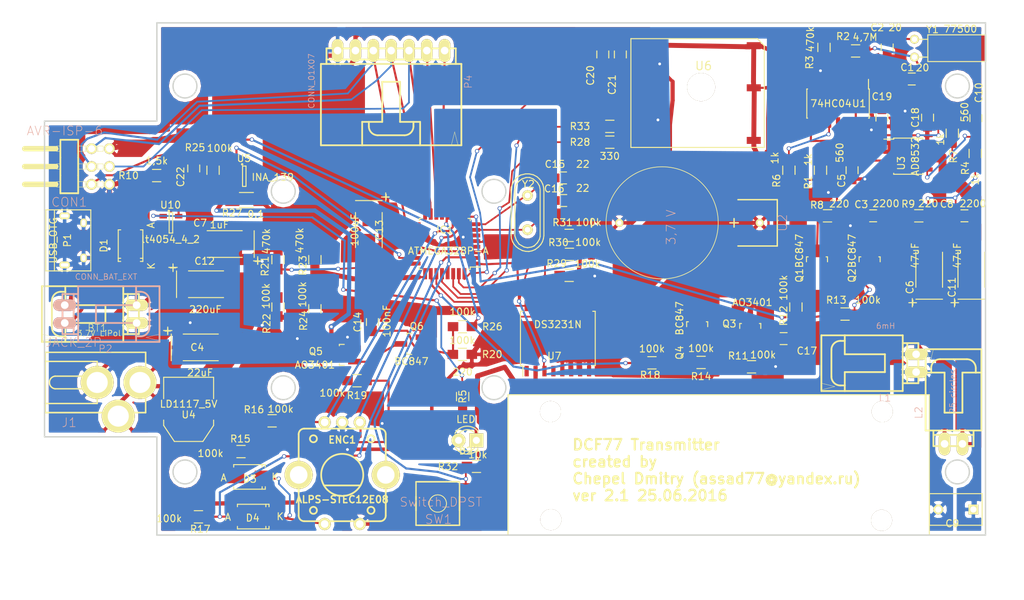
<source format=kicad_pcb>
(kicad_pcb (version 4) (host pcbnew 4.0.2-stable)
  (layers (0 F.Cu signal) (31 B.Cu signal) (34 B.Paste user hide) (35 F.Paste user hide) (36 B.SilkS user) (37 F.SilkS user) (38 B.Mask user) (39 F.Mask user) (44 Edge.Cuts user))
  (net 0 "")
  (net 1 "Net-(BT1-Pad1)")
  (net 2 GND)
  (net 3 "Net-(C1-Pad1)")
  (net 4 "Net-(C2-Pad1)")
  (net 5 "Net-(C3-Pad1)")
  (net 6 "Net-(C3-Pad2)")
  (net 7 "Net-(C4-Pad1)")
  (net 8 "Net-(C5-Pad1)")
  (net 9 "Net-(C6-Pad1)")
  (net 10 VAA)
  (net 11 "Net-(C8-Pad1)")
  (net 12 "Net-(C11-Pad2)")
  (net 13 "Net-(C9-Pad2)")
  (net 14 "Net-(C10-Pad1)")
  (net 15 "Net-(C11-Pad1)")
  (net 16 VCC)
  (net 17 "Net-(C14-Pad1)")
  (net 18 "Net-(C15-Pad2)")
  (net 19 "Net-(C16-Pad1)")
  (net 20 /MISO)
  (net 21 /CLOCK)
  (net 22 /MOSI)
  (net 23 "Net-(CON1-Pad5)")
  (net 24 "Net-(D1-Pad2)")
  (net 25 "Net-(D2-Pad1)")
  (net 26 "Net-(D3-Pad1)")
  (net 27 ON_BTN)
  (net 28 /R_BTN)
  (net 29 /ROT1)
  (net 30 /ROT2)
  (net 31 /SQW)
  (net 32 "Net-(IC1-Pad9)")
  (net 33 PWR_ON)
  (net 34 /LED_DC)
  (net 35 /LED_CS)
  (net 36 /VOLTAGE)
  (net 37 CURRENT)
  (net 38 /INPUT)
  (net 39 RADIO_ON)
  (net 40 /SDA)
  (net 41 /SDL)
  (net 42 VEE)
  (net 43 "Net-(Q1-Pad1)")
  (net 44 "Net-(Q1-Pad3)")
  (net 45 "Net-(Q2-Pad1)")
  (net 46 "Net-(Q2-Pad3)")
  (net 47 "Net-(Q3-Pad1)")
  (net 48 VDD)
  (net 49 "Net-(Q4-Pad1)")
  (net 50 "Net-(R2-Pad1)")
  (net 51 "Net-(R6-Pad2)")
  (net 52 "Net-(R7-Pad2)")
  (net 53 "Net-(U1-Pad4)")
  (net 54 "Net-(U1-Pad13)")
  (net 55 "Net-(U1-Pad11)")
  (net 56 "Net-(IC1-Pad19)")
  (net 57 "Net-(IC1-Pad20)")
  (net 58 "Net-(IC1-Pad22)")
  (net 59 "Net-(P1-Pad2)")
  (net 60 "Net-(P1-Pad3)")
  (net 61 "Net-(P1-Pad4)")
  (net 62 "Net-(R5-Pad1)")
  (net 63 "Net-(R10-Pad1)")
  (net 64 "Net-(U7-Pad1)")
  (net 65 "Net-(U7-Pad4)")
  (net 66 "Net-(Q5-Pad3)")
  (net 67 "Net-(IC1-Pad30)")
  (net 68 "Net-(IC1-Pad31)")
  (net 69 /PPS)
  (net 70 /RX)
  (net 71 /TX)
  (net 72 "Net-(U6-Pad5)")
  (module con-molex:con-molex-70553-02 (layer B.Cu) (at 105.5 99.5 90)
    (fp_text reference BT1 (at -2 -3 360) (layer F.SilkS) (effects (font (size 1.016 1.016) (thickness 0.0889))))
    (fp_text value "3,7V LiPol" (at -2.75 -2.75 360) (layer F.SilkS) (effects (font (size 0.8128 0.8128) (thickness 0.0889))))
    (pad 1 thru_hole oval (at -1.27 -7.62 90) (size 1.6383 3.2766) (drill 1.08966) (layers *.Cu B.Paste B.SilkS B.Mask) (net 1 "Net-(BT1-Pad1)"))
    (pad 2 thru_hole oval (at 1.27 -7.62 90) (size 1.6383 3.2766) (drill 1.08966) (layers *.Cu B.Paste B.SilkS B.Mask) (net 2 GND))
  )
  (module my-mod:con-molex-70553-07 (layer F.Cu) (at 144.36 69.57 180)
    (fp_text reference P4 (at -10.9855 3.175 270) (layer B.SilkS) (effects (font (size 1.016 1.016) (thickness 0.0889))))
    (fp_text value CONN_01X07 (at 11.3411 3.2766 270) (layer B.SilkS) (effects (font (size 0.8128 0.8128) (thickness 0.0889))))
    (pad 1 thru_hole oval (at -7.62 7.62 180) (size 1.6383 3.2766) (drill 1.08966) (layers *.Cu *.Mask F.Paste F.SilkS) (net 34 /LED_DC))
    (pad 2 thru_hole oval (at -5.08 7.62 180) (size 1.6383 3.2766) (drill 1.08966) (layers *.Cu *.Mask F.Paste F.SilkS) (net 35 /LED_CS))
    (pad 3 thru_hole oval (at -2.54 7.62 180) (size 1.6383 3.2766) (drill 1.08966) (layers *.Cu *.Mask F.Paste F.SilkS) (net 22 /MOSI))
    (pad 4 thru_hole oval (at 0 7.62 180) (size 1.6383 3.2766) (drill 1.08966) (layers *.Cu *.Mask F.Paste F.SilkS) (net 20 /MISO))
    (pad 5 thru_hole oval (at 2.54 7.62 180) (size 1.6383 3.2766) (drill 1.08966) (layers *.Cu *.Mask F.Paste F.SilkS) (net 21 /CLOCK))
    (pad 6 thru_hole oval (at 5.08 7.62 180) (size 1.6383 3.2766) (drill 1.08966) (layers *.Cu *.Mask F.Paste F.SilkS) (net 16 VCC))
    (pad 7 thru_hole oval (at 7.62 7.62 180) (size 1.6383 3.2766) (drill 1.08966) (layers *.Cu *.Mask F.Paste F.SilkS) (net 2 GND))
  )
  (module my-mod:con-molex-70553-02 (layer F.Cu) (at 151 121)
    (fp_text reference L1 (at 63.675 -9.547 180) (layer B.SilkS) (effects (font (size 1.016 1.016) (thickness 0.0889))))
    (fp_text value 6mH (at 63.7766 -19.8086 180) (layer B.SilkS) (effects (font (size 0.8128 0.8128) (thickness 0.0889))))
    (pad 1 thru_hole oval (at 68.12 -13.23 90) (size 1.6383 3.2766) (drill 1.08966) (layers *.Cu *.Mask F.Paste F.SilkS) (net 13 "Net-(C9-Pad2)"))
    (pad 2 thru_hole oval (at 68.12 -15.77 90) (size 1.6383 3.2766) (drill 1.08966) (layers *.Cu *.Mask F.Paste F.SilkS) (net 2 GND))
    (pad "" thru_hole circle (at 16.05 -7.6) (size 3 3) (drill 3) (layers *.Cu *.Mask F.SilkS))
    (pad "" thru_hole circle (at 16.1 7.8) (size 3 3) (drill 3) (layers *.Cu *.Mask F.SilkS))
    (pad "" thru_hole circle (at 63.2 7.9) (size 3 3) (drill 3) (layers *.Cu *.Mask F.SilkS))
    (pad "" thru_hole circle (at 63.3 -7.6) (size 3 3) (drill 3) (layers *.Cu *.Mask F.SilkS))
  )
  (module Capacitors_SMD:C_0805_HandSoldering (layer F.Cu) (at 218.5 66 180)
    (fp_text reference C1 (at 0.64 1.65 180) (layer F.SilkS))
    (fp_text value 20 (at -1.53 1.61 180) (layer F.SilkS))
    (pad 1 smd rect (at -1.25 0 180) (size 1.5 1.25) (layers F.Cu F.Paste F.Mask) (net 3 "Net-(C1-Pad1)"))
    (pad 2 smd rect (at 1.25 0 180) (size 1.5 1.25) (layers F.Cu F.Paste F.Mask) (net 2 GND))
  )
  (module Capacitors_SMD:C_0805_HandSoldering (layer F.Cu) (at 215 61.5 270)
    (fp_text reference C2 (at -2.83 1.41 360) (layer F.SilkS))
    (fp_text value 20 (at -2.83 -1.14 360) (layer F.SilkS))
    (pad 1 smd rect (at -1.25 0 270) (size 1.5 1.25) (layers F.Cu F.Paste F.Mask) (net 4 "Net-(C2-Pad1)"))
    (pad 2 smd rect (at 1.25 0 270) (size 1.5 1.25) (layers F.Cu F.Paste F.Mask) (net 2 GND))
  )
  (module Capacitors_SMD:C_0805_HandSoldering (layer F.Cu) (at 213 85.5)
    (fp_text reference C3 (at -1.69 -1.62) (layer F.SilkS))
    (fp_text value 2200 (at 1.83 -1.74) (layer F.SilkS))
    (pad 1 smd rect (at -1.25 0) (size 1.5 1.25) (layers F.Cu F.Paste F.Mask) (net 5 "Net-(C3-Pad1)"))
    (pad 2 smd rect (at 1.25 0) (size 1.5 1.25) (layers F.Cu F.Paste F.Mask) (net 6 "Net-(C3-Pad2)"))
  )
  (module Capacitors_Tantalum_SMD:TantalC_SizeB_EIA-3528_HandSoldering (layer F.Cu) (at 117.25 104.25)
    (fp_text reference C4 (at -0.5 0) (layer F.SilkS))
    (fp_text value 22uF (at -0.09906 3.59918) (layer F.SilkS))
    (fp_text user + (at -4.70154 -2.4003) (layer F.SilkS))
    (pad 2 smd rect (at 2.12598 0) (size 3.1496 1.80086) (layers F.Cu F.Paste F.Mask) (net 2 GND))
    (pad 1 smd rect (at -2.12598 0) (size 3.1496 1.80086) (layers F.Cu F.Paste F.Mask) (net 7 "Net-(C4-Pad1)"))
  )
  (module Capacitors_SMD:C_0805_HandSoldering (layer F.Cu) (at 210 79 270)
    (fp_text reference C5 (at 1.5 1.5 270) (layer F.SilkS))
    (fp_text value 560 (at -2.5 1.75 270) (layer F.SilkS))
    (pad 1 smd rect (at -1.25 0 270) (size 1.5 1.25) (layers F.Cu F.Paste F.Mask) (net 8 "Net-(C5-Pad1)"))
    (pad 2 smd rect (at 1.25 0 270) (size 1.5 1.25) (layers F.Cu F.Paste F.Mask) (net 2 GND))
  )
  (module Capacitors_Tantalum_SMD:TantalC_SizeB_EIA-3528_HandSoldering (layer F.Cu) (at 220.98 93.18 90)
    (fp_text reference C6 (at -2.5 -2.75 90) (layer F.SilkS))
    (fp_text value 47uF (at 2 -2 90) (layer F.SilkS))
    (fp_text user + (at -4.70154 -2.4003 90) (layer F.SilkS))
    (pad 2 smd rect (at 2.12598 0 90) (size 3.1496 1.80086) (layers F.Cu F.Paste F.Mask) (net 6 "Net-(C3-Pad2)"))
    (pad 1 smd rect (at -2.12598 0 90) (size 3.1496 1.80086) (layers F.Cu F.Paste F.Mask) (net 9 "Net-(C6-Pad1)"))
  )
  (module Capacitors_Tantalum_SMD:TantalC_SizeB_EIA-3528_HandSoldering (layer F.Cu) (at 120.6551 89.5219 180)
    (fp_text reference C7 (at 3.5 3 180) (layer F.SilkS))
    (fp_text value 1uF (at 0.75 2.75 180) (layer F.SilkS))
    (fp_text user + (at -4.70154 -2.4003 180) (layer F.SilkS))
    (pad 2 smd rect (at 2.12598 0 180) (size 3.1496 1.80086) (layers F.Cu F.Paste F.Mask) (net 2 GND))
    (pad 1 smd rect (at -2.12598 0 180) (size 3.1496 1.80086) (layers F.Cu F.Paste F.Mask) (net 10 VAA))
  )
  (module Capacitors_SMD:C_0805_HandSoldering (layer F.Cu) (at 226 85.5)
    (fp_text reference C8 (at -2.51 -1.68) (layer F.SilkS))
    (fp_text value 2200 (at 1.21 -1.74) (layer F.SilkS))
    (pad 1 smd rect (at -1.25 0) (size 1.5 1.25) (layers F.Cu F.Paste F.Mask) (net 11 "Net-(C8-Pad1)"))
    (pad 2 smd rect (at 1.25 0) (size 1.5 1.25) (layers F.Cu F.Paste F.Mask) (net 12 "Net-(C11-Pad2)"))
  )
  (module Capacitors_ThroughHole:C_Disc_D7.5_P5 (layer F.Cu) (at 227.27 127.35 180)
    (fp_text reference C9 (at 3 -2 180) (layer F.SilkS))
    (fp_text value 680pF)
    (pad 1 thru_hole rect (at 0 0 180) (size 1.4 1.4) (drill 0.9) (layers *.Cu *.Mask F.SilkS) (net 2 GND))
    (pad 2 thru_hole circle (at 5 0 180) (size 1.4 1.4) (drill 0.9) (layers *.Cu *.Mask F.SilkS) (net 13 "Net-(C9-Pad2)"))
  )
  (module Capacitors_SMD:C_0805_HandSoldering (layer F.Cu) (at 227.63 71.58 90)
    (fp_text reference C10 (at 3.63 0.42 90) (layer F.SilkS))
    (fp_text value 560 (at 0.86 -1.6 90) (layer F.SilkS))
    (pad 1 smd rect (at -1.25 0 90) (size 1.5 1.25) (layers F.Cu F.Paste F.Mask) (net 14 "Net-(C10-Pad1)"))
    (pad 2 smd rect (at 1.25 0 90) (size 1.5 1.25) (layers F.Cu F.Paste F.Mask) (net 2 GND))
  )
  (module Capacitors_Tantalum_SMD:TantalC_SizeB_EIA-3528_HandSoldering (layer F.Cu) (at 226.98 93.18 90)
    (fp_text reference C11 (at -2.5 -2.75 90) (layer F.SilkS))
    (fp_text value 47uF (at 2 -2 90) (layer F.SilkS))
    (fp_text user + (at -4.70154 -2.4003 90) (layer F.SilkS))
    (pad 2 smd rect (at 2.12598 0 90) (size 3.1496 1.80086) (layers F.Cu F.Paste F.Mask) (net 12 "Net-(C11-Pad2)"))
    (pad 1 smd rect (at -2.12598 0 90) (size 3.1496 1.80086) (layers F.Cu F.Paste F.Mask) (net 15 "Net-(C11-Pad1)"))
  )
  (module Capacitors_Tantalum_SMD:TantalC_SizeB_EIA-3528_HandSoldering (layer F.Cu) (at 118 95.25)
    (fp_text reference C12 (at -0.20066 -3.29946) (layer F.SilkS))
    (fp_text value 220uF (at -0.09906 3.59918) (layer F.SilkS))
    (fp_text user + (at -4.70154 -2.4003) (layer F.SilkS))
    (pad 2 smd rect (at 2.12598 0) (size 3.1496 1.80086) (layers F.Cu F.Paste F.Mask) (net 2 GND))
    (pad 1 smd rect (at -2.12598 0) (size 3.1496 1.80086) (layers F.Cu F.Paste F.Mask) (net 1 "Net-(BT1-Pad1)"))
  )
  (module Capacitors_Tantalum_SMD:TantalC_SizeB_EIA-3528_HandSoldering (layer F.Cu) (at 141.185 87.5259 270)
    (fp_text reference C13 (at 0 -1.5 270) (layer F.SilkS))
    (fp_text value 100uF (at 0 2 270) (layer F.SilkS))
    (fp_text user + (at -4.70154 -2.4003 270) (layer F.SilkS))
    (pad 2 smd rect (at 2.12598 0 270) (size 3.1496 1.80086) (layers F.Cu F.Paste F.Mask) (net 2 GND))
    (pad 1 smd rect (at -2.12598 0 270) (size 3.1496 1.80086) (layers F.Cu F.Paste F.Mask) (net 16 VCC))
  )
  (module Capacitors_SMD:C_0805_HandSoldering (layer F.Cu) (at 141.6937 100.64 90)
    (fp_text reference C14 (at 0 -2.1 90) (layer F.SilkS))
    (fp_text value 100nF (at 0.14 2.0563 90) (layer F.SilkS))
    (pad 1 smd rect (at -1.25 0 90) (size 1.5 1.25) (layers F.Cu F.Paste F.Mask) (net 17 "Net-(C14-Pad1)"))
    (pad 2 smd rect (at 1.25 0 90) (size 1.5 1.25) (layers F.Cu F.Paste F.Mask) (net 2 GND))
  )
  (module Capacitors_SMD:C_0805_HandSoldering (layer F.Cu) (at 168.84 80.1 180)
    (fp_text reference C15 (at 1.15 1.96 180) (layer F.SilkS))
    (fp_text value 22 (at -2.82 1.96 180) (layer F.SilkS))
    (pad 1 smd rect (at -1.25 0 180) (size 1.5 1.25) (layers F.Cu F.Paste F.Mask) (net 2 GND))
    (pad 2 smd rect (at 1.25 0 180) (size 1.5 1.25) (layers F.Cu F.Paste F.Mask) (net 18 "Net-(C15-Pad2)"))
  )
  (module Capacitors_SMD:C_0805_HandSoldering (layer F.Cu) (at 168.87 83.32)
    (fp_text reference C16 (at -1.28 -1.68) (layer F.SilkS))
    (fp_text value 22 (at 2.77 -1.76) (layer F.SilkS))
    (pad 1 smd rect (at -1.25 0) (size 1.5 1.25) (layers F.Cu F.Paste F.Mask) (net 19 "Net-(C16-Pad1)"))
    (pad 2 smd rect (at 1.25 0) (size 1.5 1.25) (layers F.Cu F.Paste F.Mask) (net 2 GND))
  )
  (module LEDs:LED-3MM (layer F.Cu) (at 156.5 117.5 180)
    (fp_text reference D2 (at 1.5 -1.5 180) (layer F.SilkS))
    (fp_text value LED (at 1.5 3 180) (layer F.SilkS))
    (fp_text user K (at 0 0 180) (layer F.SilkS))
    (pad 1 thru_hole rect (at 0 0 270) (size 2 2) (drill 1.00076) (layers *.Cu *.Mask F.SilkS) (net 25 "Net-(D2-Pad1)"))
    (pad 2 thru_hole circle (at 2.54 0 180) (size 2 2) (drill 1.00076) (layers *.Cu *.Mask F.SilkS) (net 10 VAA))
  )
  (module ALPS-STEC12E08:ALPS-STEC12E08 (layer F.Cu) (at 137.3929 122.4263 180)
    (fp_text reference ENC1 (at 0 5 180) (layer F.SilkS) (effects (font (thickness 0.2))))
    (fp_text value ALPS-STEC12E08 (at 0 -3.5 180) (layer F.SilkS) (effects (font (thickness 0.2))))
    (pad A thru_hole circle (at -2.5 7.5 180) (size 1.75 1.75) (drill 1.1) (layers *.Cu *.Mask F.SilkS) (net 29 /ROT1))
    (pad B thru_hole circle (at 2.5 7.5 180) (size 1.75 1.75) (drill 1.1) (layers *.Cu *.Mask F.SilkS) (net 30 /ROT2))
    (pad C thru_hole circle (at 0 7.5 180) (size 1.75 1.75) (drill 1.1) (layers *.Cu *.Mask F.SilkS) (net 2 GND))
    (pad SW2 thru_hole circle (at 2.5 -7 180) (size 1.75 1.75) (drill 1.1) (layers *.Cu *.Mask F.SilkS) (net 26 "Net-(D3-Pad1)"))
    (pad SW1 thru_hole circle (at -2.5 -7 180) (size 1.75 1.75) (drill 1.1) (layers *.Cu *.Mask F.SilkS) (net 2 GND))
    (pad body thru_hole oval (at 6.2 0 180) (size 4 4) (drill 2.5) (layers *.Cu *.Mask F.SilkS))
    (pad body thru_hole oval (at -6.2 0 180) (size 4 4) (drill 2.5) (layers *.Cu *.Mask F.SilkS))
  )
  (module Housings_QFP:TQFP-32_7x7mm_Pitch0.8mm (layer F.Cu) (at 152 89.5 180)
    (fp_text reference IC1 (at 0 2 180) (layer F.SilkS))
    (fp_text value ATMEGA328P-A (at -0.5 -1 180) (layer F.SilkS))
    (pad 1 smd rect (at -4.25 -2.8 180) (size 1.6 0.55) (layers F.Cu F.Paste F.Mask) (net 31 /SQW))
    (pad 2 smd rect (at -4.25 -2 180) (size 1.6 0.55) (layers F.Cu F.Paste F.Mask) (net 28 /R_BTN))
    (pad 3 smd rect (at -4.25 -1.2 180) (size 1.6 0.55) (layers F.Cu F.Paste F.Mask) (net 2 GND))
    (pad 4 smd rect (at -4.25 -0.4 180) (size 1.6 0.55) (layers F.Cu F.Paste F.Mask) (net 16 VCC))
    (pad 5 smd rect (at -4.25 0.4 180) (size 1.6 0.55) (layers F.Cu F.Paste F.Mask) (net 2 GND))
    (pad 6 smd rect (at -4.25 1.2 180) (size 1.6 0.55) (layers F.Cu F.Paste F.Mask) (net 16 VCC))
    (pad 7 smd rect (at -4.25 2 180) (size 1.6 0.55) (layers F.Cu F.Paste F.Mask) (net 19 "Net-(C16-Pad1)"))
    (pad 8 smd rect (at -4.25 2.8 180) (size 1.6 0.55) (layers F.Cu F.Paste F.Mask) (net 18 "Net-(C15-Pad2)"))
    (pad 9 smd rect (at -2.8 4.25 270) (size 1.6 0.55) (layers F.Cu F.Paste F.Mask) (net 32 "Net-(IC1-Pad9)"))
    (pad 10 smd rect (at -2 4.25 270) (size 1.6 0.55) (layers F.Cu F.Paste F.Mask) (net 29 /ROT1))
    (pad 11 smd rect (at -1.2 4.25 270) (size 1.6 0.55) (layers F.Cu F.Paste F.Mask) (net 30 /ROT2))
    (pad 12 smd rect (at -0.4 4.25 270) (size 1.6 0.55) (layers F.Cu F.Paste F.Mask) (net 33 PWR_ON))
    (pad 13 smd rect (at 0.4 4.25 270) (size 1.6 0.55) (layers F.Cu F.Paste F.Mask) (net 34 /LED_DC))
    (pad 14 smd rect (at 1.2 4.25 270) (size 1.6 0.55) (layers F.Cu F.Paste F.Mask) (net 35 /LED_CS))
    (pad 15 smd rect (at 2 4.25 270) (size 1.6 0.55) (layers F.Cu F.Paste F.Mask) (net 22 /MOSI))
    (pad 16 smd rect (at 2.8 4.25 270) (size 1.6 0.55) (layers F.Cu F.Paste F.Mask) (net 20 /MISO))
    (pad 17 smd rect (at 4.25 2.8 180) (size 1.6 0.55) (layers F.Cu F.Paste F.Mask) (net 21 /CLOCK))
    (pad 18 smd rect (at 4.25 2 180) (size 1.6 0.55) (layers F.Cu F.Paste F.Mask) (net 16 VCC))
    (pad 19 smd rect (at 4.25 1.2 180) (size 1.6 0.55) (layers F.Cu F.Paste F.Mask) (net 56 "Net-(IC1-Pad19)"))
    (pad 20 smd rect (at 4.25 0.4 180) (size 1.6 0.55) (layers F.Cu F.Paste F.Mask) (net 57 "Net-(IC1-Pad20)"))
    (pad 21 smd rect (at 4.25 -0.4 180) (size 1.6 0.55) (layers F.Cu F.Paste F.Mask) (net 2 GND))
    (pad 22 smd rect (at 4.25 -1.2 180) (size 1.6 0.55) (layers F.Cu F.Paste F.Mask) (net 58 "Net-(IC1-Pad22)"))
    (pad 23 smd rect (at 4.25 -2 180) (size 1.6 0.55) (layers F.Cu F.Paste F.Mask) (net 37 CURRENT))
    (pad 24 smd rect (at 4.25 -2.8 180) (size 1.6 0.55) (layers F.Cu F.Paste F.Mask) (net 36 /VOLTAGE))
    (pad 25 smd rect (at 2.8 -4.25 270) (size 1.6 0.55) (layers F.Cu F.Paste F.Mask) (net 38 /INPUT))
    (pad 26 smd rect (at 2 -4.25 270) (size 1.6 0.55) (layers F.Cu F.Paste F.Mask) (net 39 RADIO_ON))
    (pad 27 smd rect (at 1.2 -4.25 270) (size 1.6 0.55) (layers F.Cu F.Paste F.Mask) (net 40 /SDA))
    (pad 28 smd rect (at 0.4 -4.25 270) (size 1.6 0.55) (layers F.Cu F.Paste F.Mask) (net 41 /SDL))
    (pad 29 smd rect (at -0.4 -4.25 270) (size 1.6 0.55) (layers F.Cu F.Paste F.Mask) (net 23 "Net-(CON1-Pad5)"))
    (pad 30 smd rect (at -1.2 -4.25 270) (size 1.6 0.55) (layers F.Cu F.Paste F.Mask) (net 67 "Net-(IC1-Pad30)"))
    (pad 31 smd rect (at -2 -4.25 270) (size 1.6 0.55) (layers F.Cu F.Paste F.Mask) (net 68 "Net-(IC1-Pad31)"))
    (pad 32 smd rect (at -2.8 -4.25 270) (size 1.6 0.55) (layers F.Cu F.Paste F.Mask) (net 69 /PPS))
  )
  (module Connect:USB_Micro-B (layer F.Cu) (at 99 89 270)
    (fp_text reference P1 (at 0 0.75 270) (layer F.SilkS))
    (fp_text value USB_OTG (at 0 2.75 270) (layer F.SilkS))
    (pad 1 smd rect (at -1.3009 -1.56254) (size 1.35 0.4) (layers F.Cu F.Paste F.Mask) (net 24 "Net-(D1-Pad2)"))
    (pad 2 smd rect (at -0.6509 -1.56254) (size 1.35 0.4) (layers F.Cu F.Paste F.Mask) (net 59 "Net-(P1-Pad2)"))
    (pad 3 smd rect (at -0.0009 -1.56254) (size 1.35 0.4) (layers F.Cu F.Paste F.Mask) (net 60 "Net-(P1-Pad3)"))
    (pad 4 smd rect (at 0.6491 -1.56254) (size 1.35 0.4) (layers F.Cu F.Paste F.Mask) (net 61 "Net-(P1-Pad4)"))
    (pad 5 smd rect (at 1.2991 -1.56254) (size 1.35 0.4) (layers F.Cu F.Paste F.Mask) (net 2 GND))
    (pad 6 thru_hole oval (at -2.5009 -1.56254) (size 0.95 1.25) (drill oval 0.55 0.85) (layers *.Cu *.Mask F.SilkS) (net 2 GND))
    (pad 6 thru_hole oval (at 2.4991 -1.56254) (size 0.95 1.25) (drill oval 0.55 0.85) (layers *.Cu *.Mask F.SilkS) (net 2 GND))
    (pad 6 thru_hole oval (at -3.5009 1.13746) (size 1.55 1) (drill oval 1.15 0.5) (layers *.Cu *.Mask F.SilkS) (net 2 GND))
    (pad 6 thru_hole oval (at 3.4991 1.13746) (size 1.55 1) (drill oval 1.15 0.5) (layers *.Cu *.Mask F.SilkS) (net 2 GND))
  )
  (module TO_SOT_Packages_SMD:SOT-23_Handsoldering (layer F.Cu) (at 205 92)
    (fp_text reference Q1 (at -2.5 2 90) (layer F.SilkS))
    (fp_text value BC847 (at -2.5 -1.5 90) (layer F.SilkS))
    (pad 1 smd rect (at -0.95 1.50114) (size 0.8001 1.80086) (layers F.Cu F.Paste F.Mask) (net 43 "Net-(Q1-Pad1)"))
    (pad 2 smd rect (at 0.95 1.50114) (size 0.8001 1.80086) (layers F.Cu F.Paste F.Mask) (net 2 GND))
    (pad 3 smd rect (at 0 -1.50114) (size 0.8001 1.80086) (layers F.Cu F.Paste F.Mask) (net 44 "Net-(Q1-Pad3)"))
  )
  (module TO_SOT_Packages_SMD:SOT-23_Handsoldering (layer F.Cu) (at 212.5 92)
    (fp_text reference Q2 (at -2.5 2 90) (layer F.SilkS))
    (fp_text value BC847 (at -2.5 -1.5 90) (layer F.SilkS))
    (pad 1 smd rect (at -0.95 1.50114) (size 0.8001 1.80086) (layers F.Cu F.Paste F.Mask) (net 45 "Net-(Q2-Pad1)"))
    (pad 2 smd rect (at 0.95 1.50114) (size 0.8001 1.80086) (layers F.Cu F.Paste F.Mask) (net 2 GND))
    (pad 3 smd rect (at 0 -1.50114) (size 0.8001 1.80086) (layers F.Cu F.Paste F.Mask) (net 46 "Net-(Q2-Pad3)"))
  )
  (module TO_SOT_Packages_SMD:SOT-23_Handsoldering (layer F.Cu) (at 195.5 101.5)
    (fp_text reference Q3 (at -2.98 -0.61 180) (layer F.SilkS))
    (fp_text value AO3401 (at 0.3 -3.66 180) (layer F.SilkS))
    (pad 1 smd rect (at -0.95 1.50114) (size 0.8001 1.80086) (layers F.Cu F.Paste F.Mask) (net 47 "Net-(Q3-Pad1)"))
    (pad 2 smd rect (at 0.95 1.50114) (size 0.8001 1.80086) (layers F.Cu F.Paste F.Mask) (net 16 VCC))
    (pad 3 smd rect (at 0 -1.50114) (size 0.8001 1.80086) (layers F.Cu F.Paste F.Mask) (net 48 VDD))
  )
  (module TO_SOT_Packages_SMD:SOT-23_Handsoldering (layer F.Cu) (at 187.9401 101.2484)
    (fp_text reference Q4 (at -2.5 3.75 90) (layer F.SilkS))
    (fp_text value BC847 (at -2.5001 -1.1384 90) (layer F.SilkS))
    (pad 1 smd rect (at -0.95 1.50114) (size 0.8001 1.80086) (layers F.Cu F.Paste F.Mask) (net 49 "Net-(Q4-Pad1)"))
    (pad 2 smd rect (at 0.95 1.50114) (size 0.8001 1.80086) (layers F.Cu F.Paste F.Mask) (net 2 GND))
    (pad 3 smd rect (at 0 -1.50114) (size 0.8001 1.80086) (layers F.Cu F.Paste F.Mask) (net 47 "Net-(Q3-Pad1)"))
  )
  (module TO_SOT_Packages_SMD:SOT-23_Handsoldering (layer F.Cu) (at 137.6341 105.3232 90)
    (fp_text reference Q5 (at 0.5 -4 180) (layer F.SilkS))
    (fp_text value AO3401 (at -1.4268 -4.1341 180) (layer F.SilkS))
    (pad 1 smd rect (at -0.95 1.50114 90) (size 0.8001 1.80086) (layers F.Cu F.Paste F.Mask) (net 27 ON_BTN))
    (pad 2 smd rect (at 0.95 1.50114 90) (size 0.8001 1.80086) (layers F.Cu F.Paste F.Mask) (net 1 "Net-(BT1-Pad1)"))
    (pad 3 smd rect (at 0 -1.50114 90) (size 0.8001 1.80086) (layers F.Cu F.Paste F.Mask) (net 66 "Net-(Q5-Pad3)"))
  )
  (module TO_SOT_Packages_SMD:SOT-23_Handsoldering (layer F.Cu) (at 147.25 103.75 90)
    (fp_text reference Q6 (at 2.5 0.75 180) (layer F.SilkS))
    (fp_text value BC847 (at -2.5 0 180) (layer F.SilkS))
    (pad 1 smd rect (at -0.95 1.50114 90) (size 0.8001 1.80086) (layers F.Cu F.Paste F.Mask) (net 17 "Net-(C14-Pad1)"))
    (pad 2 smd rect (at 0.95 1.50114 90) (size 0.8001 1.80086) (layers F.Cu F.Paste F.Mask) (net 2 GND))
    (pad 3 smd rect (at 0 -1.50114 90) (size 0.8001 1.80086) (layers F.Cu F.Paste F.Mask) (net 27 ON_BTN))
  )
  (module Resistors_SMD:R_0805_HandSoldering (layer F.Cu) (at 205.5 79 270)
    (fp_text reference R1 (at 1.75 1.75 270) (layer F.SilkS))
    (fp_text value 1k (at -1.5 1.75 270) (layer F.SilkS))
    (pad 1 smd rect (at -1.35 0 270) (size 1.5 1.3) (layers F.Cu F.Paste F.Mask) (net 8 "Net-(C5-Pad1)"))
    (pad 2 smd rect (at 1.35 0 270) (size 1.5 1.3) (layers F.Cu F.Paste F.Mask) (net 5 "Net-(C3-Pad1)"))
  )
  (module Resistors_SMD:R_0805_HandSoldering (layer F.Cu) (at 210.5 62)
    (fp_text reference R2 (at -1.79 -2.07) (layer F.SilkS))
    (fp_text value 4,7M (at 1.34 -1.95) (layer F.SilkS))
    (pad 1 smd rect (at -1.35 0) (size 1.5 1.3) (layers F.Cu F.Paste F.Mask) (net 50 "Net-(R2-Pad1)"))
    (pad 2 smd rect (at 1.35 0) (size 1.5 1.3) (layers F.Cu F.Paste F.Mask) (net 3 "Net-(C1-Pad1)"))
  )
  (module Resistors_SMD:R_0805_HandSoldering (layer F.Cu) (at 206 61.5 90)
    (fp_text reference R3 (at -2.13 -2.05 270) (layer F.SilkS))
    (fp_text value 470k (at 1.15 -1.94 90) (layer F.SilkS))
    (pad 1 smd rect (at -1.35 0 90) (size 1.5 1.3) (layers F.Cu F.Paste F.Mask) (net 50 "Net-(R2-Pad1)"))
    (pad 2 smd rect (at 1.35 0 90) (size 1.5 1.3) (layers F.Cu F.Paste F.Mask) (net 4 "Net-(C2-Pad1)"))
  )
  (module Resistors_SMD:R_0805_HandSoldering (layer F.Cu) (at 227.54 76.61 270)
    (fp_text reference R4 (at 2.1 1.42 270) (layer F.SilkS))
    (fp_text value 1k (at 3.66 0.02 270) (layer F.SilkS))
    (pad 1 smd rect (at -1.35 0 270) (size 1.5 1.3) (layers F.Cu F.Paste F.Mask) (net 14 "Net-(C10-Pad1)"))
    (pad 2 smd rect (at 1.35 0 270) (size 1.5 1.3) (layers F.Cu F.Paste F.Mask) (net 11 "Net-(C8-Pad1)"))
  )
  (module Resistors_SMD:R_0805_HandSoldering (layer F.Cu) (at 154.54 111.26 270)
    (fp_text reference R5 (at 0 0 270) (layer F.SilkS))
    (fp_text value 220 (at -3.5 0 360) (layer F.SilkS))
    (pad 1 smd rect (at -1.35 0 270) (size 1.5 1.3) (layers F.Cu F.Paste F.Mask) (net 62 "Net-(R5-Pad1)"))
    (pad 2 smd rect (at 1.35 0 270) (size 1.5 1.3) (layers F.Cu F.Paste F.Mask) (net 25 "Net-(D2-Pad1)"))
  )
  (module Resistors_SMD:R_0805_HandSoldering (layer F.Cu) (at 201 79 90)
    (fp_text reference R6 (at -1.5 -1.75 90) (layer F.SilkS))
    (fp_text value 1k (at 1.75 -2 90) (layer F.SilkS))
    (pad 1 smd rect (at -1.35 0 90) (size 1.5 1.3) (layers F.Cu F.Paste F.Mask) (net 5 "Net-(C3-Pad1)"))
    (pad 2 smd rect (at 1.35 0 90) (size 1.5 1.3) (layers F.Cu F.Paste F.Mask) (net 51 "Net-(R6-Pad2)"))
  )
  (module Resistors_SMD:R_0805_HandSoldering (layer F.Cu) (at 224.27 73.73 90)
    (fp_text reference R7 (at -3.3 0.16 90) (layer F.SilkS))
    (fp_text value 1k (at -0.87 -1.68 90) (layer F.SilkS))
    (pad 1 smd rect (at -1.35 0 90) (size 1.5 1.3) (layers F.Cu F.Paste F.Mask) (net 11 "Net-(C8-Pad1)"))
    (pad 2 smd rect (at 1.35 0 90) (size 1.5 1.3) (layers F.Cu F.Paste F.Mask) (net 52 "Net-(R7-Pad2)"))
  )
  (module Resistors_SMD:R_0805_HandSoldering (layer F.Cu) (at 206.5 85.5)
    (fp_text reference R8 (at -1.5 -1.54) (layer F.SilkS))
    (fp_text value 220 (at 1.68 -1.71) (layer F.SilkS))
    (pad 1 smd rect (at -1.35 0) (size 1.5 1.3) (layers F.Cu F.Paste F.Mask) (net 44 "Net-(Q1-Pad3)"))
    (pad 2 smd rect (at 1.35 0) (size 1.5 1.3) (layers F.Cu F.Paste F.Mask) (net 5 "Net-(C3-Pad1)"))
  )
  (module Resistors_SMD:R_0805_HandSoldering (layer F.Cu) (at 219.5 85.5)
    (fp_text reference R9 (at -1.51 -1.68) (layer F.SilkS))
    (fp_text value 220 (at 1.34 -1.74) (layer F.SilkS))
    (pad 1 smd rect (at -1.35 0) (size 1.5 1.3) (layers F.Cu F.Paste F.Mask) (net 46 "Net-(Q2-Pad3)"))
    (pad 2 smd rect (at 1.35 0) (size 1.5 1.3) (layers F.Cu F.Paste F.Mask) (net 11 "Net-(C8-Pad1)"))
  )
  (module Resistors_SMD:R_0805_HandSoldering (layer F.Cu) (at 110.9695 79.7621 180)
    (fp_text reference R10 (at 4 0 180) (layer F.SilkS))
    (fp_text value 1,5k (at 0 2.1 180) (layer F.SilkS))
    (pad 1 smd rect (at -1.35 0 180) (size 1.5 1.3) (layers F.Cu F.Paste F.Mask) (net 63 "Net-(R10-Pad1)"))
    (pad 2 smd rect (at 1.35 0 180) (size 1.5 1.3) (layers F.Cu F.Paste F.Mask) (net 2 GND))
  )
  (module Resistors_SMD:R_0805_HandSoldering (layer F.Cu) (at 195.68 107.02)
    (fp_text reference R11 (at -1.9 -1.56) (layer F.SilkS))
    (fp_text value 100k (at 1.64 -1.71) (layer F.SilkS))
    (pad 1 smd rect (at -1.35 0) (size 1.5 1.3) (layers F.Cu F.Paste F.Mask) (net 47 "Net-(Q3-Pad1)"))
    (pad 2 smd rect (at 1.35 0) (size 1.5 1.3) (layers F.Cu F.Paste F.Mask) (net 16 VCC))
  )
  (module Resistors_SMD:R_0805_HandSoldering (layer F.Cu) (at 202 98.5 90)
    (fp_text reference R12 (at -1.25 -1.75 90) (layer F.SilkS))
    (fp_text value 100k (at 2.75 -1.75 90) (layer F.SilkS))
    (pad 1 smd rect (at -1.35 0 90) (size 1.5 1.3) (layers F.Cu F.Paste F.Mask) (net 32 "Net-(IC1-Pad9)"))
    (pad 2 smd rect (at 1.35 0 90) (size 1.5 1.3) (layers F.Cu F.Paste F.Mask) (net 43 "Net-(Q1-Pad1)"))
  )
  (module Resistors_SMD:R_0805_HandSoldering (layer F.Cu) (at 209 99.5)
    (fp_text reference R13 (at -1.25 -2) (layer F.SilkS))
    (fp_text value 100k (at 3.25 -2) (layer F.SilkS))
    (pad 1 smd rect (at -1.35 0) (size 1.5 1.3) (layers F.Cu F.Paste F.Mask) (net 32 "Net-(IC1-Pad9)"))
    (pad 2 smd rect (at 1.35 0) (size 1.5 1.3) (layers F.Cu F.Paste F.Mask) (net 45 "Net-(Q2-Pad1)"))
  )
  (module Resistors_SMD:R_0805_HandSoldering (layer F.Cu) (at 188.5 106.3946)
    (fp_text reference R14 (at 0 2) (layer F.SilkS))
    (fp_text value 100k (at 0 -2) (layer F.SilkS))
    (pad 1 smd rect (at -1.35 0) (size 1.5 1.3) (layers F.Cu F.Paste F.Mask) (net 49 "Net-(Q4-Pad1)"))
    (pad 2 smd rect (at 1.35 0) (size 1.5 1.3) (layers F.Cu F.Paste F.Mask) (net 2 GND))
  )
  (module Resistors_SMD:R_0805_HandSoldering (layer F.Cu) (at 122.98 119.1 180)
    (fp_text reference R15 (at 0.09 1.81 180) (layer F.SilkS))
    (fp_text value 100k (at 4.34 -0.26 180) (layer F.SilkS))
    (pad 1 smd rect (at -1.35 0 180) (size 1.5 1.3) (layers F.Cu F.Paste F.Mask) (net 29 /ROT1))
    (pad 2 smd rect (at 1.35 0 180) (size 1.5 1.3) (layers F.Cu F.Paste F.Mask) (net 16 VCC))
  )
  (module Resistors_SMD:R_0805_HandSoldering (layer F.Cu) (at 127.41 114.72 180)
    (fp_text reference R16 (at 2.59 1.6 180) (layer F.SilkS))
    (fp_text value 100k (at -1.22 1.68 180) (layer F.SilkS))
    (pad 1 smd rect (at -1.35 0 180) (size 1.5 1.3) (layers F.Cu F.Paste F.Mask) (net 30 /ROT2))
    (pad 2 smd rect (at 1.35 0 180) (size 1.5 1.3) (layers F.Cu F.Paste F.Mask) (net 16 VCC))
  )
  (module Resistors_SMD:R_0805_HandSoldering (layer F.Cu) (at 116.92 128.4 180)
    (fp_text reference R17 (at -0.25 -1.75 180) (layer F.SilkS))
    (fp_text value 100k (at 4.19 -0.25 180) (layer F.SilkS))
    (pad 1 smd rect (at -1.35 0 180) (size 1.5 1.3) (layers F.Cu F.Paste F.Mask) (net 28 /R_BTN))
    (pad 2 smd rect (at 1.35 0 180) (size 1.5 1.3) (layers F.Cu F.Paste F.Mask) (net 16 VCC))
  )
  (module Resistors_SMD:R_0805_HandSoldering (layer F.Cu) (at 181.5 106.45)
    (fp_text reference R18 (at -0.25 1.75) (layer F.SilkS))
    (fp_text value 100k (at 0 -2) (layer F.SilkS))
    (pad 1 smd rect (at -1.35 0) (size 1.5 1.3) (layers F.Cu F.Paste F.Mask) (net 39 RADIO_ON))
    (pad 2 smd rect (at 1.35 0) (size 1.5 1.3) (layers F.Cu F.Paste F.Mask) (net 49 "Net-(Q4-Pad1)"))
  )
  (module Resistors_SMD:R_0805_HandSoldering (layer F.Cu) (at 139.5 109 180)
    (fp_text reference R19 (at 0 -2.1 180) (layer F.SilkS))
    (fp_text value 100k (at 3.5 -1.75 180) (layer F.SilkS))
    (pad 1 smd rect (at -1.35 0 180) (size 1.5 1.3) (layers F.Cu F.Paste F.Mask) (net 27 ON_BTN))
    (pad 2 smd rect (at 1.35 0 180) (size 1.5 1.3) (layers F.Cu F.Paste F.Mask) (net 1 "Net-(BT1-Pad1)"))
  )
  (module Resistors_SMD:R_0805_HandSoldering (layer F.Cu) (at 154.5 105.25)
    (fp_text reference R20 (at 4.25 0) (layer F.SilkS))
    (fp_text value 100k (at 0 -2) (layer F.SilkS))
    (pad 1 smd rect (at -1.35 0) (size 1.5 1.3) (layers F.Cu F.Paste F.Mask) (net 17 "Net-(C14-Pad1)"))
    (pad 2 smd rect (at 1.35 0) (size 1.5 1.3) (layers F.Cu F.Paste F.Mask) (net 2 GND))
  )
  (module Resistors_SMD:R_0805_HandSoldering (layer F.Cu) (at 128.25 91.75 270)
    (fp_text reference R21 (at 0.93 1.85 270) (layer F.SilkS))
    (fp_text value 470k (at -2.62 1.65 270) (layer F.SilkS))
    (pad 1 smd rect (at -1.35 0 270) (size 1.5 1.3) (layers F.Cu F.Paste F.Mask) (net 10 VAA))
    (pad 2 smd rect (at 1.35 0 270) (size 1.5 1.3) (layers F.Cu F.Paste F.Mask) (net 36 /VOLTAGE))
  )
  (module Resistors_SMD:R_0805_HandSoldering (layer F.Cu) (at 128.25 98.5 270)
    (fp_text reference R22 (at 2.37 1.6 270) (layer F.SilkS))
    (fp_text value 100k (at -1.57 1.7 270) (layer F.SilkS))
    (pad 1 smd rect (at -1.35 0 270) (size 1.5 1.3) (layers F.Cu F.Paste F.Mask) (net 36 /VOLTAGE))
    (pad 2 smd rect (at 1.35 0 270) (size 1.5 1.3) (layers F.Cu F.Paste F.Mask) (net 2 GND))
  )
  (module Resistors_SMD:R_0805_HandSoldering (layer F.Cu) (at 133.5 91.75 270)
    (fp_text reference R23 (at 0.84 1.71 270) (layer F.SilkS))
    (fp_text value 470k (at -2.73 2.15 270) (layer F.SilkS))
    (pad 1 smd rect (at -1.35 0 270) (size 1.5 1.3) (layers F.Cu F.Paste F.Mask) (net 16 VCC))
    (pad 2 smd rect (at 1.35 0 270) (size 1.5 1.3) (layers F.Cu F.Paste F.Mask) (net 38 /INPUT))
  )
  (module Resistors_SMD:R_0805_HandSoldering (layer F.Cu) (at 133.5 98.75 270)
    (fp_text reference R24 (at 1.69 1.62 270) (layer F.SilkS))
    (fp_text value 100k (at -2.05 1.76 270) (layer F.SilkS))
    (pad 1 smd rect (at -1.35 0 270) (size 1.5 1.3) (layers F.Cu F.Paste F.Mask) (net 38 /INPUT))
    (pad 2 smd rect (at 1.35 0 270) (size 1.5 1.3) (layers F.Cu F.Paste F.Mask) (net 2 GND))
  )
  (module Resistors_SMD:R_0805_HandSoldering (layer F.Cu) (at 119 79 270)
    (fp_text reference R25 (at -3.23 2.57 360) (layer F.SilkS))
    (fp_text value 100k (at -3.13 -0.97 360) (layer F.SilkS))
    (pad 1 smd rect (at -1.35 0 270) (size 1.5 1.3) (layers F.Cu F.Paste F.Mask) (net 37 CURRENT))
    (pad 2 smd rect (at 1.35 0 270) (size 1.5 1.3) (layers F.Cu F.Paste F.Mask) (net 2 GND))
  )
  (module Resistors_SMD:R_0805_HandSoldering (layer F.Cu) (at 154.521 101.2977 180)
    (fp_text reference R26 (at -4.25 0 180) (layer F.SilkS))
    (fp_text value 100k (at 0 2.1 180) (layer F.SilkS))
    (pad 1 smd rect (at -1.35 0 180) (size 1.5 1.3) (layers F.Cu F.Paste F.Mask) (net 33 PWR_ON))
    (pad 2 smd rect (at 1.35 0 180) (size 1.5 1.3) (layers F.Cu F.Paste F.Mask) (net 17 "Net-(C14-Pad1)"))
  )
  (module Resistors_SMD:R_1206_HandSoldering (layer F.Cu) (at 123.75 83.25 180)
    (fp_text reference R27 (at 2.05 -1.83 360) (layer F.SilkS))
    (fp_text value 0.1 (at -1.34 -2.01 180) (layer F.SilkS))
    (pad 1 smd rect (at -2 0 180) (size 2 1.7) (layers F.Cu F.Paste F.Mask) (net 16 VCC))
    (pad 2 smd rect (at 2 0 180) (size 2 1.7) (layers F.Cu F.Paste F.Mask) (net 66 "Net-(Q5-Pad3)"))
  )
  (module Resistors_SMD:R_0805_HandSoldering (layer F.Cu) (at 175.5 75 180)
    (fp_text reference R28 (at 4.25 0 180) (layer F.SilkS))
    (fp_text value 330 (at 0 -2 180) (layer F.SilkS))
    (pad 1 smd rect (at -1.35 0 180) (size 1.5 1.3) (layers F.Cu F.Paste F.Mask) (net 70 /RX))
    (pad 2 smd rect (at 1.35 0 180) (size 1.5 1.3) (layers F.Cu F.Paste F.Mask) (net 68 "Net-(IC1-Pad31)"))
  )
  (module Resistors_SMD:R_0805_HandSoldering (layer F.Cu) (at 169.71 93.98 180)
    (fp_text reference R29 (at 1.78 1.68 180) (layer F.SilkS))
    (fp_text value 100k (at -2.61 1.63 180) (layer F.SilkS))
    (pad 1 smd rect (at -1.35 0 180) (size 1.5 1.3) (layers F.Cu F.Paste F.Mask) (net 16 VCC))
    (pad 2 smd rect (at 1.35 0 180) (size 1.5 1.3) (layers F.Cu F.Paste F.Mask) (net 40 /SDA))
  )
  (module Resistors_SMD:R_0805_HandSoldering (layer F.Cu) (at 169.75 90.99 180)
    (fp_text reference R30 (at 1.56 1.69 180) (layer F.SilkS))
    (fp_text value 100k (at -2.66 1.72 180) (layer F.SilkS))
    (pad 1 smd rect (at -1.35 0 180) (size 1.5 1.3) (layers F.Cu F.Paste F.Mask) (net 16 VCC))
    (pad 2 smd rect (at 1.35 0 180) (size 1.5 1.3) (layers F.Cu F.Paste F.Mask) (net 41 /SDL))
  )
  (module Resistors_SMD:R_0805_HandSoldering (layer F.Cu) (at 169.71 88.29 180)
    (fp_text reference R31 (at 0.93 1.83 180) (layer F.SilkS))
    (fp_text value 100k (at -2.78 1.86 180) (layer F.SilkS))
    (pad 1 smd rect (at -1.35 0 180) (size 1.5 1.3) (layers F.Cu F.Paste F.Mask) (net 16 VCC))
    (pad 2 smd rect (at 1.35 0 180) (size 1.5 1.3) (layers F.Cu F.Paste F.Mask) (net 31 /SQW))
  )
  (module Resistors_SMD:R_0805_HandSoldering (layer F.Cu) (at 156.51 121.2 180)
    (fp_text reference R32 (at 4.05 -0.03 180) (layer F.SilkS))
    (fp_text value 10k (at -0.19 1.65 180) (layer F.SilkS))
    (pad 1 smd rect (at -1.35 0 180) (size 1.5 1.3) (layers F.Cu F.Paste F.Mask) (net 16 VCC))
    (pad 2 smd rect (at 1.35 0 180) (size 1.5 1.3) (layers F.Cu F.Paste F.Mask) (net 23 "Net-(CON1-Pad5)"))
  )
  (module Housings_SOIC:SOIC-14_3.9x8.7mm_Pitch1.27mm (layer F.Cu) (at 208 69.5 270)
    (fp_text reference U1 (at 0 -3 360) (layer F.SilkS))
    (fp_text value 74HC04 (at 0 1 360) (layer F.SilkS))
    (pad 1 smd rect (at -2.7 -3.81 270) (size 1.5 0.6) (layers F.Cu F.Paste F.Mask) (net 3 "Net-(C1-Pad1)"))
    (pad 2 smd rect (at -2.7 -2.54 270) (size 1.5 0.6) (layers F.Cu F.Paste F.Mask) (net 50 "Net-(R2-Pad1)"))
    (pad 3 smd rect (at -2.7 -1.27 270) (size 1.5 0.6) (layers F.Cu F.Paste F.Mask) (net 50 "Net-(R2-Pad1)"))
    (pad 4 smd rect (at -2.7 0 270) (size 1.5 0.6) (layers F.Cu F.Paste F.Mask) (net 53 "Net-(U1-Pad4)"))
    (pad 5 smd rect (at -2.7 1.27 270) (size 1.5 0.6) (layers F.Cu F.Paste F.Mask) (net 53 "Net-(U1-Pad4)"))
    (pad 6 smd rect (at -2.7 2.54 270) (size 1.5 0.6) (layers F.Cu F.Paste F.Mask) (net 54 "Net-(U1-Pad13)"))
    (pad 7 smd rect (at -2.7 3.81 270) (size 1.5 0.6) (layers F.Cu F.Paste F.Mask) (net 2 GND))
    (pad 8 smd rect (at 2.7 3.81 270) (size 1.5 0.6) (layers F.Cu F.Paste F.Mask) (net 55 "Net-(U1-Pad11)"))
    (pad 9 smd rect (at 2.7 2.54 270) (size 1.5 0.6) (layers F.Cu F.Paste F.Mask) (net 54 "Net-(U1-Pad13)"))
    (pad 10 smd rect (at 2.7 1.27 270) (size 1.5 0.6) (layers F.Cu F.Paste F.Mask) (net 51 "Net-(R6-Pad2)"))
    (pad 11 smd rect (at 2.7 0 270) (size 1.5 0.6) (layers F.Cu F.Paste F.Mask) (net 55 "Net-(U1-Pad11)"))
    (pad 12 smd rect (at 2.7 -1.27 270) (size 1.5 0.6) (layers F.Cu F.Paste F.Mask) (net 52 "Net-(R7-Pad2)"))
    (pad 13 smd rect (at 2.7 -2.54 270) (size 1.5 0.6) (layers F.Cu F.Paste F.Mask) (net 54 "Net-(U1-Pad13)"))
    (pad 14 smd rect (at 2.7 -3.81 270) (size 1.5 0.6) (layers F.Cu F.Paste F.Mask) (net 48 VDD))
  )
  (module Housings_SOIC:SOIC-8_3.9x4.9mm_Pitch1.27mm (layer F.Cu) (at 218 77)
    (fp_text reference U3 (at -1 1 90) (layer F.SilkS))
    (fp_text value AD8532 (at 1 0 90) (layer F.SilkS))
    (pad 1 smd rect (at -2.7 -1.905) (size 1.55 0.6) (layers F.Cu F.Paste F.Mask) (net 6 "Net-(C3-Pad2)"))
    (pad 2 smd rect (at -2.7 -0.635) (size 1.55 0.6) (layers F.Cu F.Paste F.Mask) (net 6 "Net-(C3-Pad2)"))
    (pad 3 smd rect (at -2.7 0.635) (size 1.55 0.6) (layers F.Cu F.Paste F.Mask) (net 8 "Net-(C5-Pad1)"))
    (pad 4 smd rect (at -2.7 1.905) (size 1.55 0.6) (layers F.Cu F.Paste F.Mask) (net 2 GND))
    (pad 5 smd rect (at 2.7 1.905) (size 1.55 0.6) (layers F.Cu F.Paste F.Mask) (net 14 "Net-(C10-Pad1)"))
    (pad 6 smd rect (at 2.7 0.635) (size 1.55 0.6) (layers F.Cu F.Paste F.Mask) (net 12 "Net-(C11-Pad2)"))
    (pad 7 smd rect (at 2.7 -0.635) (size 1.55 0.6) (layers F.Cu F.Paste F.Mask) (net 12 "Net-(C11-Pad2)"))
    (pad 8 smd rect (at 2.7 -1.905) (size 1.55 0.6) (layers F.Cu F.Paste F.Mask) (net 48 VDD))
  )
  (module TO_SOT_Packages_SMD:SOT-23-5 (layer F.Cu) (at 123.4445 79.8568)
    (fp_text reference U5 (at -0.05 -2.55) (layer F.SilkS))
    (fp_text value INA_139 (at 4.0555 0.1432) (layer F.SilkS))
    (pad 1 smd rect (at -1.1 -0.95) (size 1.06 0.65) (layers F.Cu F.Paste F.Mask) (net 37 CURRENT))
    (pad 2 smd rect (at -1.1 0) (size 1.06 0.65) (layers F.Cu F.Paste F.Mask) (net 2 GND))
    (pad 3 smd rect (at -1.1 0.95) (size 1.06 0.65) (layers F.Cu F.Paste F.Mask) (net 66 "Net-(Q5-Pad3)"))
    (pad 4 smd rect (at 1.1 0.95) (size 1.06 0.65) (layers F.Cu F.Paste F.Mask) (net 16 VCC))
    (pad 5 smd rect (at 1.1 -0.95) (size 1.06 0.65) (layers F.Cu F.Paste F.Mask) (net 66 "Net-(Q5-Pad3)"))
  )
  (module Housings_SOIC:SOIC-16_7.5x10.3mm_Pitch1.27mm (layer F.Cu) (at 168.1 102.98 90)
    (fp_text reference U7 (at -2.5 -0.5 180) (layer F.SilkS))
    (fp_text value DS3231N (at 2 0 180) (layer F.SilkS))
    (pad 1 smd rect (at -4.65 -4.445 90) (size 1.5 0.6) (layers F.Cu F.Paste F.Mask) (net 64 "Net-(U7-Pad1)"))
    (pad 2 smd rect (at -4.65 -3.175 90) (size 1.5 0.6) (layers F.Cu F.Paste F.Mask) (net 16 VCC))
    (pad 3 smd rect (at -4.65 -1.905 90) (size 1.5 0.6) (layers F.Cu F.Paste F.Mask) (net 31 /SQW))
    (pad 4 smd rect (at -4.65 -0.635 90) (size 1.5 0.6) (layers F.Cu F.Paste F.Mask) (net 65 "Net-(U7-Pad4)"))
    (pad 5 smd rect (at -4.65 0.635 90) (size 1.5 0.6) (layers F.Cu F.Paste F.Mask) (net 2 GND))
    (pad 6 smd rect (at -4.65 1.905 90) (size 1.5 0.6) (layers F.Cu F.Paste F.Mask) (net 2 GND))
    (pad 7 smd rect (at -4.65 3.175 90) (size 1.5 0.6) (layers F.Cu F.Paste F.Mask) (net 2 GND))
    (pad 8 smd rect (at -4.65 4.445 90) (size 1.5 0.6) (layers F.Cu F.Paste F.Mask) (net 2 GND))
    (pad 9 smd rect (at 4.65 4.445 90) (size 1.5 0.6) (layers F.Cu F.Paste F.Mask) (net 2 GND))
    (pad 10 smd rect (at 4.65 3.175 90) (size 1.5 0.6) (layers F.Cu F.Paste F.Mask) (net 2 GND))
    (pad 11 smd rect (at 4.65 1.905 90) (size 1.5 0.6) (layers F.Cu F.Paste F.Mask) (net 2 GND))
    (pad 12 smd rect (at 4.65 0.635 90) (size 1.5 0.6) (layers F.Cu F.Paste F.Mask) (net 2 GND))
    (pad 13 smd rect (at 4.65 -0.635 90) (size 1.5 0.6) (layers F.Cu F.Paste F.Mask) (net 2 GND))
    (pad 14 smd rect (at 4.65 -1.905 90) (size 1.5 0.6) (layers F.Cu F.Paste F.Mask) (net 42 VEE))
    (pad 15 smd rect (at 4.65 -3.175 90) (size 1.5 0.6) (layers F.Cu F.Paste F.Mask) (net 40 /SDA))
    (pad 16 smd rect (at 4.65 -4.445 90) (size 1.5 0.6) (layers F.Cu F.Paste F.Mask) (net 41 /SDL))
  )
  (module TO_SOT_Packages_SMD:SOT-23-5 (layer F.Cu) (at 113 86.5)
    (fp_text reference U10 (at -0.05 -2.55) (layer F.SilkS))
    (fp_text value lt4054_4_2 (at -0.05 2.35) (layer F.SilkS))
    (pad 1 smd rect (at -1.1 -0.95) (size 1.06 0.65) (layers F.Cu F.Paste F.Mask) (net 62 "Net-(R5-Pad1)"))
    (pad 2 smd rect (at -1.1 0) (size 1.06 0.65) (layers F.Cu F.Paste F.Mask) (net 2 GND))
    (pad 3 smd rect (at -1.1 0.95) (size 1.06 0.65) (layers F.Cu F.Paste F.Mask) (net 1 "Net-(BT1-Pad1)"))
    (pad 4 smd rect (at 1.1 0.95) (size 1.06 0.65) (layers F.Cu F.Paste F.Mask) (net 10 VAA))
    (pad 5 smd rect (at 1.1 -0.95) (size 1.06 0.65) (layers F.Cu F.Paste F.Mask) (net 63 "Net-(R10-Pad1)"))
  )
  (module TO_SOT_Packages_SMD:SOT-223 (layer F.Cu) (at 115.5215 113.0841 180)
    (fp_text reference U4 (at 0 -0.762 180) (layer F.SilkS))
    (fp_text value LD1117_5V (at 0 0.762 180) (layer F.SilkS))
    (pad 2 smd rect (at 0 -3.302 180) (size 3.6576 2.032) (layers F.Cu F.Paste F.Mask) (net 10 VAA))
    (pad 2 smd rect (at 0 3.302 180) (size 1.016 2.032) (layers F.Cu F.Paste F.Mask) (net 10 VAA))
    (pad 3 smd rect (at 2.286 3.302 180) (size 1.016 2.032) (layers F.Cu F.Paste F.Mask) (net 7 "Net-(C4-Pad1)"))
    (pad 1 smd rect (at -2.286 3.302 180) (size 1.016 2.032) (layers F.Cu F.Paste F.Mask) (net 2 GND))
  )
  (module Capacitors_SMD:C_0805_HandSoldering (layer F.Cu) (at 116.25 78.75 270)
    (fp_text reference C22 (at 1.19 1.87 450) (layer F.SilkS))
    (fp_text value 10uF)
    (pad 1 smd rect (at -1.25 0 270) (size 1.5 1.25) (layers F.Cu F.Paste F.Mask) (net 37 CURRENT))
    (pad 2 smd rect (at 1.25 0 270) (size 1.5 1.25) (layers F.Cu F.Paste F.Mask) (net 2 GND))
  )
  (module Resistors_SMD:R_0805_HandSoldering (layer F.Cu) (at 175.5 72.75 180)
    (fp_text reference R33 (at 4.25 0 180) (layer F.SilkS))
    (fp_text value 330)
    (pad 1 smd rect (at -1.35 0 180) (size 1.5 1.3) (layers F.Cu F.Paste F.Mask) (net 71 /TX))
    (pad 2 smd rect (at 1.35 0 180) (size 1.5 1.3) (layers F.Cu F.Paste F.Mask) (net 67 "Net-(IC1-Pad30)"))
  )
  (module my-mod:switch-tact-DTSM-6-rot (layer F.Cu) (at 151 126.5 180)
    (fp_text reference SW1 (at -0.1 -2.25 180) (layer B.SilkS) (effects (font (size 1.27 1.27) (thickness 0.0889))))
    (fp_text value Switch_DPST (at -0.45 0.2 180) (layer B.SilkS) (effects (font (size 1.27 1.27) (thickness 0.0889))))
    (pad 1 smd rect (at -3.97256 -2.2479 180) (size 1.5494 1.29794) (layers F.Cu F.Paste F.Mask) (net 2 GND))
    (pad 3 smd rect (at 3.97256 -2.2479 180) (size 1.5494 1.29794) (layers F.Cu F.Paste F.Mask) (net 2 GND))
    (pad 2 smd rect (at -3.97256 2.2479 180) (size 1.5494 1.29794) (layers F.Cu F.Paste F.Mask) (net 23 "Net-(CON1-Pad5)"))
    (pad 4 smd rect (at 3.97256 2.2479 180) (size 1.5494 1.29794) (layers F.Cu F.Paste F.Mask) (net 23 "Net-(CON1-Pad5)"))
  )
  (module Crystals:Crystal_HC49-U_Vertical (layer F.Cu) (at 163.78 85.04 270)
    (fp_text reference Y2 (at -4.05 -0.12 360) (layer F.SilkS))
    (fp_text value 8MHz)
    (pad 1 thru_hole circle (at -2.44094 0 270) (size 1.50114 1.50114) (drill 0.8001) (layers *.Cu *.Mask F.SilkS) (net 18 "Net-(C15-Pad2)"))
    (pad 2 thru_hole circle (at 2.44094 0 270) (size 1.50114 1.50114) (drill 0.8001) (layers *.Cu *.Mask F.SilkS) (net 19 "Net-(C16-Pad1)"))
  )
  (module Capacitors_SMD:C_0805_HandSoldering (layer F.Cu) (at 174.5 62.5 270)
    (fp_text reference C20 (at 2.99 1.76 270) (layer F.SilkS))
    (fp_text value 1uF)
    (pad 1 smd rect (at -1.25 0 270) (size 1.5 1.25) (layers F.Cu F.Paste F.Mask) (net 16 VCC))
    (pad 2 smd rect (at 1.25 0 270) (size 1.5 1.25) (layers F.Cu F.Paste F.Mask) (net 2 GND))
  )
  (module Capacitors_SMD:C_0805_HandSoldering (layer F.Cu) (at 177 62.5 270)
    (fp_text reference C21 (at 4.31 1.17 270) (layer F.SilkS))
    (fp_text value 0,1uF)
    (pad 1 smd rect (at -1.25 0 270) (size 1.5 1.25) (layers F.Cu F.Paste F.Mask) (net 16 VCC))
    (pad 2 smd rect (at 1.25 0 270) (size 1.5 1.25) (layers F.Cu F.Paste F.Mask) (net 2 GND))
  )
  (module Capacitors_SMD:C_0805_HandSoldering (layer F.Cu) (at 214.25 71.5 90)
    (fp_text reference C19 (at 3 0 180) (layer F.SilkS))
    (fp_text value 4,7uF)
    (pad 1 smd rect (at -1.25 0 90) (size 1.5 1.25) (layers F.Cu F.Paste F.Mask) (net 48 VDD))
    (pad 2 smd rect (at 1.25 0 90) (size 1.5 1.25) (layers F.Cu F.Paste F.Mask) (net 2 GND))
  )
  (module Capacitors_SMD:C_0805_HandSoldering (layer F.Cu) (at 200.25 103)
    (fp_text reference C17 (at 3.32 1.75) (layer F.SilkS))
    (fp_text value 10uF)
    (pad 1 smd rect (at -1.25 0) (size 1.5 1.25) (layers F.Cu F.Paste F.Mask) (net 16 VCC))
    (pad 2 smd rect (at 1.25 0) (size 1.5 1.25) (layers F.Cu F.Paste F.Mask) (net 2 GND))
  )
  (module Capacitors_SMD:C_0805_HandSoldering (layer F.Cu) (at 220.75 71.5 90)
    (fp_text reference C18 (at 0 -1.75 90) (layer F.SilkS))
    (fp_text value 4,7uF)
    (pad 1 smd rect (at -1.25 0 90) (size 1.5 1.25) (layers F.Cu F.Paste F.Mask) (net 48 VDD))
    (pad 2 smd rect (at 1.25 0 90) (size 1.5 1.25) (layers F.Cu F.Paste F.Mask) (net 2 GND))
  )
  (module my-mod:FFGPMMOPA6C (layer F.Cu) (at 188 68 270)
    (fp_text reference U6 (at -3.87 -0.85 360) (layer F.SilkS) (effects (font (size 1.2 1.2))))
    (fp_text value FGPMMOPA6C)
    (pad 13 smd rect (at -6.75 -8 270) (size 1 2) (layers F.Cu F.Paste F.Mask) (net 2 GND))
    (pad 1 smd rect (at -6.75 8 270) (size 1 2) (layers F.Cu F.Paste F.Mask) (net 16 VCC))
    (pad 2 smd rect (at -5.25 8 270) (size 1 2) (layers F.Cu F.Paste F.Mask) (net 2 GND))
    (pad 3 smd rect (at -3.75 8 270) (size 1 2) (layers F.Cu F.Paste F.Mask) (net 2 GND))
    (pad 4 smd rect (at -2.25 8 270) (size 1 2) (layers F.Cu F.Paste F.Mask) (net 42 VEE))
    (pad 12 smd rect (at -0.75 -8 270) (size 1 2) (layers F.Cu F.Paste F.Mask) (net 2 GND))
    (pad 5 smd rect (at -0.75 8 270) (size 1 2) (layers F.Cu F.Paste F.Mask) (net 72 "Net-(U6-Pad5)"))
    (pad 6 smd rect (at 0.75 8 270) (size 1 2) (layers F.Cu F.Paste F.Mask) (net 69 /PPS))
    (pad 7 smd rect (at 2.25 8 270) (size 1 2) (layers F.Cu F.Paste F.Mask) (net 2 GND))
    (pad 8 smd rect (at 3.75 8 270) (size 1 2) (layers F.Cu F.Paste F.Mask) (net 2 GND))
    (pad 9 smd rect (at 5.25 8 270) (size 1 2) (layers F.Cu F.Paste F.Mask) (net 71 /TX))
    (pad 11 smd rect (at 6.75 -8 270) (size 1 2) (layers F.Cu F.Paste F.Mask) (net 2 GND))
    (pad 10 smd rect (at 6.75 8 270) (size 1 2) (layers F.Cu F.Paste F.Mask) (net 70 /RX))
    (pad "" thru_hole circle (at -0.85 -0.5 270) (size 4 4) (drill 4) (layers *.Cu *.Mask F.SilkS))
  )
  (module my-mod:atmel-1-AVR-ISP-6R (layer F.Cu) (at 102.97 78.4718 270)
    (fp_text reference CON1 (at 5.08 4.445 540) (layer B.SilkS) (effects (font (size 1.27 1.27) (thickness 0.0889))))
    (fp_text value AVR-ISP-6 (at -5.08 5.08 540) (layer B.SilkS) (effects (font (size 1.27 1.27) (thickness 0.0889))))
    (pad 1 thru_hole circle (at -2.54 1.27 270) (size 1.524 1.524) (drill 1.016) (layers *.Cu *.Mask F.Paste F.SilkS) (net 20 /MISO))
    (pad 2 thru_hole circle (at -2.54 -1.27 270) (size 1.524 1.524) (drill 1.016) (layers *.Cu *.Mask F.Paste F.SilkS) (net 16 VCC))
    (pad 3 thru_hole circle (at 0 1.27 270) (size 1.524 1.524) (drill 1.016) (layers *.Cu *.Mask F.Paste F.SilkS) (net 21 /CLOCK))
    (pad 4 thru_hole circle (at 0 -1.27 270) (size 1.524 1.524) (drill 1.016) (layers *.Cu *.Mask F.Paste F.SilkS) (net 22 /MOSI))
    (pad 5 thru_hole circle (at 2.54 1.27 270) (size 1.524 1.524) (drill 1.016) (layers *.Cu *.Mask F.Paste F.SilkS) (net 23 "Net-(CON1-Pad5)"))
    (pad 6 thru_hole circle (at 2.54 -1.27 270) (size 1.524 1.524) (drill 1.016) (layers *.Cu *.Mask F.Paste F.SilkS) (net 2 GND))
  )
  (module my-mod:con-molex-70553-02-real (layer F.Cu) (at 224.44 110.38)
    (fp_text reference L2 (at -4.953 3.175 90) (layer B.SilkS) (effects (font (size 1.016 1.016) (thickness 0.0889))))
    (fp_text value "25 circles" (at -0.11 0.15 90) (layer B.SilkS) (effects (font (size 0.8128 0.8128) (thickness 0.0889))))
    (pad 1 thru_hole oval (at -1.27 7.62) (size 1.6383 3.2766) (drill 1.08966) (layers *.Cu *.Mask F.Paste F.SilkS) (net 9 "Net-(C6-Pad1)"))
    (pad 2 thru_hole oval (at 1.27 7.62) (size 1.6383 3.2766) (drill 1.08966) (layers *.Cu *.Mask F.Paste F.SilkS) (net 15 "Net-(C11-Pad1)"))
  )
  (module con-jack:con-jack-DCJ0303 (layer F.Cu) (at 105.5 109.25 270)
    (fp_text reference J1 (at 5.715 6.985 360) (layer B.SilkS) (effects (font (size 1.27 1.27) (thickness 0.0889))))
    (fp_text value JACK_2P (at -5.715 6.35 360) (layer B.SilkS) (effects (font (size 1.27 1.27) (thickness 0.0889))))
    (pad 1 thru_hole circle (at 0 -3.0988 270) (size 4.699 4.699) (drill 2.99974) (layers *.Cu F.Paste F.SilkS F.Mask) (net 7 "Net-(C4-Pad1)"))
    (pad 2 thru_hole circle (at 4.79806 0 270) (size 4.699 4.699) (drill 2.99974) (layers *.Cu F.Paste F.SilkS F.Mask) (net 7 "Net-(C4-Pad1)"))
    (pad 3 thru_hole circle (at 0 2.99974 270) (size 4.699 4.699) (drill 2.99974) (layers *.Cu F.Paste F.SilkS F.Mask) (net 2 GND))
  )
  (module my-mod:con-molex-70553-02-real (layer F.Cu) (at 100.5 99.5 90)
    (fp_text reference P2 (at -4.953 3.175 180) (layer B.SilkS) (effects (font (size 1.016 1.016) (thickness 0.0889))))
    (fp_text value CONN_BAT_EXT (at 5.3086 3.2766 180) (layer B.SilkS) (effects (font (size 0.8128 0.8128) (thickness 0.0889))))
    (pad 1 thru_hole oval (at -1.27 7.62 90) (size 1.6383 3.2766) (drill 1.08966) (layers *.Cu *.Mask F.Paste F.SilkS) (net 1 "Net-(BT1-Pad1)"))
    (pad 2 thru_hole oval (at 1.27 7.62 90) (size 1.6383 3.2766) (drill 1.08966) (layers *.Cu *.Mask F.Paste F.SilkS) (net 2 GND))
  )
  (module Diodes_SMD:SMA_Standard (layer F.Cu) (at 124.19 122.71 180)
    (fp_text reference D3 (at -0.05 -0.31 180) (layer F.SilkS))
    (fp_text value D)
    (fp_text user K (at -3.64 0 180) (layer F.SilkS))
    (fp_text user A (at 3.68 -0.12 180) (layer F.SilkS))
    (pad 1 smd rect (at -1.99898 0 180) (size 2.49936 1.80086) (layers F.Cu F.Paste F.Mask) (net 26 "Net-(D3-Pad1)"))
    (pad 2 smd rect (at 1.99898 0 180) (size 2.49936 1.80086) (layers F.Cu F.Paste F.Mask) (net 27 ON_BTN))
  )
  (module Diodes_SMD:SMA_Standard (layer F.Cu) (at 124.72 128.36 180)
    (fp_text reference D4 (at 0.08 -0.2 180) (layer F.SilkS))
    (fp_text value D hide)
    (fp_text user K (at -3.83 0 180) (layer F.SilkS))
    (fp_text user A (at 3.6 -0.08 180) (layer F.SilkS))
    (pad 1 smd rect (at -1.99898 0 180) (size 2.49936 1.80086) (layers F.Cu F.Paste F.Mask) (net 26 "Net-(D3-Pad1)"))
    (pad 2 smd rect (at 1.99898 0 180) (size 2.49936 1.80086) (layers F.Cu F.Paste F.Mask) (net 28 /R_BTN))
  )
  (module my-mod:sn2032-SN2032 (layer F.Cu) (at 182.95 86.5 270)
    (fp_text reference U2 (at 0 -17.145 270) (layer B.SilkS) (effects (font (size 1.27 1.27) (thickness 0.0889))))
    (fp_text value "3,7 V" (at 0.635 -1.27 270) (layer B.SilkS) (effects (font (size 1.27 1.27) (thickness 0.0889))))
    (pad 1 thru_hole circle (at 0 -13.89888 270) (size 1.1557 1.1557) (drill 0.6477) (layers *.Cu *.Mask F.SilkS) (net 42 VEE))
    (pad 2 thru_hole circle (at 0 6.09854 270) (size 1.1557 1.1557) (drill 0.6477) (layers *.Cu *.Mask F.Paste F.SilkS) (net 2 GND))
  )
  (module Diodes_SMD:SMA_Standard (layer F.Cu) (at 107.25 89.75 90)
    (fp_text reference D1 (at 0 -3.81 90) (layer F.SilkS))
    (fp_text value D_Schottky)
    (fp_text user K (at -2.9 2.95 90) (layer F.SilkS))
    (fp_text user A (at 2.9 2.9 90) (layer F.SilkS))
    (pad 1 smd rect (at -1.99898 0 90) (size 2.49936 1.80086) (layers F.Cu F.Paste F.Mask) (net 10 VAA))
    (pad 2 smd rect (at 1.99898 0 90) (size 2.49936 1.80086) (layers F.Cu F.Paste F.Mask) (net 24 "Net-(D1-Pad2)"))
  )
  (module my-mod:Crystal_Watch (layer F.Cu) (at 218.88 61.61 90)
    (fp_text reference Y1 (at 2.66 2.57 360) (layer F.SilkS))
    (fp_text value 77500 (at 2.74 6.54 180) (layer F.SilkS))
    (pad 1 thru_hole circle (at -1.27 0 90) (size 1.27 1.27) (drill 0.8128) (layers *.Cu *.Mask F.SilkS) (net 3 "Net-(C1-Pad1)"))
    (pad 2 thru_hole circle (at 1.27 0 90) (size 1.27 1.27) (drill 0.8128) (layers *.Cu *.Mask F.SilkS) (net 4 "Net-(C2-Pad1)"))
    (pad "" smd rect (at 0 6 90) (size 3.6 8) (layers F.Cu F.Paste F.Mask) (net 2 GND))
  )
  (gr_text "DCF77 Transmitter\ncreated by\nChepel Dmitry (assad77@yandex.ru)\nver 2.1 25.06.2016" (at 170 121.75) (layer F.SilkS) (effects (font (size 1.5 1.5) (thickness 0.3)) (justify left)))
  (gr_circle (center 159 110) (end 157.3 110) (layer Edge.Cuts) (width 0.2))
  (gr_circle (center 129 110) (end 127.3 110) (layer Edge.Cuts) (width 0.2))
  (gr_circle (center 159 82) (end 157.3 82) (layer Edge.Cuts) (width 0.2))
  (gr_circle (center 129 82) (end 127.3 82) (layer Edge.Cuts) (width 0.2))
  (gr_circle (center 225 67) (end 223.3 67) (layer Edge.Cuts) (width 0.2))
  (gr_circle (center 115 122) (end 113.3 122) (layer Edge.Cuts) (width 0.2))
  (gr_circle (center 225 122) (end 223.3 122) (layer Edge.Cuts) (width 0.2))
  (gr_circle (center 115 67) (end 113.3 67) (layer Edge.Cuts) (width 0.2))
  (gr_line (start 229 58) (end 111 58) (angle 90) (layer Edge.Cuts) (width 0.2))
  (gr_line (start 229 131) (end 229 58) (angle 90) (layer Edge.Cuts) (width 0.2))
  (gr_line (start 111 131) (end 229 131) (angle 90) (layer Edge.Cuts) (width 0.2))
  (gr_line (start 111 117) (end 111 131) (angle 90) (layer Edge.Cuts) (width 0.2))
  (gr_line (start 95 117) (end 111 117) (angle 90) (layer Edge.Cuts) (width 0.2))
  (gr_line (start 95 72) (end 95 117) (angle 90) (layer Edge.Cuts) (width 0.2))
  (gr_line (start 111 72) (end 95 72) (angle 90) (layer Edge.Cuts) (width 0.2))
  (gr_line (start 111 58) (end 111 72) (angle 90) (layer Edge.Cuts) (width 0.2))
  (via (at 115.7445 100.7319) (size 0.8) (drill 0.4) (layers F.Cu B.Cu) (net 1))
  (via (at 131 103) (size 0.6) (layers F.Cu B.Cu) (net 1))
  (via (at 138.1439 102.7894) (size 0.6) (layers F.Cu B.Cu) (net 1))
  (segment (start 138.1439 102.7894) (end 131 103) (width 0.5) (layer B.Cu) (net 1))
  (segment (start 131 103) (end 115.7445 100.7319) (width 0.6) (layer B.Cu) (net 1))
  (segment (start 98.6992 100.77) (end 97.88 100.77) (width 0.3) (layer B.Cu) (net 1))
  (segment (start 107.3008 100.77) (end 98.6992 100.77) (width 0.6) (layer B.Cu) (net 1))
  (segment (start 108.12 100.77) (end 107.3008 100.77) (width 0.3) (layer B.Cu) (net 1))
  (segment (start 115.7543 100.7227) (end 108.12 100.77) (width 0.6) (layer F.Cu) (net 1))
  (segment (start 115.7543 100.7227) (end 115.874 95.25) (width 0.6) (layer F.Cu) (net 1))
  (segment (start 138.3848 104.1231) (end 139.1352 104.3732) (width 0.3) (layer F.Cu) (net 1))
  (segment (start 138.3848 103.911) (end 138.3848 104.1231) (width 0.3) (layer F.Cu) (net 1))
  (segment (start 138.1439 102.7894) (end 138.3848 103.911) (width 0.5) (layer F.Cu) (net 1))
  (segment (start 115.7445 100.7319) (end 115.7543 100.7227) (width 0.3) (layer F.Cu) (net 1))
  (segment (start 98.6992 100.77) (end 97.88 100.77) (width 0.3) (layer F.Cu) (net 1))
  (segment (start 100.2212 98.927) (end 98.6992 100.77) (width 0.5) (layer F.Cu) (net 1))
  (segment (start 105.07 90.26) (end 100.2212 98.927) (width 0.5) (layer F.Cu) (net 1))
  (segment (start 105.1 89.79) (end 105.07 90.26) (width 0.5) (layer F.Cu) (net 1))
  (segment (start 109.95 89.86) (end 105.1 89.79) (width 0.3) (layer F.Cu) (net 1))
  (segment (start 111.1529 87.6758) (end 109.95 89.86) (width 0.5) (layer F.Cu) (net 1))
  (segment (start 111.365 87.6758) (end 111.1529 87.6758) (width 0.3) (layer F.Cu) (net 1))
  (segment (start 111.9 87.45) (end 111.365 87.6758) (width 0.3) (layer F.Cu) (net 1))
  (segment (start 136.3693 108.9846) (end 131 103) (width 0.3) (layer F.Cu) (net 1))
  (segment (start 138.15 109) (end 136.3693 108.9846) (width 0.3) (layer F.Cu) (net 1))
  (segment (start 205.95 93.50114) (end 207.61114 93.50114) (width 0.6) (layer F.Cu) (net 2))
  (segment (start 207.61114 93.50114) (end 209.1443 95.0343) (width 0.6) (layer F.Cu) (net 2))
  (segment (start 209.76 86.91) (end 209.1443 95.0343) (width 0.6) (layer F.Cu) (net 2))
  (segment (start 215.07 99.44) (end 215.07 99.176889) (width 0.6) (layer F.Cu) (net 2))
  (segment (start 214.806889 99.176889) (end 215.07 99.44) (width 0.6) (layer F.Cu) (net 2))
  (segment (start 214.8 99.17) (end 214.806889 99.176889) (width 0.6) (layer F.Cu) (net 2))
  (segment (start 213.28 99.17) (end 214.8 99.17) (width 0.6) (layer F.Cu) (net 2))
  (segment (start 209.1443 95.0343) (end 213.28 99.17) (width 0.6) (layer F.Cu) (net 2))
  (segment (start 119.9755 102.2) (end 112.61 102.2) (width 0.6) (layer F.Cu) (net 2))
  (segment (start 105.78 104.8) (end 102.50026 108.07974) (width 0.6) (layer F.Cu) (net 2))
  (segment (start 110.01 104.8) (end 105.78 104.8) (width 0.6) (layer F.Cu) (net 2))
  (segment (start 112.61 102.2) (end 110.01 104.8) (width 0.6) (layer F.Cu) (net 2))
  (segment (start 102.50026 108.07974) (end 102.50026 109.25) (width 0.6) (layer F.Cu) (net 2))
  (segment (start 223.5 69.81) (end 225.13 69.81) (width 0.6) (layer F.Cu) (net 2))
  (segment (start 225.13 69.81) (end 227.63 70.33) (width 0.6) (layer F.Cu) (net 2))
  (segment (start 222.342308 68.321539) (end 222.342308 64.147692) (width 0.6) (layer F.Cu) (net 2))
  (segment (start 222.342308 64.147692) (end 224.88 61.61) (width 0.6) (layer F.Cu) (net 2))
  (segment (start 171.0637 104.1288) (end 171.0637 107.4187) (width 0.6) (layer F.Cu) (net 2))
  (segment (start 171.0637 107.4187) (end 171.275 107.63) (width 0.25) (layer F.Cu) (net 2))
  (segment (start 169.9 104.6631) (end 169.9 107.525) (width 0.6) (layer F.Cu) (net 2))
  (segment (start 169.9 107.525) (end 170.005 107.63) (width 0.25) (layer F.Cu) (net 2))
  (segment (start 226.43 108.01) (end 222.99 105.43) (width 0.7) (layer B.Cu) (net 2))
  (segment (start 227.3 127.55) (end 227.3775 127.3629) (width 0.7) (layer B.Cu) (net 2))
  (segment (start 227.3775 127.3629) (end 227.91 113.69) (width 0.7) (layer B.Cu) (net 2))
  (segment (start 227.91 113.69) (end 227.8325 113.5029) (width 0.7) (layer B.Cu) (net 2))
  (segment (start 227.8325 113.5029) (end 226.43 108.01) (width 0.7) (layer B.Cu) (net 2))
  (segment (start 100.56254 91.4991) (end 102.9164 91.4991) (width 0.6) (layer F.Cu) (net 2))
  (segment (start 102.9164 91.4991) (end 104.2129 90.2026) (width 0.5) (layer F.Cu) (net 2))
  (segment (start 155.85 105.25) (end 155.85 106.39) (width 0.5) (layer F.Cu) (net 2))
  (segment (start 137.452682 118.83149) (end 137.452682 118.831503) (width 0.25) (layer B.Cu) (net 2))
  (segment (start 138.11851 118.83149) (end 137.452682 118.83149) (width 0.25) (layer B.Cu) (net 2))
  (segment (start 138.14 118.81) (end 138.11851 118.83149) (width 0.25) (layer B.Cu) (net 2))
  (via (at 138.14 118.81) (size 0.6) (drill 0.4) (layers F.Cu B.Cu) (net 2))
  (segment (start 138.18 118.77) (end 138.14 118.81) (width 0.25) (layer F.Cu) (net 2))
  (segment (start 148.62 118.77) (end 138.18 118.77) (width 0.5) (layer F.Cu) (net 2))
  (segment (start 150.15 117.24) (end 148.62 118.77) (width 0.5) (layer F.Cu) (net 2))
  (segment (start 150.15 111.03) (end 150.15 117.24) (width 0.5) (layer F.Cu) (net 2))
  (segment (start 154.17 107.01) (end 150.15 111.03) (width 0.5) (layer F.Cu) (net 2))
  (segment (start 155.23 107.01) (end 154.17 107.01) (width 0.5) (layer F.Cu) (net 2))
  (segment (start 155.85 106.39) (end 155.23 107.01) (width 0.5) (layer F.Cu) (net 2))
  (via (at 211.8239 80.2658) (size 0.8) (drill 0.4) (layers F.Cu B.Cu) (net 2))
  (segment (start 217.54 70.25) (end 217.54 70.24) (width 0.25) (layer F.Cu) (net 2))
  (segment (start 217.56 70.24) (end 217.54 70.24) (width 0.25) (layer F.Cu) (net 2))
  (segment (start 217.57 70.25) (end 217.56 70.24) (width 0.25) (layer F.Cu) (net 2))
  (segment (start 217.57 70.55) (end 217.57 70.25) (width 0.25) (layer F.Cu) (net 2))
  (segment (start 217.55 70.57) (end 217.57 70.55) (width 0.25) (layer F.Cu) (net 2))
  (via (at 217.55 70.57) (size 0.8) (drill 0.4) (layers F.Cu B.Cu) (net 2))
  (segment (start 217.55 74.5397) (end 217.55 70.57) (width 0.6) (layer B.Cu) (net 2))
  (segment (start 217.55 74.5397) (end 211.8239 80.2658) (width 0.6) (layer B.Cu) (net 2))
  (segment (start 170.12 83.32) (end 175.57146 85.22) (width 0.6) (layer F.Cu) (net 2))
  (segment (start 175.57146 85.22) (end 176.85146 86.5) (width 0.6) (layer F.Cu) (net 2))
  (segment (start 176.85146 86.5) (end 178.65 86.5) (width 0.5) (layer F.Cu) (net 2))
  (segment (start 182.3542 82.7958) (end 182.3542 71.8299) (width 0.6) (layer F.Cu) (net 2))
  (segment (start 178.65 86.5) (end 182.3542 82.7958) (width 0.6) (layer F.Cu) (net 2))
  (segment (start 222.31 68.28) (end 222.342308 68.321539) (width 0.6) (layer F.Cu) (net 2))
  (segment (start 222.342308 68.321539) (end 223.5 69.81) (width 0.6) (layer F.Cu) (net 2))
  (segment (start 217.2796 68.1946) (end 222.31 68.28) (width 0.7) (layer F.Cu) (net 2))
  (segment (start 223.5 69.81) (end 223.06 70.25) (width 0.5) (layer F.Cu) (net 2))
  (segment (start 220.75 70.25) (end 223.06 70.25) (width 0.6) (layer F.Cu) (net 2))
  (segment (start 223.06 70.25) (end 223.07 70.25) (width 0.25) (layer F.Cu) (net 2))
  (segment (start 220.75 70.25) (end 217.54 70.25) (width 0.5) (layer F.Cu) (net 2))
  (segment (start 217.54 70.25) (end 214.25 70.25) (width 0.5) (layer F.Cu) (net 2))
  (segment (start 216.148551 99.176889) (end 215.07 99.176889) (width 0.6) (layer F.Cu) (net 2))
  (segment (start 215.07 99.176889) (end 214.693111 99.176889) (width 0.6) (layer F.Cu) (net 2))
  (segment (start 214.693111 99.176889) (end 211.76 102.11) (width 0.6) (layer F.Cu) (net 2))
  (segment (start 211.76 102.11) (end 204.78 102.11) (width 0.6) (layer F.Cu) (net 2))
  (segment (start 204.78 102.11) (end 203.89 103) (width 0.6) (layer F.Cu) (net 2))
  (segment (start 203.89 103) (end 201.5 103) (width 0.6) (layer F.Cu) (net 2))
  (segment (start 216.221569 99.283951) (end 216.256049 99.283951) (width 0.25) (layer F.Cu) (net 2))
  (segment (start 216.33 99.21) (end 216.33 99.442937) (width 0.25) (layer F.Cu) (net 2))
  (segment (start 216.256049 99.283951) (end 216.33 99.21) (width 0.25) (layer F.Cu) (net 2))
  (segment (start 157.8 89.4) (end 164.98 89) (width 0.6) (layer F.Cu) (net 2))
  (segment (start 170.16 84.7) (end 170.12 83.32) (width 0.6) (layer F.Cu) (net 2))
  (segment (start 167.61 84.92) (end 170.16 84.7) (width 0.6) (layer F.Cu) (net 2))
  (segment (start 165.58 87.83) (end 167.61 84.92) (width 0.6) (layer F.Cu) (net 2))
  (segment (start 164.98 89) (end 165.58 87.83) (width 0.6) (layer F.Cu) (net 2))
  (segment (start 157.8 89.9357) (end 157.8 89.4) (width 0.25) (layer F.Cu) (net 2))
  (segment (start 157.05 90.575) (end 157.2778 90.575) (width 0.3) (layer F.Cu) (net 2))
  (segment (start 157.2778 90.575) (end 157.6 90.2528) (width 0.3) (layer F.Cu) (net 2))
  (segment (start 157.6 90.2528) (end 157.8 89.9357) (width 0.3) (layer F.Cu) (net 2))
  (segment (start 157.625 89.225) (end 157.05 89.225) (width 0.25) (layer F.Cu) (net 2))
  (segment (start 157.8 89.4) (end 157.625 89.225) (width 0.25) (layer F.Cu) (net 2))
  (segment (start 157.05 89.225) (end 156.25 89.1) (width 0.25) (layer F.Cu) (net 2))
  (segment (start 170.09 80.1) (end 170.21 83.23) (width 0.6) (layer F.Cu) (net 2))
  (segment (start 169.0883 104.75) (end 162.42 102.34) (width 0.5) (layer F.Cu) (net 2))
  (segment (start 157.75 100.5) (end 157.9025 100.5) (width 0.25) (layer F.Cu) (net 2))
  (segment (start 157.8475 100.4025) (end 157.75 100.5) (width 0.25) (layer F.Cu) (net 2))
  (segment (start 157.9025 100.4025) (end 157.8475 100.4025) (width 0.25) (layer F.Cu) (net 2))
  (segment (start 162.42 102.34) (end 157.9025 100.4025) (width 0.5) (layer F.Cu) (net 2))
  (segment (start 139.8929 129.4263) (end 146.34904 129.4263) (width 0.5) (layer F.Cu) (net 2))
  (segment (start 146.34904 129.4263) (end 147.02744 128.7479) (width 0.25) (layer F.Cu) (net 2))
  (segment (start 147.02744 128.7479) (end 154.97256 128.7479) (width 0.5) (layer F.Cu) (net 2))
  (segment (start 174.5 63.75) (end 177.5 63.75) (width 0.5) (layer F.Cu) (net 2))
  (segment (start 177.5 63.75) (end 178 64.25) (width 0.5) (layer F.Cu) (net 2))
  (segment (start 178 64.25) (end 180 64.25) (width 0.5) (layer F.Cu) (net 2))
  (segment (start 118.2899 80.3446) (end 116.5946 80.3446) (width 0.6) (layer F.Cu) (net 2))
  (segment (start 116.5946 80.3446) (end 116.25 80) (width 0.25) (layer F.Cu) (net 2))
  (segment (start 116.25 80) (end 114.75 80) (width 0.6) (layer F.Cu) (net 2))
  (segment (start 109.6195 79.7621) (end 111.3816 78) (width 0.7) (layer F.Cu) (net 2))
  (segment (start 113.5 78) (end 111.3816 78) (width 0.6) (layer F.Cu) (net 2))
  (segment (start 114 78.5) (end 113.5 78) (width 0.6) (layer F.Cu) (net 2))
  (segment (start 114 79.25) (end 114 78.5) (width 0.6) (layer F.Cu) (net 2))
  (segment (start 114.75 80) (end 114 79.25) (width 0.6) (layer F.Cu) (net 2))
  (segment (start 142.6664 89.7266) (end 141.185 89.6519) (width 0.6) (layer F.Cu) (net 2))
  (segment (start 147.75 89.9) (end 146.3632 89.9129) (width 0.6) (layer F.Cu) (net 2))
  (segment (start 146.3632 89.9129) (end 145.7604 89.8825) (width 0.6) (layer F.Cu) (net 2))
  (segment (start 145.7604 89.8825) (end 142.6664 89.7266) (width 0.6) (layer F.Cu) (net 2))
  (via (at 209.76 86.91) (size 0.8) (drill 0.4) (layers F.Cu B.Cu) (net 2))
  (via (at 104.2129 90.2026) (size 0.6) (layers F.Cu B.Cu) (net 2))
  (via (at 182.5986 63.8508) (size 0.6) (layers F.Cu B.Cu) (net 2))
  (via (at 182.3542 71.8299) (size 0.6) (layers F.Cu B.Cu) (net 2))
  (via (at 205.5 64.82) (size 0.8) (drill 0.4) (layers F.Cu B.Cu) (net 2))
  (segment (start 217.55 70.59) (end 205.5 64.82) (width 0.7) (layer B.Cu) (net 2))
  (segment (start 182.3542 71.8299) (end 182.5986 63.8508) (width 0.7) (layer B.Cu) (net 2))
  (segment (start 104.2129 90.2026) (end 104.24 81.0118) (width 0.6) (layer B.Cu) (net 2))
  (segment (start 211.86 80.25) (end 209.76 86.91) (width 0.7) (layer B.Cu) (net 2))
  (segment (start 222.99 105.43) (end 220.17 105.22) (width 0.7) (layer B.Cu) (net 2))
  (segment (start 220.17 105.22) (end 218.19 105.22) (width 0.7) (layer B.Cu) (net 2))
  (segment (start 108.12 98.23) (end 108.9392 98.23) (width 0.7) (layer B.Cu) (net 2))
  (segment (start 137.5546 125.4892) (end 137.452682 118.831503) (width 0.7) (layer B.Cu) (net 2))
  (segment (start 139.8929 129.4263) (end 137.5546 125.4892) (width 0.7) (layer B.Cu) (net 2))
  (segment (start 137.452682 118.831503) (end 137.3929 114.9263) (width 0.7) (layer B.Cu) (net 2))
  (segment (start 107.3008 98.23) (end 108.12 98.23) (width 0.7) (layer B.Cu) (net 2))
  (segment (start 98.6992 98.23) (end 102.34 98.23) (width 0.7) (layer B.Cu) (net 2))
  (segment (start 102.34 98.23) (end 107.3008 98.23) (width 0.6) (layer B.Cu) (net 2))
  (segment (start 97.88 98.23) (end 98.6992 98.23) (width 0.7) (layer B.Cu) (net 2))
  (segment (start 149.7318 99.1033) (end 148.6758 99.1172) (width 0.7) (layer F.Cu) (net 2))
  (segment (start 157.9025 100.5) (end 157.9025 99.5803) (width 0.7) (layer F.Cu) (net 2))
  (segment (start 157.9025 99.5803) (end 157.1019 99.0063) (width 0.7) (layer F.Cu) (net 2))
  (segment (start 157.1019 99.0063) (end 149.7318 99.1033) (width 0.7) (layer F.Cu) (net 2))
  (segment (start 157.9025 100.5147) (end 157.9025 100.5) (width 0.7) (layer F.Cu) (net 2))
  (segment (start 155.85 105.25) (end 156.744 104.019) (width 0.7) (layer F.Cu) (net 2))
  (segment (start 156.744 104.019) (end 157.0398 103.6117) (width 0.7) (layer F.Cu) (net 2))
  (segment (start 157.0398 103.6117) (end 157.6276 102.8024) (width 0.7) (layer F.Cu) (net 2))
  (segment (start 157.6276 102.8024) (end 157.9025 100.5147) (width 0.7) (layer F.Cu) (net 2))
  (segment (start 180.65 71.8299) (end 180 71.75) (width 0.7) (layer F.Cu) (net 2))
  (segment (start 181 71.8299) (end 180.65 71.8299) (width 0.7) (layer F.Cu) (net 2))
  (segment (start 182.3542 71.8299) (end 181 71.8299) (width 0.6) (layer F.Cu) (net 2))
  (segment (start 102.4375 90.232) (end 104.2129 90.2026) (width 0.3) (layer F.Cu) (net 2))
  (segment (start 109.6195 86.5) (end 109.6195 79.7621) (width 0.7) (layer F.Cu) (net 2))
  (segment (start 99.3625 91.9917) (end 99.2799 90.845) (width 0.6) (layer F.Cu) (net 2))
  (segment (start 99.3625 93.0065) (end 99.3625 91.9917) (width 0.6) (layer F.Cu) (net 2))
  (segment (start 99.2648 93.776) (end 99.3625 93.0065) (width 0.7) (layer F.Cu) (net 2))
  (segment (start 98.877 96.8298) (end 99.2648 93.776) (width 0.6) (layer F.Cu) (net 2))
  (segment (start 181.6179 64.1708) (end 182.5986 63.8508) (width 0.7) (layer F.Cu) (net 2))
  (segment (start 119.9755 95.8004) (end 120.126 95.25) (width 0.7) (layer F.Cu) (net 2))
  (segment (start 119.9755 96.1504) (end 119.9755 95.8004) (width 0.7) (layer F.Cu) (net 2))
  (segment (start 119.9755 99.9994) (end 119.9755 96.1504) (width 0.7) (layer F.Cu) (net 2))
  (segment (start 118.9012 94.6996) (end 120.126 95.25) (width 0.7) (layer F.Cu) (net 2))
  (segment (start 118.9012 94.3496) (end 118.9012 94.6996) (width 0.7) (layer F.Cu) (net 2))
  (segment (start 118.9012 94.2046) (end 118.9012 94.3496) (width 0.7) (layer F.Cu) (net 2))
  (segment (start 118.6962 93.9996) (end 118.9012 94.2046) (width 0.7) (layer F.Cu) (net 2))
  (segment (start 117.8423 93.3996) (end 118.6962 93.9996) (width 0.7) (layer F.Cu) (net 2))
  (segment (start 113.9057 93.3996) (end 117.8423 93.3996) (width 0.7) (layer F.Cu) (net 2))
  (segment (start 113.0992 94.184) (end 113.9057 93.3996) (width 0.7) (layer F.Cu) (net 2))
  (segment (start 109.9431 97.2537) (end 113.0992 94.184) (width 0.6) (layer F.Cu) (net 2))
  (segment (start 140.4877 99.3418) (end 141.6937 99.39) (width 0.7) (layer F.Cu) (net 2))
  (segment (start 140.416 99.3389) (end 140.4877 99.3418) (width 0.7) (layer F.Cu) (net 2))
  (segment (start 136.5875 99.9215) (end 140.416 99.3389) (width 0.7) (layer F.Cu) (net 2))
  (segment (start 135.316 100.115) (end 136.5875 99.9215) (width 0.7) (layer F.Cu) (net 2))
  (segment (start 134.9262 100.1118) (end 135.316 100.115) (width 0.7) (layer F.Cu) (net 2))
  (segment (start 134.731 100.1102) (end 134.9262 100.1118) (width 0.7) (layer F.Cu) (net 2))
  (segment (start 127.6 99.9994) (end 119.9755 99.9994) (width 0.7) (layer F.Cu) (net 2))
  (segment (start 172.395 98.93) (end 172.545 98.33) (width 0.3) (layer F.Cu) (net 2))
  (segment (start 172.395 99.08) (end 172.395 98.93) (width 0.3) (layer F.Cu) (net 2))
  (segment (start 172.795 100.6621) (end 172.395 99.08) (width 0.6) (layer F.Cu) (net 2))
  (segment (start 172.725 100.7607) (end 172.795 100.6621) (width 0.3) (layer F.Cu) (net 2))
  (segment (start 172.3583 101.135) (end 172.725 100.7607) (width 0.3) (layer F.Cu) (net 2))
  (segment (start 171.425 98.93) (end 171.275 98.33) (width 0.3) (layer F.Cu) (net 2))
  (segment (start 171.425 99.08) (end 171.425 98.93) (width 0.3) (layer F.Cu) (net 2))
  (segment (start 171.825 100.6621) (end 171.425 99.08) (width 0.6) (layer F.Cu) (net 2))
  (segment (start 171.895 100.7607) (end 171.825 100.6621) (width 0.3) (layer F.Cu) (net 2))
  (segment (start 172.2617 101.135) (end 171.895 100.7607) (width 0.3) (layer F.Cu) (net 2))
  (segment (start 168.5483 101.135) (end 168.5 101.1843) (width 0.3) (layer F.Cu) (net 2))
  (segment (start 168.4517 101.135) (end 168.5 101.1843) (width 0.3) (layer F.Cu) (net 2))
  (segment (start 170.0512 98.93) (end 170.005 98.33) (width 0.3) (layer F.Cu) (net 2))
  (segment (start 170.0512 99.08) (end 170.0512 98.93) (width 0.3) (layer F.Cu) (net 2))
  (segment (start 170.3867 101.181) (end 170.0512 99.08) (width 0.3) (layer F.Cu) (net 2))
  (segment (start 211.8239 80.2658) (end 210 80.25) (width 0.5) (layer F.Cu) (net 2))
  (segment (start 213.8608 78.9778) (end 211.8239 80.2658) (width 0.5) (layer F.Cu) (net 2))
  (segment (start 215.3 78.905) (end 213.989 78.8967) (width 0.6) (layer F.Cu) (net 2))
  (segment (start 213.989 78.8967) (end 213.8608 78.9778) (width 0.3) (layer F.Cu) (net 2))
  (segment (start 168.6883 106.88) (end 169.0883 104.75) (width 0.3) (layer F.Cu) (net 2))
  (segment (start 169.0883 104.75) (end 169.0883 104.6631) (width 0.3) (layer F.Cu) (net 2))
  (segment (start 143.2432 99.1172) (end 141.6937 99.39) (width 0.7) (layer F.Cu) (net 2))
  (segment (start 148.6758 99.1172) (end 143.2432 99.1172) (width 0.7) (layer F.Cu) (net 2))
  (segment (start 148.6758 99.1172) (end 148.7511 102.8) (width 0.7) (layer F.Cu) (net 2))
  (segment (start 196.017 75.7238) (end 196 74.75) (width 0.7) (layer F.Cu) (net 2))
  (segment (start 199.9799 84.0227) (end 196.017 75.7238) (width 0.7) (layer F.Cu) (net 2))
  (segment (start 200.0708 88.1571) (end 199.9799 84.0227) (width 0.7) (layer F.Cu) (net 2))
  (segment (start 199.944 88.4633) (end 200.0708 88.1571) (width 0.7) (layer F.Cu) (net 2))
  (segment (start 198.9716 89.4357) (end 199.944 88.4633) (width 0.7) (layer F.Cu) (net 2))
  (segment (start 173.5263 104.1382) (end 198.9716 89.4357) (width 0.7) (layer F.Cu) (net 2))
  (segment (start 173.5263 104.1382) (end 172.3067 103.4111) (width 0.7) (layer F.Cu) (net 2))
  (segment (start 196.65 61.3368) (end 196 61.25) (width 0.7) (layer F.Cu) (net 2))
  (segment (start 197 61.3368) (end 196.65 61.3368) (width 0.7) (layer F.Cu) (net 2))
  (segment (start 205.5 64.82) (end 197 61.3368) (width 0.6) (layer F.Cu) (net 2))
  (segment (start 195.35 61.4) (end 196 61.25) (width 0.7) (layer F.Cu) (net 2))
  (segment (start 195 61.4) (end 195.35 61.4) (width 0.7) (layer F.Cu) (net 2))
  (segment (start 194.855 61.4) (end 195 61.4) (width 0.7) (layer F.Cu) (net 2))
  (segment (start 182.5986 63.8508) (end 182.56 61.17) (width 0.7) (layer F.Cu) (net 2))
  (segment (start 182.56 61.17) (end 194.855 61.4) (width 0.7) (layer F.Cu) (net 2))
  (segment (start 101.4032 90.2491) (end 102.4375 90.232) (width 0.3) (layer F.Cu) (net 2))
  (segment (start 101.2375 90.2491) (end 101.4032 90.2491) (width 0.3) (layer F.Cu) (net 2))
  (segment (start 101.0875 90.2491) (end 101.2375 90.2491) (width 0.3) (layer F.Cu) (net 2))
  (segment (start 100.5625 90.2991) (end 101.0875 90.2491) (width 0.3) (layer F.Cu) (net 2))
  (segment (start 104.24 83) (end 104.24 81.0118) (width 0.7) (layer F.Cu) (net 2))
  (segment (start 99.1726 82.9857) (end 104.24 83) (width 0.7) (layer F.Cu) (net 2))
  (segment (start 99.1726 73.5) (end 99.1726 82.9857) (width 0.7) (layer F.Cu) (net 2))
  (segment (start 110 73.5) (end 99.1726 73.5) (width 0.7) (layer F.Cu) (net 2))
  (segment (start 112 72.6504) (end 110 73.5) (width 0.7) (layer F.Cu) (net 2))
  (segment (start 112.6 62.47) (end 112 72.6504) (width 0.7) (layer F.Cu) (net 2))
  (segment (start 136.76 62.68) (end 112.6 62.47) (width 0.6) (layer F.Cu) (net 2))
  (segment (start 176.14 108.01) (end 173.5263 104.1382) (width 0.7) (layer F.Cu) (net 2))
  (segment (start 176.02 107.94) (end 176.14 108.01) (width 0.7) (layer F.Cu) (net 2))
  (segment (start 176.02 108.1663) (end 176.02 107.94) (width 0.7) (layer F.Cu) (net 2))
  (segment (start 119.9755 103.3496) (end 119.9755 102.2) (width 0.7) (layer F.Cu) (net 2))
  (segment (start 119.9755 102.2) (end 119.9755 99.9994) (width 0.7) (layer F.Cu) (net 2))
  (segment (start 119.9755 103.6996) (end 119.9755 103.3496) (width 0.7) (layer F.Cu) (net 2))
  (segment (start 119.376 104.25) (end 119.9755 103.6996) (width 0.7) (layer F.Cu) (net 2))
  (segment (start 98.6992 98.23) (end 98.877 96.8298) (width 0.7) (layer F.Cu) (net 2))
  (segment (start 97.88 98.23) (end 98.6992 98.23) (width 0.7) (layer F.Cu) (net 2))
  (segment (start 189.9192 108.3748) (end 176.02 108.1663) (width 0.7) (layer F.Cu) (net 2))
  (segment (start 189.85 106.3946) (end 189.9192 108.3748) (width 0.7) (layer F.Cu) (net 2))
  (segment (start 181.5486 64.1934) (end 181.6179 64.1708) (width 0.7) (layer F.Cu) (net 2))
  (segment (start 180 64.25) (end 181.5486 64.1934) (width 0.7) (layer F.Cu) (net 2))
  (segment (start 156.9 90.575) (end 157.05 90.575) (width 0.3) (layer F.Cu) (net 2))
  (segment (start 156.25 90.7) (end 156.9 90.575) (width 0.3) (layer F.Cu) (net 2))
  (segment (start 119.7561 104.8004) (end 119.376 104.25) (width 0.7) (layer F.Cu) (net 2))
  (segment (start 119.7561 105.1504) (end 119.7561 104.8004) (width 0.7) (layer F.Cu) (net 2))
  (segment (start 117.8818 107.4047) (end 119.7561 105.1504) (width 0.7) (layer F.Cu) (net 2))
  (segment (start 117.8075 109.7821) (end 117.8818 107.4047) (width 0.7) (layer F.Cu) (net 2))
  (segment (start 108.9392 98.23) (end 109.9431 97.2537) (width 0.7) (layer F.Cu) (net 2))
  (segment (start 108.12 98.23) (end 108.9392 98.23) (width 0.7) (layer F.Cu) (net 2))
  (segment (start 180 62.9) (end 180 62.75) (width 0.7) (layer F.Cu) (net 2))
  (segment (start 180 63.25) (end 180 62.9) (width 0.7) (layer F.Cu) (net 2))
  (segment (start 180 63.75) (end 180 63.25) (width 0.7) (layer F.Cu) (net 2))
  (segment (start 180 64.1) (end 180 63.75) (width 0.7) (layer F.Cu) (net 2))
  (segment (start 180 64.25) (end 180 64.1) (width 0.7) (layer F.Cu) (net 2))
  (segment (start 99.8254 90.3491) (end 99.2799 90.845) (width 0.6) (layer F.Cu) (net 2))
  (segment (start 100.0375 90.3491) (end 99.8254 90.3491) (width 0.3) (layer F.Cu) (net 2))
  (segment (start 100.5625 90.2991) (end 100.0375 90.3491) (width 0.3) (layer F.Cu) (net 2))
  (segment (start 133.5 100.1) (end 134.731 100.1102) (width 0.7) (layer F.Cu) (net 2))
  (segment (start 189.8295 105.1551) (end 189.85 106.3946) (width 0.7) (layer F.Cu) (net 2))
  (segment (start 188.9053 103.9368) (end 189.8295 105.1551) (width 0.7) (layer F.Cu) (net 2))
  (segment (start 188.8901 102.7495) (end 188.9053 103.9368) (width 0.7) (layer F.Cu) (net 2))
  (segment (start 155.6 90.575) (end 156.25 90.7) (width 0.3) (layer F.Cu) (net 2))
  (segment (start 155.45 90.575) (end 155.6 90.575) (width 0.3) (layer F.Cu) (net 2))
  (segment (start 154.9102 90.575) (end 155.45 90.575) (width 0.3) (layer F.Cu) (net 2))
  (segment (start 153.2287 90.5419) (end 154.9102 90.575) (width 0.3) (layer F.Cu) (net 2))
  (segment (start 150.8752 90.5419) (end 153.2287 90.5419) (width 0.3) (layer F.Cu) (net 2))
  (segment (start 148.7157 90.025) (end 150.8752 90.5419) (width 0.3) (layer F.Cu) (net 2))
  (segment (start 148.55 90.025) (end 148.7157 90.025) (width 0.3) (layer F.Cu) (net 2))
  (segment (start 148.4 90.025) (end 148.55 90.025) (width 0.3) (layer F.Cu) (net 2))
  (segment (start 147.75 89.9) (end 148.4 90.025) (width 0.3) (layer F.Cu) (net 2))
  (segment (start 220.12 105) (end 220.05 105.19) (width 0.7) (layer F.Cu) (net 2))
  (segment (start 213.4235 95.1813) (end 216.148551 99.176889) (width 0.6) (layer F.Cu) (net 2))
  (segment (start 216.148551 99.176889) (end 216.33 99.442937) (width 0.7) (layer F.Cu) (net 2))
  (segment (start 213.45 93.5011) (end 213.4235 95.1813) (width 0.7) (layer F.Cu) (net 2))
  (segment (start 216.221569 99.283951) (end 220.12 105) (width 0.6) (layer F.Cu) (net 2))
  (segment (start 172.3067 103.4111) (end 171.0637 104.1288) (width 0.7) (layer F.Cu) (net 2))
  (segment (start 111.365 86.4838) (end 111.9 86.5) (width 0.3) (layer F.Cu) (net 2))
  (segment (start 111.215 86.4838) (end 111.365 86.4838) (width 0.3) (layer F.Cu) (net 2))
  (segment (start 109.6195 86.5) (end 111.215 86.4838) (width 0.3) (layer F.Cu) (net 2))
  (segment (start 133.2 99.975) (end 133.5 100.1) (width 0.7) (layer F.Cu) (net 2))
  (segment (start 132.85 99.975) (end 133.2 99.975) (width 0.7) (layer F.Cu) (net 2))
  (segment (start 128.9 99.975) (end 132.85 99.975) (width 0.7) (layer F.Cu) (net 2))
  (segment (start 128.55 99.975) (end 128.9 99.975) (width 0.7) (layer F.Cu) (net 2))
  (segment (start 128.25 99.85) (end 128.55 99.975) (width 0.7) (layer F.Cu) (net 2))
  (segment (start 127.95 99.9994) (end 127.6 99.9994) (width 0.7) (layer F.Cu) (net 2))
  (segment (start 128.25 99.85) (end 127.95 99.9994) (width 0.7) (layer F.Cu) (net 2))
  (segment (start 119.271 80.3682) (end 118.2899 80.3446) (width 0.3) (layer F.Cu) (net 2))
  (segment (start 121.5186 79.8641) (end 119.271 80.3682) (width 0.5) (layer F.Cu) (net 2))
  (segment (start 122.3445 79.8568) (end 121.5186 79.8641) (width 0.3) (layer F.Cu) (net 2))
  (segment (start 172.31 101.1843) (end 172.3583 101.135) (width 0.3) (layer F.Cu) (net 2))
  (segment (start 172.31 101.1843) (end 172.2617 101.135) (width 0.3) (layer F.Cu) (net 2))
  (segment (start 168.915 100.7607) (end 168.5483 101.135) (width 0.3) (layer F.Cu) (net 2))
  (segment (start 168.985 100.6621) (end 168.915 100.7607) (width 0.3) (layer F.Cu) (net 2))
  (segment (start 168.585 99.08) (end 168.985 100.6621) (width 0.6) (layer F.Cu) (net 2))
  (segment (start 168.585 98.93) (end 168.585 99.08) (width 0.3) (layer F.Cu) (net 2))
  (segment (start 168.735 98.33) (end 168.585 98.93) (width 0.3) (layer F.Cu) (net 2))
  (segment (start 180 70.4) (end 180 70.25) (width 0.7) (layer F.Cu) (net 2))
  (segment (start 180 70.75) (end 180 70.4) (width 0.7) (layer F.Cu) (net 2))
  (segment (start 180 71.25) (end 180 70.75) (width 0.7) (layer F.Cu) (net 2))
  (segment (start 180 71.6) (end 180 71.25) (width 0.7) (layer F.Cu) (net 2))
  (segment (start 180 71.75) (end 180 71.6) (width 0.7) (layer F.Cu) (net 2))
  (segment (start 156.9 89.225) (end 156.25 89.1) (width 0.3) (layer F.Cu) (net 2))
  (segment (start 157.05 89.225) (end 156.9 89.225) (width 0.3) (layer F.Cu) (net 2))
  (segment (start 197.6647 67.2606) (end 196 67.25) (width 0.3) (layer F.Cu) (net 2))
  (segment (start 204.19 66.8) (end 197.6647 67.2606) (width 0.5) (layer F.Cu) (net 2))
  (segment (start 172.3067 103.4111) (end 172.31 101.1843) (width 0.7) (layer F.Cu) (net 2))
  (segment (start 109.2195 80.0621) (end 109.6195 79.7621) (width 0.7) (layer F.Cu) (net 2))
  (segment (start 108.8695 80.0621) (end 109.2195 80.0621) (width 0.7) (layer F.Cu) (net 2))
  (segment (start 108.7245 80.0621) (end 108.8695 80.0621) (width 0.7) (layer F.Cu) (net 2))
  (segment (start 105.0109 80.9838) (end 108.7245 80.0621) (width 0.7) (layer F.Cu) (net 2))
  (segment (start 104.24 81.0118) (end 105.0109 80.9838) (width 0.7) (layer F.Cu) (net 2))
  (segment (start 169.0883 104.6631) (end 169.9 104.6631) (width 0.7) (layer F.Cu) (net 2))
  (segment (start 169.9 104.6631) (end 170 104.6631) (width 0.7) (layer F.Cu) (net 2))
  (segment (start 217.2421 66.0843) (end 217.2796 68.1946) (width 0.7) (layer F.Cu) (net 2))
  (segment (start 217.25 66) (end 217.2421 66.0843) (width 0.7) (layer F.Cu) (net 2))
  (segment (start 168.085 100.7607) (end 168.4517 101.135) (width 0.3) (layer F.Cu) (net 2))
  (segment (start 168.015 100.6621) (end 168.085 100.7607) (width 0.3) (layer F.Cu) (net 2))
  (segment (start 167.615 99.08) (end 168.015 100.6621) (width 0.6) (layer F.Cu) (net 2))
  (segment (start 167.615 98.93) (end 167.615 99.08) (width 0.3) (layer F.Cu) (net 2))
  (segment (start 167.465 98.33) (end 167.615 98.93) (width 0.3) (layer F.Cu) (net 2))
  (segment (start 168.5 101.1843) (end 168.5 102.3671) (width 0.7) (layer F.Cu) (net 2))
  (segment (start 170 104.6631) (end 170.3867 101.181) (width 0.6) (layer F.Cu) (net 2))
  (segment (start 169.0883 104.6631) (end 168.5 102.3671) (width 0.7) (layer F.Cu) (net 2))
  (segment (start 118.282 89.5199) (end 118.2795 88.0405) (width 0.7) (layer F.Cu) (net 2))
  (segment (start 118.5291 89.5219) (end 118.282 89.5199) (width 0.7) (layer F.Cu) (net 2))
  (segment (start 215.0575 66.0423) (end 217.25 66) (width 0.7) (layer F.Cu) (net 2))
  (segment (start 215 62.75) (end 215.0575 66.0423) (width 0.7) (layer F.Cu) (net 2))
  (segment (start 174.27 107.98) (end 176.02 108.1663) (width 0.5) (layer F.Cu) (net 2))
  (segment (start 173.36 107.9) (end 174.27 107.98) (width 0.5) (layer F.Cu) (net 2))
  (segment (start 173.21 107.9) (end 173.36 107.9) (width 0.3) (layer F.Cu) (net 2))
  (segment (start 172.545 107.63) (end 173.21 107.9) (width 0.3) (layer F.Cu) (net 2))
  (segment (start 195.9616 66.3553) (end 196 67.25) (width 0.7) (layer F.Cu) (net 2))
  (segment (start 196 61.25) (end 195.9616 66.3553) (width 0.7) (layer F.Cu) (net 2))
  (segment (start 196.0724 67.4086) (end 196 67.25) (width 0.7) (layer F.Cu) (net 2))
  (segment (start 196 74.75) (end 196.0724 67.4086) (width 0.7) (layer F.Cu) (net 2))
  (segment (start 171.0637 104.1288) (end 170 104.6631) (width 0.7) (layer F.Cu) (net 2))
  (segment (start 168.6883 107.03) (end 168.6883 106.88) (width 0.3) (layer F.Cu) (net 2))
  (segment (start 168.735 107.63) (end 168.6883 107.03) (width 0.3) (layer F.Cu) (net 2))
  (segment (start 100.5625 86.6491) (end 100.5625 86.4991) (width 0.3) (layer B.Cu) (net 2))
  (segment (start 100.5625 91.3491) (end 100.5625 86.6491) (width 0.5) (layer B.Cu) (net 2))
  (segment (start 100.5625 91.4991) (end 100.5625 91.3491) (width 0.3) (layer B.Cu) (net 2))
  (segment (start 100.5625 86.3491) (end 100.5625 86.4991) (width 0.3) (layer B.Cu) (net 2))
  (segment (start 98.1375 85.4991) (end 100.5625 86.3491) (width 0.5) (layer B.Cu) (net 2))
  (segment (start 97.8625 85.4991) (end 98.1375 85.4991) (width 0.3) (layer B.Cu) (net 2))
  (segment (start 98.1375 92.4991) (end 97.8625 92.4991) (width 0.3) (layer B.Cu) (net 2))
  (segment (start 100.5625 91.6491) (end 98.1375 92.4991) (width 0.5) (layer B.Cu) (net 2))
  (segment (start 100.5625 91.4991) (end 100.5625 91.6491) (width 0.3) (layer B.Cu) (net 2))
  (segment (start 118.2795 88.0405) (end 118.2725 83.9999) (width 0.7) (layer F.Cu) (net 2))
  (segment (start 118.2812 83.4999) (end 118.2725 83.9999) (width 0.7) (layer F.Cu) (net 2))
  (segment (start 118.2812 80.7446) (end 118.2812 83.4999) (width 0.7) (layer F.Cu) (net 2))
  (segment (start 118.2877 80.4468) (end 118.2812 80.7446) (width 0.7) (layer F.Cu) (net 2))
  (segment (start 118.2899 80.3446) (end 118.2877 80.4468) (width 0.7) (layer F.Cu) (net 2))
  (via (at 213.24 61.61) (size 0.6) (layers F.Cu B.Cu) (net 3))
  (segment (start 213.24 61.61) (end 218.88 62.88) (width 0.3) (layer B.Cu) (net 3))
  (segment (start 211.5865 62.5) (end 211.85 62) (width 0.3) (layer F.Cu) (net 3))
  (segment (start 211.5865 62.65) (end 211.5865 62.5) (width 0.3) (layer F.Cu) (net 3))
  (segment (start 211.5865 64.5314) (end 211.5865 62.65) (width 0.25) (layer F.Cu) (net 3))
  (segment (start 211.66 65.9879) (end 211.5865 64.5314) (width 0.25) (layer F.Cu) (net 3))
  (segment (start 211.66 66.05) (end 211.66 65.9879) (width 0.3) (layer F.Cu) (net 3))
  (segment (start 211.66 66.2) (end 211.66 66.05) (width 0.3) (layer F.Cu) (net 3))
  (segment (start 211.81 66.8) (end 211.66 66.2) (width 0.3) (layer F.Cu) (net 3))
  (segment (start 219.8048 64.6979) (end 219.75 66) (width 0.3) (layer F.Cu) (net 3))
  (segment (start 218.88 62.88) (end 219.8048 64.6979) (width 0.3) (layer F.Cu) (net 3))
  (segment (start 211.85 62) (end 213.24 61.61) (width 0.3) (layer F.Cu) (net 3))
  (segment (start 215.1415 60.2867) (end 215 60.25) (width 0.3) (layer F.Cu) (net 4))
  (segment (start 206 60.15) (end 215.1415 60.2867) (width 0.3) (layer F.Cu) (net 4))
  (segment (start 216.1498 60.2027) (end 215 60.25) (width 0.3) (layer F.Cu) (net 4))
  (segment (start 218.88 60.34) (end 216.1498 60.2027) (width 0.3) (layer F.Cu) (net 4))
  (segment (start 207.85 80.5) (end 207.85 85.5) (width 0.3) (layer F.Cu) (net 5))
  (segment (start 205.5 80.35) (end 207.85 80.5) (width 0.3) (layer F.Cu) (net 5))
  (segment (start 200.9987 80.3613) (end 205.5 80.35) (width 0.3) (layer F.Cu) (net 5))
  (segment (start 201 80.35) (end 200.9987 80.3613) (width 0.3) (layer F.Cu) (net 5))
  (segment (start 208.1256 85.4937) (end 211.75 85.5) (width 0.3) (layer F.Cu) (net 5))
  (segment (start 207.85 85.5) (end 208.1256 85.4937) (width 0.3) (layer F.Cu) (net 5))
  (segment (start 216.800628 81.710148) (end 222.569852 81.710148) (width 0.5) (layer F.Cu) (net 6))
  (segment (start 220.98 88.84) (end 220.98 91.05402) (width 0.5) (layer F.Cu) (net 6))
  (segment (start 222.5 87.32) (end 220.98 88.84) (width 0.5) (layer F.Cu) (net 6))
  (segment (start 222.5 81.78) (end 222.5 87.32) (width 0.5) (layer F.Cu) (net 6))
  (segment (start 222.569852 81.710148) (end 222.5 81.78) (width 0.5) (layer F.Cu) (net 6))
  (segment (start 216.725 77.0658) (end 216.800628 81.710148) (width 0.5) (layer F.Cu) (net 6))
  (segment (start 216.800628 81.710148) (end 216.8171 82.7217) (width 0.5) (layer F.Cu) (net 6))
  (segment (start 216.2973 76.3973) (end 216.725 77.0658) (width 0.5) (layer F.Cu) (net 6))
  (segment (start 215.3 76.365) (end 216.2973 76.3973) (width 0.3) (layer F.Cu) (net 6))
  (segment (start 215.3306 75.0118) (end 215.3 76.365) (width 0.3) (layer F.Cu) (net 6))
  (segment (start 215.3 75.095) (end 215.3306 75.0118) (width 0.3) (layer F.Cu) (net 6))
  (segment (start 214.1959 85.5033) (end 214.25 85.5) (width 0.3) (layer F.Cu) (net 6))
  (segment (start 216.8171 82.7217) (end 214.1959 85.5033) (width 0.5) (layer F.Cu) (net 6))
  (segment (start 105.5 114.04806) (end 105.5 112.3488) (width 0.25) (layer F.Cu) (net 7))
  (segment (start 105.5 112.3488) (end 108.0667 109.7821) (width 0.6) (layer F.Cu) (net 7))
  (segment (start 108.0667 109.7821) (end 113.2355 109.7821) (width 0.6) (layer F.Cu) (net 7))
  (segment (start 113.2253 107.4601) (end 113.6992 105.2125) (width 0.6) (layer F.Cu) (net 7))
  (segment (start 113.6992 105.0004) (end 115.124 104.25) (width 0.3) (layer F.Cu) (net 7))
  (segment (start 113.6992 105.1504) (end 113.6992 105.0004) (width 0.3) (layer F.Cu) (net 7))
  (segment (start 113.6992 105.2125) (end 113.6992 105.1504) (width 0.3) (layer F.Cu) (net 7))
  (segment (start 113.2355 109.7821) (end 113.2253 107.4601) (width 0.6) (layer F.Cu) (net 7))
  (segment (start 205.5518 77.7194) (end 210 77.75) (width 0.3) (layer F.Cu) (net 8))
  (segment (start 205.5 77.65) (end 205.5518 77.7194) (width 0.3) (layer F.Cu) (net 8))
  (segment (start 210.042 77.6085) (end 210 77.75) (width 0.3) (layer F.Cu) (net 8))
  (segment (start 215.3 77.635) (end 210.042 77.6085) (width 0.3) (layer F.Cu) (net 8))
  (segment (start 220.98 95.30598) (end 220.98 100.35) (width 0.5) (layer F.Cu) (net 9))
  (segment (start 223.17 102.54) (end 223.17 118) (width 0.5) (layer F.Cu) (net 9))
  (segment (start 220.98 100.35) (end 223.17 102.54) (width 0.5) (layer F.Cu) (net 9))
  (via (at 143.0824 115.0911) (size 0.6) (layers F.Cu B.Cu) (net 10))
  (via (at 126 92) (size 0.6) (layers F.Cu B.Cu) (net 10))
  (via (at 125.9764 101.1003) (size 0.6) (layers F.Cu B.Cu) (net 10))
  (segment (start 126 92) (end 125.9764 101.1003) (width 0.7) (layer B.Cu) (net 10))
  (segment (start 147.89 115.08) (end 143.0824 115.0911) (width 0.7) (layer B.Cu) (net 10))
  (segment (start 152.47 115.11) (end 147.89 115.08) (width 0.7) (layer B.Cu) (net 10))
  (segment (start 153.96 117.5) (end 152.47 115.11) (width 0.7) (layer B.Cu) (net 10))
  (segment (start 109.32 91.89) (end 115.5 92) (width 0.7) (layer F.Cu) (net 10))
  (segment (start 115.5215 112.5) (end 115.5215 109.7821) (width 0.7) (layer F.Cu) (net 10))
  (segment (start 121.8532 112.5) (end 115.5215 112.5) (width 0.7) (layer F.Cu) (net 10))
  (segment (start 121.8707 111.9035) (end 121.8532 112.5) (width 0.7) (layer F.Cu) (net 10))
  (segment (start 127.019 89.5204) (end 122.7811 89.5219) (width 0.7) (layer F.Cu) (net 10))
  (segment (start 125.9764 101.1003) (end 127.15 105.92) (width 0.7) (layer F.Cu) (net 10))
  (segment (start 115.5 92) (end 115.5 87.5008) (width 0.7) (layer F.Cu) (net 10))
  (segment (start 107.23 91.79) (end 109.32 91.89) (width 0.7) (layer F.Cu) (net 10))
  (segment (start 124.47 108.74) (end 121.8707 111.9035) (width 0.7) (layer F.Cu) (net 10))
  (segment (start 127.15 105.92) (end 124.47 108.74) (width 0.7) (layer F.Cu) (net 10))
  (segment (start 122.7811 92) (end 126 92) (width 0.7) (layer F.Cu) (net 10))
  (segment (start 122.7811 92) (end 115.5 92) (width 0.7) (layer F.Cu) (net 10))
  (segment (start 132.05 107.58) (end 127.15 105.92) (width 0.7) (layer F.Cu) (net 10))
  (segment (start 135.1497 112.9204) (end 132.05 107.58) (width 0.7) (layer F.Cu) (net 10))
  (segment (start 141.5247 113.0313) (end 135.1497 112.9204) (width 0.7) (layer F.Cu) (net 10))
  (segment (start 143.0824 115.0911) (end 141.5247 113.0313) (width 0.7) (layer F.Cu) (net 10))
  (segment (start 122.7811 89.5219) (end 122.7811 92) (width 0.7) (layer F.Cu) (net 10))
  (segment (start 114.1 87.45) (end 115.5 87.5008) (width 0.3) (layer F.Cu) (net 10))
  (segment (start 128.3198 89.5199) (end 127.019 89.5204) (width 0.7) (layer F.Cu) (net 10))
  (segment (start 128.2716 90.4126) (end 128.3198 89.5199) (width 0.7) (layer F.Cu) (net 10))
  (segment (start 128.25 90.4) (end 128.2716 90.4126) (width 0.7) (layer F.Cu) (net 10))
  (segment (start 115.4348 109.7402) (end 115.5215 109.7821) (width 0.7) (layer F.Cu) (net 10))
  (segment (start 220.85 85.5) (end 220.85 83.08) (width 0.25) (layer F.Cu) (net 11))
  (segment (start 220.9 82.93) (end 224.67 82.93) (width 0.25) (layer B.Cu) (net 11))
  (segment (start 220.8 83.03) (end 220.9 82.93) (width 0.25) (layer B.Cu) (net 11))
  (via (at 220.8 83.03) (size 0.6) (drill 0.4) (layers F.Cu B.Cu) (net 11))
  (segment (start 220.85 83.08) (end 220.8 83.03) (width 0.25) (layer F.Cu) (net 11))
  (segment (start 227.54 77.96) (end 227.54 80.08) (width 0.25) (layer F.Cu) (net 11))
  (via (at 227.54 80.08) (size 0.6) (drill 0.4) (layers F.Cu B.Cu) (net 11))
  (segment (start 227.54 80.08) (end 224.69 82.93) (width 0.25) (layer B.Cu) (net 11))
  (segment (start 224.69 82.93) (end 224.67 82.93) (width 0.25) (layer B.Cu) (net 11))
  (segment (start 224.75 83.01) (end 224.75 85.5) (width 0.25) (layer F.Cu) (net 11))
  (via (at 224.67 82.93) (size 0.6) (drill 0.4) (layers F.Cu B.Cu) (net 11))
  (segment (start 224.67 82.93) (end 224.75 83.01) (width 0.25) (layer F.Cu) (net 11))
  (segment (start 224.27 75.08) (end 224.27 77.46) (width 0.25) (layer F.Cu) (net 11))
  (segment (start 224.94 78.13) (end 227.37 78.13) (width 0.25) (layer F.Cu) (net 11))
  (segment (start 224.27 77.46) (end 224.94 78.13) (width 0.25) (layer F.Cu) (net 11))
  (segment (start 227.37 78.13) (end 227.54 77.96) (width 0.25) (layer F.Cu) (net 11))
  (segment (start 220.85 85.5) (end 220.898 85.5192) (width 0.3) (layer F.Cu) (net 11))
  (segment (start 222.83 77.76) (end 222.83 78.88) (width 0.5) (layer F.Cu) (net 12))
  (segment (start 227.25 83.3) (end 227.25 85.5) (width 0.5) (layer F.Cu) (net 12))
  (segment (start 222.83 78.88) (end 227.25 83.3) (width 0.5) (layer F.Cu) (net 12))
  (segment (start 220.7 76.365) (end 222.685 76.365) (width 0.5) (layer F.Cu) (net 12))
  (segment (start 222.83 76.51) (end 222.83 77.76) (width 0.5) (layer F.Cu) (net 12))
  (segment (start 222.685 76.365) (end 222.83 76.51) (width 0.5) (layer F.Cu) (net 12))
  (segment (start 220.7 77.635) (end 222.705 77.635) (width 0.5) (layer F.Cu) (net 12))
  (segment (start 222.705 77.635) (end 222.83 77.76) (width 0.5) (layer F.Cu) (net 12))
  (segment (start 220.7 77.635) (end 220.7 76.365) (width 0.25) (layer F.Cu) (net 12))
  (segment (start 220.7 76.365) (end 220.795 76.46) (width 0.25) (layer F.Cu) (net 12))
  (segment (start 227.125 85.975) (end 227.25 85.5) (width 0.3) (layer F.Cu) (net 12))
  (segment (start 227.125 86.125) (end 227.125 85.975) (width 0.3) (layer F.Cu) (net 12))
  (segment (start 227.105 89.6292) (end 227.105 85.305) (width 0.5) (layer F.Cu) (net 12))
  (segment (start 226.98 91.054) (end 227.105 89.6292) (width 0.3) (layer F.Cu) (net 12))
  (segment (start 219.12 107.77) (end 219.87 107.77) (width 0.5) (layer B.Cu) (net 13))
  (segment (start 219.87 107.77) (end 221.38 109.28) (width 0.5) (layer B.Cu) (net 13))
  (segment (start 221.38 126.46) (end 222.27 127.35) (width 0.5) (layer B.Cu) (net 13))
  (segment (start 221.38 109.28) (end 221.38 126.46) (width 0.5) (layer B.Cu) (net 13))
  (segment (start 219.12 107.77) (end 220.48 107.77) (width 0.25) (layer F.Cu) (net 13))
  (segment (start 226.2 74.24) (end 227.54 74.24) (width 0.25) (layer F.Cu) (net 14))
  (segment (start 226.06 74.1) (end 226.2 74.24) (width 0.25) (layer F.Cu) (net 14))
  (via (at 226.06 74.1) (size 0.6) (drill 0.4) (layers F.Cu B.Cu) (net 14))
  (segment (start 226.06 74.66) (end 226.06 74.1) (width 0.25) (layer B.Cu) (net 14))
  (segment (start 220.7 80.02) (end 226.06 74.66) (width 0.25) (layer B.Cu) (net 14))
  (via (at 220.7 80.02) (size 0.6) (drill 0.4) (layers F.Cu B.Cu) (net 14))
  (segment (start 220.7 78.905) (end 220.7 80.02) (width 0.25) (layer F.Cu) (net 14))
  (segment (start 227.54 74.24) (end 227.54 72.92) (width 0.25) (layer F.Cu) (net 14))
  (segment (start 227.54 75.26) (end 227.54 74.24) (width 0.25) (layer F.Cu) (net 14))
  (segment (start 227.54 72.92) (end 227.63 72.83) (width 0.25) (layer F.Cu) (net 14))
  (segment (start 226.98 95.30598) (end 226.98 100.95) (width 0.5) (layer F.Cu) (net 15))
  (segment (start 225.71 102.22) (end 225.71 118) (width 0.5) (layer F.Cu) (net 15))
  (segment (start 226.98 100.95) (end 225.71 102.22) (width 0.5) (layer F.Cu) (net 15))
  (segment (start 197.03 107.02) (end 199.07 107.02) (width 0.6) (layer F.Cu) (net 16))
  (segment (start 181.68 102.41) (end 173.35 94.08) (width 0.6) (layer B.Cu) (net 16))
  (segment (start 194.54 102.41) (end 181.68 102.41) (width 0.6) (layer B.Cu) (net 16))
  (segment (start 199.11 106.98) (end 194.54 102.41) (width 0.6) (layer B.Cu) (net 16))
  (via (at 199.11 106.98) (size 0.8) (drill 0.4) (layers F.Cu B.Cu) (net 16))
  (segment (start 199.07 107.02) (end 199.11 106.98) (width 0.6) (layer F.Cu) (net 16))
  (segment (start 139.28 61.95) (end 139.28 60.02) (width 0.6) (layer F.Cu) (net 16))
  (segment (start 172.77 61.25) (end 174.5 61.25) (width 0.6) (layer F.Cu) (net 16))
  (segment (start 170.42 58.9) (end 172.77 61.25) (width 0.6) (layer F.Cu) (net 16))
  (segment (start 140.4 58.9) (end 170.42 58.9) (width 0.6) (layer F.Cu) (net 16))
  (segment (start 139.28 60.02) (end 140.4 58.9) (width 0.6) (layer F.Cu) (net 16))
  (segment (start 115.5855 73.824) (end 115.756 73.824) (width 0.6) (layer F.Cu) (net 16))
  (segment (start 104.24 75.9318) (end 105.583 75.6823) (width 0.7) (layer F.Cu) (net 16))
  (segment (start 105.583 75.6823) (end 108.9864 75.05) (width 0.7) (layer F.Cu) (net 16))
  (segment (start 108.9864 75.05) (end 111.3486 74.6111) (width 0.7) (layer F.Cu) (net 16))
  (segment (start 111.3486 74.6111) (end 112.5648 74.3852) (width 0.7) (layer F.Cu) (net 16))
  (segment (start 112.5648 74.3852) (end 115.5855 73.824) (width 0.7) (layer F.Cu) (net 16))
  (segment (start 116.4501 73.1299) (end 126.1174 73.1299) (width 0.6) (layer F.Cu) (net 16))
  (segment (start 115.756 73.824) (end 116.4501 73.1299) (width 0.6) (layer F.Cu) (net 16))
  (segment (start 164.925 107.63) (end 164.925 109.175) (width 0.6) (layer F.Cu) (net 16))
  (segment (start 165.410342 109.730342) (end 165.410246 109.730246) (width 0.25) (layer F.Cu) (net 16))
  (segment (start 165.480342 109.730342) (end 165.410342 109.730342) (width 0.25) (layer F.Cu) (net 16))
  (segment (start 164.925 109.175) (end 165.480342 109.730342) (width 0.25) (layer F.Cu) (net 16))
  (segment (start 137.65 65.94) (end 126.1174 73.1299) (width 0.6) (layer F.Cu) (net 16))
  (segment (start 139.29 62.8) (end 137.65 65.94) (width 0.7) (layer F.Cu) (net 16))
  (segment (start 126.1174 73.1299) (end 141.2851 82.973) (width 0.7) (layer F.Cu) (net 16))
  (segment (start 121.63 119.1) (end 121.78 119.1) (width 0.25) (layer F.Cu) (net 16))
  (segment (start 121.78 119.1) (end 122.83 114.72) (width 0.6) (layer F.Cu) (net 16))
  (segment (start 122.83 114.72) (end 126.06 114.72) (width 0.6) (layer F.Cu) (net 16))
  (segment (start 159.82 116.17) (end 159.98 125.28) (width 0.6) (layer F.Cu) (net 16))
  (segment (start 116.724196 126.53) (end 116.724196 126.530001) (width 0.25) (layer F.Cu) (net 16))
  (segment (start 157.61 126.01) (end 116.724196 126.53) (width 0.6) (layer F.Cu) (net 16))
  (segment (start 159.98 125.28) (end 157.61 126.01) (width 0.6) (layer F.Cu) (net 16))
  (segment (start 154.6246 88.5295) (end 154.6246 90.1346) (width 0.6) (layer B.Cu) (net 16))
  (via (at 154.6246 88.5295) (size 0.8) (drill 0.4) (layers F.Cu B.Cu) (net 16))
  (segment (start 172.35 94.24) (end 173.35 94.08) (width 0.6) (layer B.Cu) (net 16))
  (segment (start 171.510266 94.350266) (end 172.35 94.24) (width 0.6) (layer B.Cu) (net 16))
  (segment (start 166.610318 94.350266) (end 171.510266 94.350266) (width 0.6) (layer B.Cu) (net 16))
  (segment (start 166.610318 94.330318) (end 166.610318 94.350266) (width 0.25) (layer B.Cu) (net 16))
  (segment (start 165.28 95.95) (end 166.610318 94.330318) (width 0.6) (layer B.Cu) (net 16))
  (segment (start 162.89 96.05) (end 165.28 95.95) (width 0.6) (layer B.Cu) (net 16))
  (segment (start 157.11 96.05) (end 162.89 96.05) (width 0.6) (layer B.Cu) (net 16))
  (segment (start 156.14 95.08) (end 157.11 96.05) (width 0.6) (layer B.Cu) (net 16))
  (segment (start 156.14 91.65) (end 156.14 95.08) (width 0.6) (layer B.Cu) (net 16))
  (segment (start 154.6246 90.1346) (end 156.14 91.65) (width 0.6) (layer B.Cu) (net 16))
  (segment (start 124.5445 80.8068) (end 125.7968 80.8068) (width 0.6) (layer F.Cu) (net 16))
  (segment (start 125.75 80.8536) (end 125.75 83.25) (width 0.6) (layer F.Cu) (net 16))
  (segment (start 125.7968 80.8068) (end 125.75 80.8536) (width 0.25) (layer F.Cu) (net 16))
  (segment (start 125.75 83.25) (end 132.9 90.4) (width 0.6) (layer F.Cu) (net 16))
  (segment (start 132.9 90.4) (end 133.5 90.4) (width 0.25) (layer F.Cu) (net 16))
  (segment (start 196.45 103.00114) (end 198.99886 103.00114) (width 0.6) (layer F.Cu) (net 16))
  (segment (start 198.99886 103.00114) (end 199 103) (width 0.25) (layer F.Cu) (net 16))
  (via (at 173.35 94.08) (size 0.6) (drill 0.4) (layers F.Cu B.Cu) (net 16))
  (segment (start 173.35 94.08) (end 171.06 93.98) (width 0.25) (layer F.Cu) (net 16))
  (segment (start 171.06 88.29) (end 171.06 90.95) (width 0.6) (layer F.Cu) (net 16))
  (segment (start 171.06 90.95) (end 171.26 91.15) (width 0.25) (layer F.Cu) (net 16))
  (segment (start 171.26 91.15) (end 171.06 93.98) (width 0.6) (layer F.Cu) (net 16))
  (segment (start 180 61.25) (end 177 61.25) (width 0.6) (layer F.Cu) (net 16))
  (segment (start 177 61.25) (end 174.5 61.25) (width 0.6) (layer F.Cu) (net 16))
  (segment (start 143.1721 86.1839) (end 141.185 85.3999) (width 0.6) (layer F.Cu) (net 16))
  (segment (start 147.75 87.5) (end 146.4906 87.4932) (width 0.3) (layer F.Cu) (net 16))
  (segment (start 146.4906 87.4932) (end 143.1721 86.1839) (width 0.6) (layer F.Cu) (net 16))
  (segment (start 156.67 108.31) (end 156.63 113.6) (width 0.7) (layer F.Cu) (net 16))
  (segment (start 156.63 113.6) (end 159.82 116.17) (width 0.7) (layer F.Cu) (net 16))
  (segment (start 162.33 109.86) (end 165.410246 109.730246) (width 0.7) (layer F.Cu) (net 16))
  (segment (start 162.33 109.86) (end 162.3949 109.8246) (width 0.7) (layer F.Cu) (net 16))
  (segment (start 162.3949 109.8246) (end 160.54 107.07) (width 0.7) (layer F.Cu) (net 16))
  (segment (start 160.54 107.07) (end 156.67 108.31) (width 0.7) (layer F.Cu) (net 16))
  (segment (start 159.82 116.17) (end 159.819812 116.189448) (width 0.7) (layer F.Cu) (net 16))
  (segment (start 197 109.69) (end 197.03 107.02) (width 0.6) (layer F.Cu) (net 16))
  (segment (start 165.410246 109.730246) (end 193.2438 109.7684) (width 0.7) (layer F.Cu) (net 16))
  (segment (start 193.2438 109.7684) (end 197 109.69) (width 0.6) (layer F.Cu) (net 16))
  (segment (start 159.76 118.8) (end 159.819812 116.189448) (width 0.7) (layer F.Cu) (net 16))
  (segment (start 116.58 126.7) (end 116.724196 126.530001) (width 0.7) (layer F.Cu) (net 16))
  (segment (start 115.57 128.4) (end 116.49 127.12) (width 0.6) (layer F.Cu) (net 16))
  (segment (start 116.49 127.12) (end 116.58 126.7) (width 0.7) (layer F.Cu) (net 16))
  (segment (start 116.724196 126.530001) (end 121.63 119.1) (width 0.6) (layer F.Cu) (net 16))
  (segment (start 196.4465 104.4825) (end 196.45 103.0011) (width 0.7) (layer F.Cu) (net 16))
  (segment (start 196.4464 104.5039) (end 196.4465 104.4825) (width 0.7) (layer F.Cu) (net 16))
  (segment (start 196.7825 107.4657) (end 196.4464 104.5039) (width 0.7) (layer F.Cu) (net 16))
  (segment (start 196.7947 107.769) (end 196.7825 107.4657) (width 0.7) (layer F.Cu) (net 16))
  (segment (start 139.7036 85.5042) (end 141.185 85.3999) (width 0.7) (layer F.Cu) (net 16))
  (segment (start 133.5 85.9412) (end 139.7036 85.5042) (width 0.7) (layer F.Cu) (net 16))
  (segment (start 133.5 90.3) (end 133.5 85.9412) (width 0.7) (layer F.Cu) (net 16))
  (segment (start 158.59 120.94) (end 159.76 118.8) (width 0.7) (layer F.Cu) (net 16))
  (segment (start 155.6 88.425) (end 156.25 88.3) (width 0.3) (layer F.Cu) (net 16))
  (segment (start 155.45 88.425) (end 155.6 88.425) (width 0.3) (layer F.Cu) (net 16))
  (segment (start 155.2222 88.425) (end 155.45 88.425) (width 0.3) (layer F.Cu) (net 16))
  (segment (start 154.6246 88.5295) (end 155.2222 88.425) (width 0.3) (layer F.Cu) (net 16))
  (segment (start 139.28 61.95) (end 139.29 62.8) (width 0.7) (layer F.Cu) (net 16))
  (segment (start 196.8134 108.232) (end 196.7947 107.769) (width 0.7) (layer F.Cu) (net 16))
  (segment (start 197.03 107.02) (end 196.8134 108.232) (width 0.7) (layer F.Cu) (net 16))
  (segment (start 141.2851 82.973) (end 141.185 85.3999) (width 0.7) (layer F.Cu) (net 16))
  (segment (start 153.4922 89.1551) (end 154.6246 88.5295) (width 0.3) (layer F.Cu) (net 16))
  (segment (start 152.9813 89.3667) (end 153.4922 89.1551) (width 0.3) (layer F.Cu) (net 16))
  (segment (start 151.9492 89.6668) (end 152.9813 89.3667) (width 0.3) (layer F.Cu) (net 16))
  (segment (start 151.0998 89.6668) (end 151.9492 89.6668) (width 0.3) (layer F.Cu) (net 16))
  (segment (start 150.1534 89.0522) (end 151.0998 89.6668) (width 0.3) (layer F.Cu) (net 16))
  (segment (start 148.7157 87.625) (end 150.1534 89.0522) (width 0.3) (layer F.Cu) (net 16))
  (segment (start 148.55 87.625) (end 148.7157 87.625) (width 0.3) (layer F.Cu) (net 16))
  (segment (start 148.4 87.625) (end 148.55 87.625) (width 0.3) (layer F.Cu) (net 16))
  (segment (start 147.75 87.5) (end 148.4 87.625) (width 0.3) (layer F.Cu) (net 16))
  (segment (start 154.7 89.1357) (end 154.6246 88.5295) (width 0.3) (layer F.Cu) (net 16))
  (segment (start 154.9 89.4528) (end 154.7 89.1357) (width 0.3) (layer F.Cu) (net 16))
  (segment (start 155.2222 89.775) (end 154.9 89.4528) (width 0.3) (layer F.Cu) (net 16))
  (segment (start 155.45 89.775) (end 155.2222 89.775) (width 0.3) (layer F.Cu) (net 16))
  (segment (start 155.6 89.775) (end 155.45 89.775) (width 0.3) (layer F.Cu) (net 16))
  (segment (start 156.25 89.9) (end 155.6 89.775) (width 0.3) (layer F.Cu) (net 16))
  (segment (start 133.5 90.4) (end 133.5 90.3) (width 0.7) (layer F.Cu) (net 16))
  (segment (start 150.2756 104.693) (end 148.7511 104.7) (width 0.3) (layer F.Cu) (net 17))
  (segment (start 153.15 105.25) (end 150.2756 104.693) (width 0.3) (layer F.Cu) (net 17))
  (segment (start 153.1744 104.945) (end 153.15 105.25) (width 0.3) (layer F.Cu) (net 17))
  (segment (start 153.171 101.2977) (end 153.1744 104.945) (width 0.3) (layer F.Cu) (net 17))
  (segment (start 146.6626 101.8782) (end 141.6937 101.89) (width 0.3) (layer F.Cu) (net 17))
  (segment (start 147.2142 103.1159) (end 146.6626 101.8782) (width 0.3) (layer F.Cu) (net 17))
  (segment (start 147.2142 103.4637) (end 147.2142 103.1159) (width 0.3) (layer F.Cu) (net 17))
  (segment (start 147.8389 104.3149) (end 147.2142 103.4637) (width 0.3) (layer F.Cu) (net 17))
  (segment (start 148.7511 104.7) (end 147.8389 104.3149) (width 0.3) (layer F.Cu) (net 17))
  (segment (start 156.25 86.7) (end 157.78 86.7) (width 0.25) (layer F.Cu) (net 18))
  (segment (start 157.78 86.7) (end 163.60094 82.59906) (width 0.25) (layer F.Cu) (net 18))
  (segment (start 163.60094 82.59906) (end 163.78 82.59906) (width 0.25) (layer F.Cu) (net 18))
  (segment (start 163.78 82.59906) (end 164.85094 81.67) (width 0.25) (layer F.Cu) (net 18))
  (segment (start 164.85094 81.67) (end 167.59 80.1) (width 0.25) (layer F.Cu) (net 18))
  (segment (start 167.62 83.32) (end 166.3 85.22) (width 0.25) (layer F.Cu) (net 19))
  (segment (start 165.89906 85.62094) (end 163.78 87.48094) (width 0.25) (layer F.Cu) (net 19))
  (segment (start 166.3 85.22) (end 165.89906 85.62094) (width 0.25) (layer F.Cu) (net 19))
  (segment (start 163.78 87.48094) (end 162.04094 87.5) (width 0.25) (layer F.Cu) (net 19))
  (segment (start 162.04094 87.5) (end 156.25 87.5) (width 0.25) (layer F.Cu) (net 19))
  (segment (start 138.69 68.93) (end 142.23 66.26) (width 0.25) (layer B.Cu) (net 20))
  (segment (start 101.6833 75.8915) (end 103.5753 74.4582) (width 0.3) (layer B.Cu) (net 20))
  (segment (start 103.668 74.4198) (end 103.5753 74.4582) (width 0.3) (layer B.Cu) (net 20))
  (segment (start 111.31 75.27) (end 103.668 74.4198) (width 0.3) (layer B.Cu) (net 20))
  (segment (start 138.69 68.93) (end 117.06 69.82) (width 0.3) (layer B.Cu) (net 20))
  (segment (start 117.06 69.82) (end 111.31 75.27) (width 0.3) (layer B.Cu) (net 20))
  (segment (start 144.36 64.13) (end 144.36 61.95) (width 0.25) (layer B.Cu) (net 20))
  (segment (start 142.23 66.26) (end 144.36 64.13) (width 0.25) (layer B.Cu) (net 20))
  (segment (start 101.6833 75.9721) (end 101.6867 75.9721) (width 0.3) (layer B.Cu) (net 20))
  (segment (start 101.6597 75.9485) (end 101.6833 75.9721) (width 0.3) (layer B.Cu) (net 20))
  (segment (start 101.6597 75.9151) (end 101.6597 75.9485) (width 0.3) (layer B.Cu) (net 20))
  (segment (start 101.6833 75.8915) (end 101.6597 75.9151) (width 0.3) (layer B.Cu) (net 20))
  (segment (start 144.36 61.95) (end 144.36 62.7692) (width 0.3) (layer B.Cu) (net 20))
  (segment (start 144.36 62.7692) (end 144.36 61.95) (width 0.3) (layer F.Cu) (net 20))
  (segment (start 149.1651 83.768) (end 144.36 62.7692) (width 0.3) (layer F.Cu) (net 20))
  (segment (start 149.2 85.25) (end 149.1651 83.768) (width 0.3) (layer F.Cu) (net 20))
  (segment (start 111.03 74.64) (end 116.73 69.24) (width 0.25) (layer B.Cu) (net 21))
  (segment (start 101.1422 74.4915) (end 101.076 74.5189) (width 0.3) (layer B.Cu) (net 21))
  (segment (start 101.076 74.5189) (end 100.2871 75.3078) (width 0.3) (layer B.Cu) (net 21))
  (segment (start 100.2871 75.3078) (end 100.2597 75.374) (width 0.3) (layer B.Cu) (net 21))
  (segment (start 100.2597 75.374) (end 100.2597 76.4896) (width 0.3) (layer B.Cu) (net 21))
  (segment (start 100.2597 76.4896) (end 100.2871 76.5558) (width 0.3) (layer B.Cu) (net 21))
  (segment (start 101.7 78.4718) (end 100.2871 76.5558) (width 0.3) (layer B.Cu) (net 21))
  (segment (start 103.5088 73.6198) (end 101.1422 74.4915) (width 0.3) (layer B.Cu) (net 21))
  (segment (start 111.03 74.64) (end 103.5088 73.6198) (width 0.3) (layer B.Cu) (net 21))
  (segment (start 141.82 63.85) (end 141.82 61.95) (width 0.25) (layer B.Cu) (net 21))
  (segment (start 141.16 64.51) (end 141.82 63.85) (width 0.25) (layer B.Cu) (net 21))
  (segment (start 138.19 68.06) (end 141.16 64.51) (width 0.25) (layer B.Cu) (net 21))
  (segment (start 116.73 69.24) (end 138.19 68.06) (width 0.25) (layer B.Cu) (net 21))
  (segment (start 141.82 61.95) (end 141.82 62.7692) (width 0.3) (layer B.Cu) (net 21))
  (segment (start 141.82 62.7692) (end 141.82 61.95) (width 0.3) (layer F.Cu) (net 21))
  (segment (start 146.4906 86.6654) (end 141.82 62.7692) (width 0.3) (layer F.Cu) (net 21))
  (segment (start 147.75 86.7) (end 146.4906 86.6654) (width 0.3) (layer F.Cu) (net 21))
  (segment (start 104.24 78.4718) (end 109.0882 78.4718) (width 0.25) (layer B.Cu) (net 22))
  (segment (start 146.9 69.36) (end 146.9 61.95) (width 0.25) (layer B.Cu) (net 22))
  (segment (start 146.05 70.21) (end 146.9 69.36) (width 0.25) (layer B.Cu) (net 22))
  (segment (start 117.41 70.45) (end 146.05 70.21) (width 0.25) (layer B.Cu) (net 22))
  (segment (start 109.0882 78.4718) (end 117.41 70.45) (width 0.25) (layer B.Cu) (net 22))
  (segment (start 146.9 61.95) (end 146.9 62.7692) (width 0.3) (layer B.Cu) (net 22))
  (segment (start 146.9 62.7692) (end 146.9 61.95) (width 0.3) (layer F.Cu) (net 22))
  (segment (start 149.9292 83.6407) (end 146.9 62.7692) (width 0.3) (layer F.Cu) (net 22))
  (segment (start 150 85.25) (end 149.9292 83.6407) (width 0.3) (layer F.Cu) (net 22))
  (segment (start 154.97256 124.2521) (end 154.97256 123.02744) (width 0.25) (layer F.Cu) (net 23))
  (segment (start 154.2487 122.9977) (end 151 122) (width 0.3) (layer B.Cu) (net 23))
  (segment (start 151 122) (end 146.5 121.5) (width 0.3) (layer B.Cu) (net 23))
  (segment (start 146.5 121.5) (end 143 119) (width 0.3) (layer B.Cu) (net 23))
  (segment (start 143 119) (end 142.0324 115.526) (width 0.3) (layer B.Cu) (net 23))
  (segment (start 142.0324 115.526) (end 142.0324 114.6562) (width 0.3) (layer B.Cu) (net 23))
  (segment (start 142.0324 114.6562) (end 150.3738 96.5659) (width 0.3) (layer B.Cu) (net 23))
  (segment (start 150.3738 96.5659) (end 152.5981 92.3485) (width 0.3) (layer B.Cu) (net 23))
  (segment (start 154.9977 122.9977) (end 154.2487 122.9977) (width 0.25) (layer B.Cu) (net 23))
  (segment (start 155 123) (end 154.9977 122.9977) (width 0.25) (layer B.Cu) (net 23))
  (via (at 155 123) (size 0.6) (drill 0.4) (layers F.Cu B.Cu) (net 23))
  (segment (start 154.97256 123.02744) (end 155 123) (width 0.25) (layer F.Cu) (net 23))
  (segment (start 147.02744 124.2521) (end 154.97256 124.2521) (width 0.25) (layer F.Cu) (net 23))
  (segment (start 154.97256 124.2521) (end 154.97466 124.25) (width 0.25) (layer F.Cu) (net 23))
  (segment (start 154.97466 124.25) (end 155.01 122.97) (width 0.25) (layer F.Cu) (net 23))
  (segment (start 155.01 122.97) (end 154.99 122.24) (width 0.25) (layer F.Cu) (net 23))
  (segment (start 154.99 122.24) (end 155.03 121.04) (width 0.25) (layer F.Cu) (net 23))
  (via (at 152.5981 92.3485) (size 0.6) (layers F.Cu B.Cu) (net 23))
  (segment (start 152.525 92.95) (end 152.525 92.7222) (width 0.3) (layer F.Cu) (net 23))
  (segment (start 152.525 92.7222) (end 152.5981 92.3485) (width 0.3) (layer F.Cu) (net 23))
  (via (at 124.5304 74.6337) (size 0.6) (layers F.Cu B.Cu) (net 23))
  (segment (start 101.6416 80.8707) (end 103.6996 79.7242) (width 0.3) (layer F.Cu) (net 23))
  (segment (start 103.6996 79.7242) (end 103.7116 79.7192) (width 0.3) (layer F.Cu) (net 23))
  (segment (start 103.7116 79.7192) (end 104.7567 79.7192) (width 0.3) (layer F.Cu) (net 23))
  (segment (start 104.7567 79.7192) (end 110.6001 77.1824) (width 0.3) (layer F.Cu) (net 23))
  (segment (start 110.6001 77.1824) (end 110.8905 77.0621) (width 0.3) (layer F.Cu) (net 23))
  (segment (start 110.8905 77.0621) (end 116.5224 75.67) (width 0.3) (layer F.Cu) (net 23))
  (segment (start 116.5224 75.67) (end 117.8541 74.7259) (width 0.3) (layer F.Cu) (net 23))
  (segment (start 117.8541 74.7259) (end 124.5304 74.6337) (width 0.3) (layer F.Cu) (net 23))
  (segment (start 124.5304 74.6337) (end 150.9818 87.0522) (width 0.3) (layer B.Cu) (net 23))
  (segment (start 150.9818 87.0522) (end 151.7894 87.6667) (width 0.3) (layer B.Cu) (net 23))
  (segment (start 151.7894 87.6667) (end 151.918 87.6916) (width 0.3) (layer B.Cu) (net 23))
  (segment (start 151.918 87.6916) (end 152.4745 88.2481) (width 0.3) (layer B.Cu) (net 23))
  (segment (start 152.4745 88.2481) (end 152.5981 92.3485) (width 0.3) (layer B.Cu) (net 23))
  (segment (start 152.525 93.1) (end 152.525 92.95) (width 0.3) (layer F.Cu) (net 23))
  (segment (start 152.4 93.75) (end 152.525 93.1) (width 0.3) (layer F.Cu) (net 23))
  (segment (start 101.5589 80.9534) (end 101.6416 80.8707) (width 0.3) (layer F.Cu) (net 23))
  (segment (start 101.5589 81.0702) (end 101.5589 80.9534) (width 0.3) (layer F.Cu) (net 23))
  (segment (start 101.6416 81.1529) (end 101.5589 81.0702) (width 0.3) (layer F.Cu) (net 23))
  (segment (start 101.6839 81.1529) (end 101.6416 81.1529) (width 0.3) (layer F.Cu) (net 23))
  (segment (start 105.72 87.75) (end 107.39 87.74) (width 0.25) (layer F.Cu) (net 24))
  (segment (start 100.5625 87.6991) (end 105.72 87.75) (width 0.3) (layer F.Cu) (net 24))
  (segment (start 156.5 116) (end 156.5 117.5) (width 0.5) (layer F.Cu) (net 25))
  (segment (start 155 114.5) (end 156.5 116) (width 0.5) (layer F.Cu) (net 25))
  (segment (start 154.54 112.61) (end 155 114.5) (width 0.5) (layer F.Cu) (net 25))
  (segment (start 126.18898 122.71) (end 126.18898 123.60898) (width 0.25) (layer F.Cu) (net 26))
  (segment (start 126.18898 123.60898) (end 127.72 122.96) (width 0.25) (layer F.Cu) (net 26))
  (segment (start 127.72 122.96) (end 128.34 122.96) (width 0.25) (layer F.Cu) (net 26))
  (via (at 128.34 122.96) (size 0.6) (drill 0.4) (layers F.Cu B.Cu) (net 26))
  (segment (start 128.34 122.96) (end 128.38 123) (width 0.25) (layer B.Cu) (net 26))
  (segment (start 128.38 123) (end 128.38 123.71) (width 0.25) (layer B.Cu) (net 26))
  (segment (start 128.38 123.71) (end 129.93 125.26) (width 0.25) (layer B.Cu) (net 26))
  (segment (start 129.93 125.26) (end 129.93 128.18) (width 0.25) (layer B.Cu) (net 26))
  (via (at 129.93 128.18) (size 0.6) (drill 0.4) (layers F.Cu B.Cu) (net 26))
  (segment (start 129.93 128.18) (end 129.641998 128.468002) (width 0.25) (layer F.Cu) (net 26))
  (segment (start 129.641998 128.468002) (end 129.641998 128.656377) (width 0.25) (layer F.Cu) (net 26))
  (segment (start 127.6207 128.36) (end 127.7134 128.2265) (width 0.3) (layer F.Cu) (net 26))
  (segment (start 134.8929 129.4263) (end 129.641998 128.656377) (width 0.3) (layer F.Cu) (net 26))
  (segment (start 129.641998 128.656377) (end 127.6207 128.36) (width 0.3) (layer F.Cu) (net 26))
  (segment (start 140.8632 106.3014) (end 140.85 109) (width 0.3) (layer F.Cu) (net 27))
  (segment (start 144.7864 104.0001) (end 140.8632 106.3014) (width 0.3) (layer F.Cu) (net 27))
  (segment (start 144.8485 104.0001) (end 144.7864 104.0001) (width 0.3) (layer F.Cu) (net 27))
  (segment (start 144.9985 104.0001) (end 144.8485 104.0001) (width 0.3) (layer F.Cu) (net 27))
  (segment (start 145.7489 103.75) (end 144.9985 104.0001) (width 0.3) (layer F.Cu) (net 27))
  (segment (start 129.11 117.84) (end 121.6393 123.01) (width 0.3) (layer F.Cu) (net 27))
  (segment (start 144 117.7293) (end 129.11 117.84) (width 0.3) (layer F.Cu) (net 27))
  (segment (start 144 109) (end 144 117.7293) (width 0.3) (layer F.Cu) (net 27))
  (segment (start 140.85 109) (end 144 109) (width 0.3) (layer F.Cu) (net 27))
  (segment (start 140.0356 106.3014) (end 140.8632 106.3014) (width 0.3) (layer F.Cu) (net 27))
  (segment (start 139.8856 106.3014) (end 140.0356 106.3014) (width 0.3) (layer F.Cu) (net 27))
  (segment (start 139.1352 106.2732) (end 139.8856 106.3014) (width 0.3) (layer F.Cu) (net 27))
  (via (at 139.84 119.67) (size 0.6) (layers F.Cu B.Cu) (net 28))
  (via (at 151.4675 92.1458) (size 0.6) (layers F.Cu B.Cu) (net 28))
  (via (at 129.11 119.78) (size 0.6) (layers F.Cu B.Cu) (net 28))
  (via (at 119.97 128.38) (size 0.6) (layers F.Cu B.Cu) (net 28))
  (segment (start 119.97 124.91) (end 129.11 119.78) (width 0.3) (layer B.Cu) (net 28))
  (segment (start 119.97 128.38) (end 119.97 124.91) (width 0.3) (layer B.Cu) (net 28))
  (segment (start 141.4919 114.4607) (end 139.84 119.67) (width 0.3) (layer B.Cu) (net 28))
  (segment (start 151.4675 92.1458) (end 141.4919 114.4607) (width 0.3) (layer B.Cu) (net 28))
  (segment (start 119.97 128.38) (end 118.27 128.4) (width 0.3) (layer F.Cu) (net 28))
  (segment (start 119.97 128.38) (end 121.8193 128.36) (width 0.3) (layer F.Cu) (net 28))
  (segment (start 152.2123 91.4171) (end 151.4675 92.1458) (width 0.3) (layer F.Cu) (net 28))
  (segment (start 155.45 91.4171) (end 152.2123 91.4171) (width 0.3) (layer F.Cu) (net 28))
  (segment (start 155.6 91.4171) (end 155.45 91.4171) (width 0.3) (layer F.Cu) (net 28))
  (segment (start 156.25 91.5) (end 155.6 91.4171) (width 0.3) (layer F.Cu) (net 28))
  (segment (start 139.84 119.67) (end 129.11 119.78) (width 0.3) (layer F.Cu) (net 28))
  (segment (start 121.7803 128.3479) (end 121.8193 128.36) (width 0.3) (layer F.Cu) (net 28))
  (via (at 151.5245 88.6416) (size 0.6) (layers F.Cu B.Cu) (net 29))
  (segment (start 139.8929 114) (end 139.8929 114.9263) (width 0.3) (layer B.Cu) (net 29))
  (segment (start 151.5 89) (end 139.8929 114) (width 0.3) (layer B.Cu) (net 29))
  (segment (start 151.5245 88.6416) (end 151.5 89) (width 0.3) (layer B.Cu) (net 29))
  (segment (start 140 114.9263) (end 139.8929 114.9263) (width 0.3) (layer F.Cu) (net 29))
  (segment (start 140 117) (end 140 114.9263) (width 0.3) (layer F.Cu) (net 29))
  (segment (start 128.89 116.33) (end 140 117) (width 0.3) (layer F.Cu) (net 29))
  (segment (start 126.63 117.73) (end 128.89 116.33) (width 0.3) (layer F.Cu) (net 29))
  (segment (start 124.33 119.1) (end 126.63 117.73) (width 0.3) (layer F.Cu) (net 29))
  (segment (start 152.8023 88.4667) (end 151.5245 88.6416) (width 0.3) (layer F.Cu) (net 29))
  (segment (start 152.9824 88.3921) (end 152.8023 88.4667) (width 0.3) (layer F.Cu) (net 29))
  (segment (start 153.8583 87.5162) (end 152.9824 88.3921) (width 0.3) (layer F.Cu) (net 29))
  (segment (start 153.9329 87.3361) (end 153.8583 87.5162) (width 0.3) (layer F.Cu) (net 29))
  (segment (start 153.9329 86.0973) (end 153.9329 87.3361) (width 0.3) (layer F.Cu) (net 29))
  (segment (start 153.875 86.05) (end 153.9329 86.0973) (width 0.3) (layer F.Cu) (net 29))
  (segment (start 153.875 85.9) (end 153.875 86.05) (width 0.3) (layer F.Cu) (net 29))
  (segment (start 154 85.25) (end 153.875 85.9) (width 0.3) (layer F.Cu) (net 29))
  (via (at 150.5883 88.0022) (size 0.6) (layers F.Cu B.Cu) (net 30))
  (segment (start 150.5883 88.0022) (end 134.8929 114.9263) (width 0.3) (layer B.Cu) (net 30))
  (segment (start 151.131 87.6916) (end 150.5883 88.0022) (width 0.3) (layer F.Cu) (net 30))
  (segment (start 152.5764 87.6667) (end 151.131 87.6916) (width 0.3) (layer F.Cu) (net 30))
  (segment (start 153.1329 87.1102) (end 152.5764 87.6667) (width 0.3) (layer F.Cu) (net 30))
  (segment (start 153.1329 86.05) (end 153.1329 87.1102) (width 0.3) (layer F.Cu) (net 30))
  (segment (start 153.1329 85.9) (end 153.1329 86.05) (width 0.3) (layer F.Cu) (net 30))
  (segment (start 153.2 85.25) (end 153.1329 85.9) (width 0.3) (layer F.Cu) (net 30))
  (segment (start 128.76 114.72) (end 134.8929 114.9263) (width 0.3) (layer F.Cu) (net 30))
  (segment (start 166.06 107.495) (end 166.15 106.12) (width 0.25) (layer F.Cu) (net 31))
  (via (at 166.15 106.12) (size 0.6) (layers F.Cu B.Cu) (net 31))
  (segment (start 166.15 106.12) (end 162.58 97.68) (width 0.3) (layer B.Cu) (net 31))
  (via (at 162.58 97.68) (size 0.6) (layers F.Cu B.Cu) (net 31))
  (segment (start 166.06 107.495) (end 166.195 107.63) (width 0.25) (layer F.Cu) (net 31))
  (segment (start 162.58 97.68) (end 163.74 93.19) (width 0.25) (layer F.Cu) (net 31))
  (segment (start 163.74 93.19) (end 166.1 89.33) (width 0.25) (layer F.Cu) (net 31))
  (segment (start 166.1 89.33) (end 168.36 88.29) (width 0.25) (layer F.Cu) (net 31))
  (segment (start 162.3 92.2) (end 162.58 97.68) (width 0.3) (layer F.Cu) (net 31))
  (segment (start 156.25 92.3) (end 157.59 92.405) (width 0.3) (layer F.Cu) (net 31))
  (segment (start 157.59 92.405) (end 157.74 92.405) (width 0.3) (layer F.Cu) (net 31))
  (segment (start 157.74 92.405) (end 162.3 92.2) (width 0.3) (layer F.Cu) (net 31))
  (segment (start 166.105 107.5379) (end 166.035 107.2893) (width 0.3) (layer F.Cu) (net 31))
  (via (at 156.4593 85.625) (size 0.6) (layers F.Cu B.Cu) (net 32))
  (via (at 200 100) (size 0.6) (layers F.Cu B.Cu) (net 32))
  (segment (start 157.11 94.85) (end 156.4593 85.625) (width 0.3) (layer B.Cu) (net 32))
  (segment (start 172.88 92.15) (end 157.11 94.85) (width 0.3) (layer B.Cu) (net 32))
  (segment (start 200 100) (end 172.88 92.15) (width 0.3) (layer B.Cu) (net 32))
  (segment (start 204.1342 99.992) (end 202 99.85) (width 0.3) (layer F.Cu) (net 32))
  (segment (start 207.65 99.5) (end 204.1342 99.992) (width 0.3) (layer F.Cu) (net 32))
  (segment (start 202 99.85) (end 200 100) (width 0.3) (layer F.Cu) (net 32))
  (segment (start 154.925 85.625) (end 154.8 85.25) (width 0.3) (layer F.Cu) (net 32))
  (segment (start 155.075 85.625) (end 154.925 85.625) (width 0.3) (layer F.Cu) (net 32))
  (segment (start 156.4593 85.625) (end 155.075 85.625) (width 0.3) (layer F.Cu) (net 32))
  (via (at 152.1829 86.7167) (size 0.6) (layers F.Cu B.Cu) (net 33))
  (via (at 156.7747 100.0475) (size 0.6) (layers F.Cu B.Cu) (net 33))
  (segment (start 153.1999 87.8421) (end 152.1829 86.7167) (width 0.3) (layer B.Cu) (net 33))
  (segment (start 153.2745 88.0222) (end 153.1999 87.8421) (width 0.3) (layer B.Cu) (net 33))
  (segment (start 156.7747 100.0475) (end 153.2745 88.0222) (width 0.3) (layer B.Cu) (net 33))
  (segment (start 155.8211 101.332) (end 156.7747 100.0475) (width 0.3) (layer F.Cu) (net 33))
  (segment (start 155.871 101.2977) (end 155.8211 101.332) (width 0.3) (layer F.Cu) (net 33))
  (segment (start 152.275 85.9) (end 152.4 85.25) (width 0.3) (layer F.Cu) (net 33))
  (segment (start 152.275 86.05) (end 152.275 85.9) (width 0.3) (layer F.Cu) (net 33))
  (segment (start 152.275 86.2778) (end 152.275 86.05) (width 0.3) (layer F.Cu) (net 33))
  (segment (start 152.1829 86.7167) (end 152.275 86.2778) (width 0.3) (layer F.Cu) (net 33))
  (segment (start 151.5848 83.3541) (end 151.6 85.25) (width 0.3) (layer F.Cu) (net 34))
  (segment (start 151.98 62.7692) (end 151.5848 83.3541) (width 0.3) (layer F.Cu) (net 34))
  (segment (start 151.98 61.95) (end 151.98 62.7692) (width 0.3) (layer F.Cu) (net 34))
  (segment (start 150.7888 83.386) (end 150.8 85.25) (width 0.3) (layer F.Cu) (net 35))
  (segment (start 149.44 62.7692) (end 150.7888 83.386) (width 0.3) (layer F.Cu) (net 35))
  (segment (start 149.44 61.95) (end 149.44 62.7692) (width 0.3) (layer F.Cu) (net 35))
  (segment (start 147.585 92.465) (end 136.81 93.07) (width 0.25) (layer F.Cu) (net 36))
  (segment (start 130.1891 93.1923) (end 128.25 93.1) (width 0.3) (layer F.Cu) (net 36))
  (segment (start 130.1891 93.1923) (end 136.81 93.07) (width 0.3) (layer B.Cu) (net 36))
  (via (at 130.1891 93.1923) (size 0.6) (layers F.Cu B.Cu) (net 36))
  (via (at 136.81 93.07) (size 0.6) (layers F.Cu B.Cu) (net 36))
  (segment (start 147.585 92.465) (end 147.75 92.3) (width 0.25) (layer F.Cu) (net 36))
  (segment (start 128.1514 97.013) (end 128.25 97.15) (width 0.3) (layer F.Cu) (net 36))
  (segment (start 128.25 93.1) (end 128.1514 97.013) (width 0.3) (layer F.Cu) (net 36))
  (segment (start 122.3445 78.9068) (end 120.2568 78.9068) (width 0.25) (layer F.Cu) (net 37))
  (segment (start 120.2568 78.9068) (end 119 77.65) (width 0.25) (layer F.Cu) (net 37))
  (segment (start 145.5 91) (end 145.5 91.5) (width 0.25) (layer F.Cu) (net 37))
  (via (at 145.5 91) (size 0.6) (layers F.Cu B.Cu) (net 37))
  (segment (start 131.59 80.69) (end 145.5 91) (width 0.3) (layer B.Cu) (net 37))
  (segment (start 130.54 79.86) (end 131.59 80.69) (width 0.3) (layer B.Cu) (net 37))
  (segment (start 129.6 79.39) (end 130.54 79.86) (width 0.3) (layer B.Cu) (net 37))
  (segment (start 122.3445 78.9068) (end 122.3312 75.8078) (width 0.3) (layer F.Cu) (net 37))
  (segment (start 122.3312 75.8078) (end 129.6 79.39) (width 0.3) (layer B.Cu) (net 37))
  (via (at 122.3312 75.8078) (size 0.6) (layers F.Cu B.Cu) (net 37))
  (segment (start 145.5 91.5) (end 147.75 91.5) (width 0.25) (layer F.Cu) (net 37))
  (segment (start 116.25 77.5) (end 119 77.65) (width 0.3) (layer F.Cu) (net 37))
  (segment (start 148.925 94.2353) (end 148.2749 94.2353) (width 0.3) (layer F.Cu) (net 38))
  (segment (start 149.075 94.2353) (end 148.925 94.2353) (width 0.3) (layer F.Cu) (net 38))
  (segment (start 149.2 93.75) (end 149.075 94.2353) (width 0.3) (layer F.Cu) (net 38))
  (segment (start 148.2749 94.2353) (end 141.1984 94.518) (width 0.7) (layer F.Cu) (net 38))
  (segment (start 141.1984 94.518) (end 139.5618 94.518) (width 0.7) (layer F.Cu) (net 38))
  (segment (start 139.5618 94.518) (end 138.9503 94.471) (width 0.7) (layer F.Cu) (net 38))
  (segment (start 138.9503 94.471) (end 134.295 93.5) (width 0.7) (layer F.Cu) (net 38))
  (segment (start 133.5 93.5) (end 133.5 93.1) (width 0.7) (layer F.Cu) (net 38))
  (segment (start 133.5 93.85) (end 133.5 93.5) (width 0.7) (layer F.Cu) (net 38))
  (segment (start 133.5 96.65) (end 133.5 93.85) (width 0.7) (layer F.Cu) (net 38))
  (segment (start 133.5 97) (end 133.5 96.65) (width 0.7) (layer F.Cu) (net 38))
  (segment (start 133.5 97.4) (end 133.5 97) (width 0.7) (layer F.Cu) (net 38))
  (segment (start 133.8 93.5) (end 133.5 93.1) (width 0.7) (layer F.Cu) (net 38))
  (segment (start 134.15 93.5) (end 133.8 93.5) (width 0.7) (layer F.Cu) (net 38))
  (segment (start 134.295 93.5) (end 134.15 93.5) (width 0.7) (layer F.Cu) (net 38))
  (via (at 151.44 96.86) (size 0.6) (layers F.Cu B.Cu) (net 39))
  (via (at 177.74 106.49) (size 0.6) (layers F.Cu B.Cu) (net 39))
  (segment (start 161.794695 106.98554) (end 151.44 96.86) (width 0.3) (layer B.Cu) (net 39))
  (segment (start 165.13 107.54) (end 161.794695 106.98554) (width 0.3) (layer B.Cu) (net 39))
  (segment (start 169.4 106.7) (end 165.13 107.54) (width 0.3) (layer B.Cu) (net 39))
  (segment (start 177.74 106.49) (end 169.4 106.7) (width 0.3) (layer B.Cu) (net 39))
  (segment (start 150.125 94.4) (end 150 93.75) (width 0.3) (layer F.Cu) (net 39))
  (segment (start 150.125 94.55) (end 150.125 94.4) (width 0.3) (layer F.Cu) (net 39))
  (segment (start 150.125 95.2191) (end 150.125 94.55) (width 0.3) (layer F.Cu) (net 39))
  (segment (start 150.2377 95.4911) (end 150.125 95.2191) (width 0.3) (layer F.Cu) (net 39))
  (segment (start 151.44 96.86) (end 150.2377 95.4911) (width 0.3) (layer F.Cu) (net 39))
  (segment (start 180.15 106.45) (end 177.74 106.49) (width 0.3) (layer F.Cu) (net 39))
  (segment (start 150.8 93.75) (end 150.8 95.23) (width 0.25) (layer F.Cu) (net 40))
  (segment (start 164.925 99.275) (end 164.925 98.33) (width 0.25) (layer F.Cu) (net 40))
  (segment (start 164.33 99.87) (end 164.925 99.275) (width 0.25) (layer F.Cu) (net 40))
  (segment (start 161.52 99.87) (end 164.33 99.87) (width 0.25) (layer F.Cu) (net 40))
  (segment (start 159.41 97.76) (end 161.52 99.87) (width 0.25) (layer F.Cu) (net 40))
  (segment (start 153.33 97.76) (end 159.41 97.76) (width 0.25) (layer F.Cu) (net 40))
  (segment (start 150.8 95.23) (end 153.33 97.76) (width 0.25) (layer F.Cu) (net 40))
  (segment (start 164.925 98.33) (end 165.325 96.835) (width 0.25) (layer F.Cu) (net 40))
  (segment (start 166.13 96.03) (end 168.34 94) (width 0.25) (layer F.Cu) (net 40))
  (segment (start 165.325 96.835) (end 166.13 96.03) (width 0.25) (layer F.Cu) (net 40))
  (segment (start 168.34 94) (end 168.36 93.98) (width 0.25) (layer F.Cu) (net 40))
  (segment (start 164.925 98.33) (end 164.775 98.93) (width 0.3) (layer F.Cu) (net 40))
  (segment (start 151.6 93.75) (end 151.6 94.92) (width 0.25) (layer F.Cu) (net 41))
  (segment (start 161.5 98.33) (end 163.655 98.33) (width 0.25) (layer F.Cu) (net 41))
  (segment (start 160.34 97.17) (end 161.5 98.33) (width 0.25) (layer F.Cu) (net 41))
  (segment (start 153.85 97.17) (end 160.34 97.17) (width 0.25) (layer F.Cu) (net 41))
  (segment (start 151.6 94.92) (end 153.85 97.17) (width 0.25) (layer F.Cu) (net 41))
  (segment (start 163.655 98.33) (end 163.655 96.535) (width 0.25) (layer F.Cu) (net 41))
  (segment (start 163.655 96.535) (end 166.27 93.92) (width 0.25) (layer F.Cu) (net 41))
  (segment (start 166.27 93.92) (end 166.27 91.39) (width 0.25) (layer F.Cu) (net 41))
  (segment (start 166.27 91.39) (end 166.67 90.99) (width 0.25) (layer F.Cu) (net 41))
  (segment (start 166.67 90.99) (end 168.4 90.99) (width 0.25) (layer F.Cu) (net 41))
  (segment (start 151.725 94.4) (end 151.6 93.75) (width 0.3) (layer F.Cu) (net 41))
  (segment (start 196.84888 86.5) (end 184.36 86.5) (width 0.6) (layer F.Cu) (net 42))
  (segment (start 184.050097 86.809903) (end 184.050097 86.809641) (width 0.25) (layer F.Cu) (net 42))
  (segment (start 184.36 86.5) (end 184.050097 86.809903) (width 0.25) (layer F.Cu) (net 42))
  (segment (start 177.89 95.25) (end 179.08 95.08) (width 0.6) (layer F.Cu) (net 42))
  (segment (start 183.82 65.75) (end 180 65.75) (width 0.5) (layer F.Cu) (net 42))
  (segment (start 184.44 66.37) (end 183.82 65.75) (width 0.5) (layer F.Cu) (net 42))
  (segment (start 184.44 69.05) (end 184.44 66.37) (width 0.6) (layer F.Cu) (net 42))
  (segment (start 184.06 72.48) (end 184.44 69.05) (width 0.6) (layer F.Cu) (net 42))
  (segment (start 184.05 86.95) (end 184.050097 86.809641) (width 0.25) (layer F.Cu) (net 42))
  (segment (start 184.050097 86.809641) (end 184.06 72.48) (width 0.6) (layer F.Cu) (net 42))
  (segment (start 179.08 95.08) (end 184.05 86.95) (width 0.6) (layer F.Cu) (net 42))
  (segment (start 166.3558 98.1692) (end 166.36 96.85) (width 0.5) (layer F.Cu) (net 42))
  (segment (start 168.1 95.86) (end 166.36 96.85) (width 0.5) (layer F.Cu) (net 42))
  (segment (start 177.89 95.25) (end 168.1 95.86) (width 0.6) (layer F.Cu) (net 42))
  (segment (start 166.3558 98.1692) (end 166.195 98.33) (width 0.25) (layer F.Cu) (net 42))
  (segment (start 204.055 94.4884) (end 204.05 93.5011) (width 0.3) (layer F.Cu) (net 43))
  (segment (start 202 97.15) (end 204.055 94.4884) (width 0.3) (layer F.Cu) (net 43))
  (segment (start 205.1428 85.4937) (end 205 90.4989) (width 0.3) (layer F.Cu) (net 44))
  (segment (start 205.15 85.5) (end 205.1428 85.4937) (width 0.3) (layer F.Cu) (net 44))
  (segment (start 210.35 99.5) (end 210.35 98.23) (width 0.25) (layer F.Cu) (net 45))
  (segment (start 211.55 95.01) (end 211.55 93.50114) (width 0.25) (layer F.Cu) (net 45))
  (segment (start 212.46 95.92) (end 211.55 95.01) (width 0.25) (layer F.Cu) (net 45))
  (segment (start 212.46 95.98) (end 212.46 95.92) (width 0.25) (layer F.Cu) (net 45))
  (segment (start 212.51 96.03) (end 212.46 95.98) (width 0.25) (layer F.Cu) (net 45))
  (via (at 212.51 96.03) (size 0.6) (drill 0.4) (layers F.Cu B.Cu) (net 45))
  (segment (start 210.33 98.21) (end 212.51 96.03) (width 0.25) (layer B.Cu) (net 45))
  (via (at 210.33 98.21) (size 0.6) (drill 0.4) (layers F.Cu B.Cu) (net 45))
  (segment (start 210.35 98.23) (end 210.33 98.21) (width 0.25) (layer F.Cu) (net 45))
  (segment (start 212.7501 89.7485) (end 212.5 90.4989) (width 0.3) (layer F.Cu) (net 46))
  (segment (start 212.7501 89.5985) (end 212.7501 89.7485) (width 0.3) (layer F.Cu) (net 46))
  (segment (start 212.7501 89.5364) (end 212.7501 89.5985) (width 0.3) (layer F.Cu) (net 46))
  (segment (start 212.838 89.4485) (end 212.7501 89.5364) (width 0.3) (layer F.Cu) (net 46))
  (segment (start 218.1439 85.5192) (end 212.838 89.4485) (width 0.3) (layer F.Cu) (net 46))
  (segment (start 218.15 85.5) (end 218.1439 85.5192) (width 0.3) (layer F.Cu) (net 46))
  (segment (start 193.6887 102.8868) (end 194.55 103.0011) (width 0.3) (layer F.Cu) (net 47))
  (segment (start 188.8002 99.8196) (end 193.6887 102.8868) (width 0.3) (layer F.Cu) (net 47))
  (segment (start 187.9401 99.7473) (end 188.8002 99.8196) (width 0.3) (layer F.Cu) (net 47))
  (segment (start 194.29 105.47) (end 194.55 103.0011) (width 0.3) (layer F.Cu) (net 47))
  (segment (start 194.33 107.02) (end 194.29 105.47) (width 0.3) (layer F.Cu) (net 47))
  (segment (start 214.25 72.75) (end 213.25 72.75) (width 0.6) (layer F.Cu) (net 48))
  (segment (start 213.25 72.75) (end 212.75 73.25) (width 0.6) (layer F.Cu) (net 48))
  (segment (start 220.7 75.095) (end 220.7 72.8) (width 0.6) (layer F.Cu) (net 48))
  (segment (start 220.7 72.8) (end 220.65 72.75) (width 0.25) (layer F.Cu) (net 48))
  (segment (start 220.65 72.75) (end 214.25 72.75) (width 0.5) (layer F.Cu) (net 48))
  (via (at 212.75 73.25) (size 0.8) (drill 0.4) (layers F.Cu B.Cu) (net 48))
  (segment (start 195.5 99.9989) (end 195.5442 98.5925) (width 0.7) (layer F.Cu) (net 48))
  (segment (start 195.5442 98.5925) (end 195.597 98.5175) (width 0.7) (layer F.Cu) (net 48))
  (segment (start 195.597 98.5175) (end 201.81 91.45) (width 0.7) (layer F.Cu) (net 48))
  (segment (start 201.81 91.45) (end 202.84 83.15) (width 0.7) (layer F.Cu) (net 48))
  (segment (start 202.84 83.15) (end 206.62 82.17) (width 0.7) (layer F.Cu) (net 48))
  (segment (start 206.62 82.17) (end 211.7066 74.9935) (width 0.7) (layer B.Cu) (net 48))
  (segment (start 211.7066 74.9935) (end 212.75 73.25) (width 0.7) (layer B.Cu) (net 48))
  (via (at 206.62 82.17) (size 0.8) (drill 0.4) (layers F.Cu B.Cu) (net 48))
  (segment (start 212.75 73.25) (end 212.802 73.2521) (width 0.7) (layer F.Cu) (net 48))
  (segment (start 211.81 72.2) (end 211.7953 73.1964) (width 0.6) (layer F.Cu) (net 48))
  (segment (start 211.7953 73.1964) (end 212.802 73.2521) (width 0.6) (layer F.Cu) (net 48))
  (segment (start 186.9937 105.7223) (end 186.9901 102.7495) (width 0.3) (layer F.Cu) (net 49))
  (segment (start 187.15 106.3946) (end 186.9937 105.7223) (width 0.3) (layer F.Cu) (net 49))
  (segment (start 187.0988 106.3944) (end 187.15 106.3946) (width 0.3) (layer F.Cu) (net 49))
  (segment (start 182.85 106.45) (end 187.0988 106.3944) (width 0.3) (layer F.Cu) (net 49))
  (segment (start 209.1273 62.8629) (end 209.15 62) (width 0.3) (layer F.Cu) (net 50))
  (segment (start 206.023 62.8629) (end 206 62.85) (width 0.3) (layer F.Cu) (net 50))
  (segment (start 209.1273 62.8629) (end 206.023 62.8629) (width 0.3) (layer F.Cu) (net 50))
  (segment (start 209.42 66.2) (end 209.27 66.8) (width 0.3) (layer F.Cu) (net 50))
  (segment (start 209.42 66.05) (end 209.42 66.2) (width 0.3) (layer F.Cu) (net 50))
  (segment (start 209.42 65.9879) (end 209.42 66.05) (width 0.3) (layer F.Cu) (net 50))
  (segment (start 209.5079 65.9) (end 209.42 65.9879) (width 0.3) (layer F.Cu) (net 50))
  (segment (start 210.3021 65.9) (end 209.5079 65.9) (width 0.3) (layer F.Cu) (net 50))
  (segment (start 210.39 65.9879) (end 210.3021 65.9) (width 0.3) (layer F.Cu) (net 50))
  (segment (start 210.39 66.05) (end 210.39 65.9879) (width 0.3) (layer F.Cu) (net 50))
  (segment (start 210.39 66.2) (end 210.39 66.05) (width 0.3) (layer F.Cu) (net 50))
  (segment (start 210.54 66.8) (end 210.39 66.2) (width 0.3) (layer F.Cu) (net 50))
  (segment (start 209.2599 65.9583) (end 209.1273 62.8629) (width 0.3) (layer F.Cu) (net 50))
  (segment (start 209.27 66.8) (end 209.2599 65.9583) (width 0.3) (layer F.Cu) (net 50))
  (segment (start 206.73 72.2) (end 206.73 73.79) (width 0.25) (layer F.Cu) (net 51))
  (segment (start 201 75.9) (end 201 77.65) (width 0.25) (layer F.Cu) (net 51))
  (via (at 201 75.9) (size 0.6) (drill 0.4) (layers F.Cu B.Cu) (net 51))
  (segment (start 203.82 74.92) (end 201 75.9) (width 0.25) (layer B.Cu) (net 51))
  (segment (start 206.64 73.88) (end 203.82 74.92) (width 0.25) (layer B.Cu) (net 51))
  (via (at 206.64 73.88) (size 0.6) (drill 0.4) (layers F.Cu B.Cu) (net 51))
  (segment (start 206.73 73.79) (end 206.64 73.88) (width 0.25) (layer F.Cu) (net 51))
  (via (at 219.4 74.024709) (size 0.6) (drill 0.4) (layers F.Cu B.Cu) (net 52))
  (segment (start 224.27 72.38) (end 222.36 72.38) (width 0.25) (layer F.Cu) (net 52))
  (segment (start 222.28 72.46) (end 222.36 72.38) (width 0.25) (layer F.Cu) (net 52))
  (segment (start 222.28 74.02) (end 222.28 72.46) (width 0.25) (layer F.Cu) (net 52))
  (segment (start 222.31 74.05) (end 222.28 74.02) (width 0.25) (layer F.Cu) (net 52))
  (via (at 222.31 74.05) (size 0.6) (drill 0.4) (layers F.Cu B.Cu) (net 52))
  (segment (start 222.27 74.01) (end 222.31 74.05) (width 0.25) (layer B.Cu) (net 52))
  (segment (start 219.414709 74.01) (end 222.27 74.01) (width 0.25) (layer B.Cu) (net 52))
  (segment (start 219.414709 74.01) (end 219.4 74.024709) (width 0.25) (layer B.Cu) (net 52))
  (segment (start 209.2721 73.9877) (end 219.4 74.024709) (width 0.3) (layer F.Cu) (net 52))
  (segment (start 219.4 74.024709) (end 219.3427 74.0245) (width 0.3) (layer F.Cu) (net 52))
  (segment (start 209.27 72.2) (end 209.2721 73.9877) (width 0.3) (layer F.Cu) (net 52))
  (segment (start 207.85 66.2) (end 208 66.8) (width 0.3) (layer F.Cu) (net 53))
  (segment (start 207.85 66.05) (end 207.85 66.2) (width 0.3) (layer F.Cu) (net 53))
  (segment (start 207.85 65.9879) (end 207.85 66.05) (width 0.3) (layer F.Cu) (net 53))
  (segment (start 207.7621 65.9) (end 207.85 65.9879) (width 0.3) (layer F.Cu) (net 53))
  (segment (start 206.9679 65.9) (end 207.7621 65.9) (width 0.3) (layer F.Cu) (net 53))
  (segment (start 206.88 65.9879) (end 206.9679 65.9) (width 0.3) (layer F.Cu) (net 53))
  (segment (start 206.88 66.05) (end 206.88 65.9879) (width 0.3) (layer F.Cu) (net 53))
  (segment (start 206.88 66.2) (end 206.88 66.05) (width 0.3) (layer F.Cu) (net 53))
  (segment (start 206.73 66.8) (end 206.88 66.2) (width 0.3) (layer F.Cu) (net 53))
  (segment (start 205.547 68.6273) (end 205.547 72.113) (width 0.25) (layer F.Cu) (net 54))
  (segment (start 205.547 72.113) (end 205.46 72.2) (width 0.25) (layer F.Cu) (net 54))
  (segment (start 210.5 68.6273) (end 210.54 72.2) (width 0.3) (layer F.Cu) (net 54))
  (segment (start 205.547 68.6273) (end 210.5 68.6273) (width 0.3) (layer F.Cu) (net 54))
  (segment (start 205.5209 68.521) (end 205.547 68.6273) (width 0.3) (layer F.Cu) (net 54))
  (segment (start 205.46 66.8) (end 205.5209 68.521) (width 0.3) (layer F.Cu) (net 54))
  (segment (start 204.12 74.84) (end 204.19 72.2) (width 0.3) (layer F.Cu) (net 55))
  (segment (start 208.04 74.78) (end 204.12 74.84) (width 0.3) (layer F.Cu) (net 55))
  (segment (start 208 72.2) (end 208.04 74.78) (width 0.3) (layer F.Cu) (net 55))
  (via (at 150.85 97.58) (size 0.6) (drill 0.4) (layers F.Cu B.Cu) (net 62))
  (segment (start 154.54 109.91) (end 154.45 108.24) (width 0.25) (layer F.Cu) (net 62))
  (via (at 154.45 108.24) (size 0.6) (drill 0.4) (layers F.Cu B.Cu) (net 62))
  (segment (start 151.5 104.25) (end 154.45 108.24) (width 0.25) (layer B.Cu) (net 62))
  (segment (start 151.5 98.620042) (end 151.5 104.25) (width 0.25) (layer B.Cu) (net 62))
  (segment (start 151.5 98.620042) (end 150.85 97.58) (width 0.25) (layer B.Cu) (net 62))
  (via (at 137.5496 96.0152) (size 0.6) (layers F.Cu B.Cu) (net 62))
  (via (at 110.5 85.5) (size 0.6) (layers F.Cu B.Cu) (net 62))
  (segment (start 137.7552 89.0558) (end 137.5496 96.0152) (width 0.3) (layer B.Cu) (net 62))
  (segment (start 133.1266 85.7277) (end 137.7552 89.0558) (width 0.3) (layer B.Cu) (net 62))
  (segment (start 110.5 85.5) (end 133.1266 85.7277) (width 0.25) (layer B.Cu) (net 62))
  (segment (start 137.5496 96.0152) (end 150.85 97.58) (width 0.3) (layer F.Cu) (net 62))
  (segment (start 110.4883 85.4661) (end 110.5 85.5) (width 0.3) (layer F.Cu) (net 62))
  (segment (start 111.9 85.55) (end 110.4883 85.4661) (width 0.3) (layer F.Cu) (net 62))
  (segment (start 112.27 81.95) (end 112.3195 79.7621) (width 0.3) (layer F.Cu) (net 63))
  (segment (start 114.08 84.41) (end 112.27 81.95) (width 0.3) (layer F.Cu) (net 63))
  (segment (start 114.1 85.55) (end 114.08 84.41) (width 0.3) (layer F.Cu) (net 63))
  (segment (start 124.5445 78.9068) (end 124.0932 78.9068) (width 0.25) (layer F.Cu) (net 66))
  (segment (start 124.0932 78.9068) (end 123.440469 79.701078) (width 0.25) (layer F.Cu) (net 66))
  (segment (start 123.440469 79.701078) (end 123.430546 80.739422) (width 0.25) (layer F.Cu) (net 66))
  (segment (start 123.430546 80.739422) (end 123.373746 80.796222) (width 0.25) (layer F.Cu) (net 66))
  (segment (start 123.373746 80.796222) (end 122.3445 80.8068) (width 0.25) (layer F.Cu) (net 66))
  (segment (start 122.3445 80.8068) (end 121.75 81.4013) (width 0.6) (layer F.Cu) (net 66))
  (segment (start 121.75 81.4013) (end 121.75 83.25) (width 0.6) (layer F.Cu) (net 66))
  (segment (start 121.75 83.25) (end 120.5 83.25) (width 0.6) (layer F.Cu) (net 66))
  (segment (start 135.852 101.3073) (end 135.852 105.0731) (width 0.6) (layer F.Cu) (net 66))
  (segment (start 138.32 99.4792) (end 135.852 101.3073) (width 0.6) (layer B.Cu) (net 66))
  (via (at 135.852 101.3073) (size 0.8) (drill 0.4) (layers F.Cu B.Cu) (net 66))
  (segment (start 119.5 84.75) (end 133.5 84.75) (width 0.6) (layer B.Cu) (net 66))
  (segment (start 133.5 84.75) (end 138.4663 88.2147) (width 0.6) (layer B.Cu) (net 66))
  (segment (start 138.4663 88.2147) (end 138.32 99.4792) (width 0.6) (layer B.Cu) (net 66))
  (via (at 119.5 84.75) (size 0.6) (layers F.Cu B.Cu) (net 66))
  (segment (start 120.5 83.25) (end 119.5 84.75) (width 0.6) (layer F.Cu) (net 66))
  (segment (start 135.852 105.0731) (end 136.133 105.3232) (width 0.3) (layer F.Cu) (net 66))
  (segment (start 153.2 93.75) (end 153.2 95.59) (width 0.25) (layer F.Cu) (net 67))
  (segment (start 163.45 72.81) (end 174.09 72.81) (width 0.25) (layer F.Cu) (net 67))
  (segment (start 162.23 75.48) (end 163.45 72.81) (width 0.25) (layer F.Cu) (net 67))
  (via (at 162.23 75.48) (size 0.6) (drill 0.4) (layers F.Cu B.Cu) (net 67))
  (segment (start 160.78 93.23) (end 162.23 75.48) (width 0.25) (layer B.Cu) (net 67))
  (segment (start 160.82 93.27) (end 160.78 93.23) (width 0.25) (layer B.Cu) (net 67))
  (via (at 160.82 93.27) (size 0.6) (drill 0.4) (layers F.Cu B.Cu) (net 67))
  (segment (start 160.73 93.27) (end 160.82 93.27) (width 0.25) (layer F.Cu) (net 67))
  (segment (start 157.36 96.64) (end 160.73 93.27) (width 0.25) (layer F.Cu) (net 67))
  (segment (start 154.25 96.64) (end 157.36 96.64) (width 0.25) (layer F.Cu) (net 67))
  (segment (start 153.2 95.59) (end 154.25 96.64) (width 0.25) (layer F.Cu) (net 67))
  (segment (start 174.09 72.81) (end 174.15 72.75) (width 0.25) (layer F.Cu) (net 67))
  (segment (start 154 93.75) (end 154 95.03) (width 0.25) (layer F.Cu) (net 68))
  (segment (start 165.79 75) (end 174.15 75) (width 0.25) (layer F.Cu) (net 68))
  (segment (start 161.6 79.13) (end 165.79 75) (width 0.25) (layer F.Cu) (net 68))
  (segment (start 161.16 83.58) (end 161.6 79.13) (width 0.25) (layer F.Cu) (net 68))
  (segment (start 159.82 84.44) (end 161.16 83.58) (width 0.25) (layer F.Cu) (net 68))
  (via (at 159.82 84.44) (size 0.6) (drill 0.4) (layers F.Cu B.Cu) (net 68))
  (segment (start 159.82 84.39) (end 159.82 84.44) (width 0.25) (layer B.Cu) (net 68))
  (segment (start 159.91 92.85) (end 159.82 84.39) (width 0.25) (layer B.Cu) (net 68))
  (segment (start 159.11 93.65) (end 159.91 92.85) (width 0.25) (layer B.Cu) (net 68))
  (via (at 159.11 93.65) (size 0.6) (drill 0.4) (layers F.Cu B.Cu) (net 68))
  (segment (start 157.05 95.71) (end 159.11 93.65) (width 0.25) (layer F.Cu) (net 68))
  (segment (start 154.68 95.71) (end 157.05 95.71) (width 0.25) (layer F.Cu) (net 68))
  (segment (start 154 95.03) (end 154.68 95.71) (width 0.25) (layer F.Cu) (net 68))
  (segment (start 154.8 93.75) (end 154.8 94.51) (width 0.25) (layer F.Cu) (net 69))
  (segment (start 154.8 94.51) (end 155.59 93.72) (width 0.25) (layer F.Cu) (net 69))
  (segment (start 155.59 93.72) (end 157.94 93.51) (width 0.25) (layer F.Cu) (net 69))
  (segment (start 157.94 93.51) (end 157.98 93.51) (width 0.25) (layer F.Cu) (net 69))
  (via (at 157.98 93.51) (size 0.6) (drill 0.4) (layers F.Cu B.Cu) (net 69))
  (segment (start 157.98 93.51) (end 158.1 93.39) (width 0.25) (layer B.Cu) (net 69))
  (segment (start 158.1 93.39) (end 157.02 85.07) (width 0.25) (layer B.Cu) (net 69))
  (segment (start 157.02 85.07) (end 155.6 79.99) (width 0.25) (layer B.Cu) (net 69))
  (segment (start 155.6 79.99) (end 156.59 76.28) (width 0.25) (layer B.Cu) (net 69))
  (via (at 156.59 76.28) (size 0.6) (drill 0.4) (layers F.Cu B.Cu) (net 69))
  (segment (start 156.59 76.28) (end 164.49 68.75) (width 0.25) (layer F.Cu) (net 69))
  (segment (start 164.49 68.75) (end 180 68.75) (width 0.25) (layer F.Cu) (net 69))
  (segment (start 180 68.75) (end 180.1627 68.5173) (width 0.3) (layer F.Cu) (net 69))
  (segment (start 180 74.75) (end 178.13 74.75) (width 0.25) (layer F.Cu) (net 70))
  (segment (start 177.88 75) (end 176.85 75) (width 0.25) (layer F.Cu) (net 70))
  (segment (start 178.13 74.75) (end 177.88 75) (width 0.25) (layer F.Cu) (net 70))
  (segment (start 176.85 72.75) (end 177.67 72.75) (width 0.25) (layer F.Cu) (net 71))
  (segment (start 178.17 73.25) (end 180 73.25) (width 0.25) (layer F.Cu) (net 71))
  (segment (start 177.67 72.75) (end 178.17 73.25) (width 0.25) (layer F.Cu) (net 71))
  (zone (net 0) (net_name "") (layer F.Cu) (connect_pads (clearance 0.508)) (min_thickness 0.254)
    (keepout (tracks not_allowed) (vias not_allowed) (copperpour not_allowed))
    (fill (arc_segments 16) (thermal_gap 0.508) (thermal_bridge_width 0.508))
    (polygon (pts (xy 221 131) (xy 161 131) (xy 161 111) (xy 221 111) (xy 221 131)))
  )
  (zone (net 0) (net_name "") (layer B.Cu) (connect_pads (clearance 0.508)) (min_thickness 0.254)
    (keepout (tracks not_allowed) (vias not_allowed) (copperpour not_allowed))
    (fill (arc_segments 16) (thermal_gap 0.508) (thermal_bridge_width 0.508))
    (polygon (pts (xy 221 131) (xy 161 131) (xy 161 111) (xy 221 111) (xy 221 131)))
  )
  (zone (net 0) (net_name "") (layer F.Cu) (connect_pads (clearance 0.508)) (min_thickness 0.254)
    (keepout (tracks allowed) (vias allowed) (copperpour not_allowed))
    (fill (arc_segments 16) (thermal_gap 0.508) (thermal_bridge_width 0.508))
    (polygon (pts (xy 178.48 60.18) (xy 197.76 60.18) (xy 197.76 76.11) (xy 178.31 76.11) (xy 178.31 60.24) (xy 178.37 60.24)))
  )
  (zone (net 0) (net_name "") (layer B.Cu) (connect_pads (clearance 0.508)) (min_thickness 0.254)
    (keepout (tracks allowed) (vias allowed) (copperpour not_allowed))
    (fill (arc_segments 16) (thermal_gap 0.508) (thermal_bridge_width 0.508))
    (polygon (pts (xy 197.87 60.24) (xy 197.87 76.33) (xy 184.15 76.22) (xy 183.85 60.21)))
  )
  (zone (net 10) (net_name VAA) (layer F.Cu) (priority 1) (connect_pads (clearance 0.508)) (min_thickness 0.254) (fill yes (mode segment) (arc_segments 16) (thermal_gap 0.508) (thermal_bridge_width 0.508))
    (polygon (pts (xy 115.06 109.72) (xy 119.27 111.56) (xy 121.11 110.55) (xy 125.62 100.81) (xy 128.52 101.59) (xy 134.45 110.56) (xy 143.33 110.53) (xy 143.64 115.62) (xy 123.56 113.16) (xy 113.63 130.4) (xy 111.23 130.4) (xy 111.37 116.81) (xy 110.15 113.2)))
  )
  (zone (net 2) (net_name GND) (layer F.Cu) (connect_pads (clearance 0.508)) (min_thickness 0.254) (fill yes (mode segment) (arc_segments 16) (thermal_gap 0.508) (thermal_bridge_width 0.508))
    (polygon (pts (xy 228.28 70.5) (xy 212.8 70.59) (xy 212.69 63.25) (xy 213.82 61.63) (xy 215.48 58.4) (xy 228.83 58.37) (xy 228.61 70.45)))
  )
  (zone (net 2) (net_name GND) (layer F.Cu) (connect_pads (clearance 0.508)) (min_thickness 0.254) (fill yes (mode segment) (arc_segments 16) (thermal_gap 0.508) (thermal_bridge_width 0.508))
    (polygon (pts (xy 136.74 64.54) (xy 118.3 64.54) (xy 118.3 72.47) (xy 112.85 72.47) (xy 112.85 73.69) (xy 111.18 73.69) (xy 111.18 73.76) (xy 100.81 73.76) (xy 100.81 79.32) (xy 121.54 79.36) (xy 121.42 80.83) (xy 119.07 84.42) (xy 118.95 89.69) (xy 117.12 89.69) (xy 117.12 86.87) (xy 108.66 86.87) (xy 108.66 83.55) (xy 97.96 83.55) (xy 97.96 72.54) (xy 100.796667 72.54) (xy 100.77 72.5) (xy 111.14 72.5) (xy 111.14 58.52) (xy 111.71 58.52) (xy 111.71 58.48) (xy 136.74 58.48) (xy 136.74 64.54)))
    (polygon (pts (xy 100.81 72.62) (xy 100.85 72.62) (xy 100.81 72.56) (xy 100.81 72.62)))
  )
  (zone (net 10) (net_name VAA) (layer F.Cu) (priority 1) (connect_pads (clearance 0.508)) (min_thickness 0.254) (fill yes (mode segment) (arc_segments 16) (thermal_gap 0.508) (thermal_bridge_width 0.508))
    (polygon (pts (xy 116.27 91.2) (xy 121.9 91.2) (xy 121.9 88.54) (xy 129.64 88.54) (xy 129.64 91.39) (xy 125 91.39) (xy 124.98 92.51) (xy 107.46 92.57) (xy 107.46 91.2) (xy 113.56 91.2) (xy 113.56 87.59) (xy 116.27 87.59) (xy 116.27 91.2)))
  )
  (zone (net 2) (net_name GND) (layer F.Cu) (connect_pads (clearance 0.508)) (min_thickness 0.254) (fill yes (mode segment) (arc_segments 16) (thermal_gap 0.508) (thermal_bridge_width 0.508))
    (polygon (pts (xy 126.91 100.05) (xy 125.47 100.39) (xy 123.94 103.86) (xy 119.18 110.86) (xy 117.96 109.69) (xy 117.96 102.87) (xy 112.93 102.87) (xy 109.58 106.22) (xy 105.88 106.22) (xy 104.78 107.32) (xy 103.05 112.73) (xy 95.33 112.55) (xy 95.44 109.33) (xy 110.27 93.57) (xy 126.91 93.57) (xy 126.91 100.05)))
  )
  (zone (net 1) (net_name "Net-(BT1-Pad1)") (layer F.Cu) (priority 1) (connect_pads (clearance 0.508)) (min_thickness 0.254) (fill yes (mode segment) (arc_segments 16) (thermal_gap 0.508) (thermal_bridge_width 0.508))
    (polygon (pts (xy 108.84 100.8) (xy 116.14 94.81) (xy 116.14 100.91) (xy 110.32 100.91) (xy 110.32 100.67)))
  )
  (zone (net 42) (net_name VEE) (layer F.Cu) (priority 1) (connect_pads (clearance 0.508)) (min_thickness 0.254) (fill yes (mode segment) (arc_segments 16) (thermal_gap 0.508) (thermal_bridge_width 0.508))
    (polygon (pts (xy 194.46 84.49) (xy 198.26 84.49) (xy 198.26 87.56) (xy 196.19 89.63) (xy 187.81 89.63) (xy 180.49 96.95) (xy 167.75 96.95) (xy 167.75 95.22) (xy 175.91 95.22) (xy 175.91 90.97) (xy 183.34 83.54) (xy 183.34 76.78) (xy 186.75 76.78) (xy 194.46 84.49)))
  )
  (zone (net 2) (net_name GND) (layer F.Cu) (priority 1) (connect_pads (clearance 0.508)) (min_thickness 0.254) (fill yes (mode segment) (arc_segments 16) (thermal_gap 0.508) (thermal_bridge_width 0.508))
    (polygon (pts (xy 168.87 76.61) (xy 182.84 76.61) (xy 182.11 77.34) (xy 182.11 82.98) (xy 176.07 89.02) (xy 172.77 85.72) (xy 168.87 85.72) (xy 168.87 76.61)))
  )
  (zone (net 2) (net_name GND) (layer F.Cu) (connect_pads (clearance 0.508)) (min_thickness 0.254) (fill yes (mode segment) (arc_segments 16) (thermal_gap 0.508) (thermal_bridge_width 0.508))
    (polygon (pts (xy 205.25 64.35) (xy 206.53 64.35) (xy 204.3 66.58) (xy 204.27 66.563333) (xy 204.27 68.26) (xy 200.66 68.28) (xy 199.85 79.04) (xy 198.99 78.485043) (xy 198.99 81.64) (xy 201.5 84.15) (xy 201.5 88.35) (xy 192.73 97.12) (xy 191.11 97.12) (xy 191.11 108.91) (xy 166.91 108.91) (xy 165.09 106.46) (xy 162.5 106.59) (xy 156.74 107.49) (xy 154.24 106.85) (xy 157.32 101.74) (xy 157.32 99.63) (xy 150.88 99.63) (xy 150.88 102.9) (xy 148.03 102.9) (xy 145.71 100.58) (xy 135.53 100.71) (xy 135.11 102.19) (xy 129.66 101.87) (xy 128.12 99.62) (xy 128.12 98.45) (xy 128.14 98.47) (xy 128.46 98.47) (xy 128.46 98.5) (xy 134.63 98.46) (xy 134.9 96.61) (xy 147.98 97.87) (xy 150.63 98.36) (xy 157.65 98.26) (xy 159.38 98.4) (xy 160.88 100.3) (xy 164.1 100.17) (xy 166.48 99.78) (xy 166.86 98.91) (xy 175.46 97.37) (xy 178.71 97.25) (xy 180.67 97.23) (xy 187.75 90.53) (xy 196.14 90.53) (xy 198.77 87.9) (xy 198.77 84.04) (xy 191.17 76.44) (xy 197.03 76.44) (xy 197.03 76.56) (xy 197.14 76.61) (xy 197.532205 77.002205) (xy 197.9 68.26) (xy 197.9 60.27) (xy 201.17 60.27) (xy 205.25 64.35)))
  )
  (zone (net 16) (net_name VCC) (layer F.Cu) (priority 1) (connect_pads (clearance 0.508)) (min_thickness 0.254) (fill yes (mode segment) (arc_segments 16) (thermal_gap 0.508) (thermal_bridge_width 0.508))
    (polygon (pts (xy 104.09 74.49) (xy 104.09 77.11) (xy 108.85 77.11) (xy 110.86 75.1) (xy 115.71 75.1) (xy 116.82 73.99) (xy 126.07 73.99) (xy 126.07 87.4) (xy 130.37 87.4) (xy 130.37 90.25) (xy 135.27 90.38) (xy 139.03 86.33) (xy 142.57 86.33) (xy 143.88 87.64) (xy 146.26 87.64) (xy 145.8 85.56) (xy 145.13 83.6) (xy 144.09 83.6) (xy 144.09 79.1) (xy 140.63 79.1) (xy 140.63 64.19) (xy 137.66 64.19) (xy 136.67 65.08) (xy 118.88 65.02) (xy 118.87 73.04) (xy 113.8 73.04) (xy 113.8 74.26) (xy 109.88 74.26) (xy 109.5 74.64) (xy 104.13 74.64)))
  )
  (zone (net 16) (net_name VCC) (layer F.Cu) (priority 1) (connect_pads (clearance 0.508)) (min_thickness 0.254) (fill yes (mode segment) (arc_segments 16) (thermal_gap 0.508) (thermal_bridge_width 0.508))
    (polygon (pts (xy 151 89.17) (xy 151.86 89.17) (xy 152.1 88.93) (xy 152.84 88.93) (xy 153.71 88.06) (xy 155.23 88.06) (xy 155.23 89.93) (xy 150.68 89.93) (xy 149.15 89.18) (xy 148.44 87.69) (xy 148.42 87.696667) (xy 148.42 87.22) (xy 149.05 87.22) (xy 151 89.17)))
  )
  (zone (net 2) (net_name GND) (layer F.Cu) (priority 1) (connect_pads (clearance 0.508)) (min_thickness 0.254) (fill yes (mode segment) (arc_segments 16) (thermal_gap 0.508) (thermal_bridge_width 0.508))
    (polygon (pts (xy 173.12 62.75) (xy 178.12 62.75) (xy 178.12 67.03) (xy 173.03 67.03) (xy 173.03 62.78) (xy 173.23 62.78)))
  )
  (zone (net 2) (net_name GND) (layer F.Cu) (priority 1) (connect_pads (clearance 0.508)) (min_thickness 0.254) (fill yes (mode segment) (arc_segments 16) (thermal_gap 0.508) (thermal_bridge_width 0.508))
    (polygon (pts (xy 139.87 127.33) (xy 157.31 127.33) (xy 157.31 130.61) (xy 137.31 130.61) (xy 137.31 127.25) (xy 139.83 127.25) (xy 139.83 127.56)))
  )
  (zone (net 2) (net_name GND) (layer F.Cu) (connect_pads (clearance 0.508)) (min_thickness 0.254) (fill yes (mode segment) (arc_segments 16) (thermal_gap 0.508) (thermal_bridge_width 0.508))
    (polygon (pts (xy 214.78 91.97) (xy 218.32 99.61) (xy 220.17 99.61) (xy 220.17 103.06) (xy 220.82 103.71) (xy 221.7 103.71) (xy 221.7 106.76) (xy 200.44 106.76) (xy 200.44 101.57) (xy 203.87 101.57) (xy 203.87 96.05) (xy 206.12 96.05) (xy 206.13 86.59) (xy 210.7 86.63) (xy 210.68 92)))
  )
  (zone (net 15) (net_name "Net-(C11-Pad1)") (layer F.Cu) (connect_pads (clearance 0.508)) (min_thickness 0.254) (fill yes (mode segment) (arc_segments 16) (thermal_gap 0.508) (thermal_bridge_width 0.508))
    (polygon (pts (xy 228.91 94.91) (xy 228.87 118.61) (xy 224.53 118.66) (xy 224.53 94.95) (xy 228.64 94.95)))
  )
  (zone (net 9) (net_name "Net-(C6-Pad1)") (layer F.Cu) (priority 1) (connect_pads (clearance 0.508)) (min_thickness 0.254) (fill yes (mode segment) (arc_segments 16) (thermal_gap 0.508) (thermal_bridge_width 0.508))
    (polygon (pts (xy 219.04 93.45) (xy 224.21 93.45) (xy 224.21 120.25) (xy 221.96 120.25) (xy 221.96 103.06) (xy 218.97 100.07) (xy 218.97 93.57) (xy 219.3 93.57)))
  )
  (zone (net 6) (net_name "Net-(C3-Pad2)") (layer F.Cu) (priority 1) (connect_pads (clearance 0.508)) (min_thickness 0.254) (fill yes (mode segment) (arc_segments 16) (thermal_gap 0.508) (thermal_bridge_width 0.508))
    (polygon (pts (xy 213.6 74.6) (xy 218.18 74.6) (xy 218.18 80.86) (xy 223.41 80.86) (xy 223.41 92.01) (xy 218.8 92.48) (xy 218.66 84.35) (xy 216.56 84.27) (xy 215.25 85.58) (xy 213.63 85.58) (xy 213.63 82) (xy 216.54 82) (xy 216.54 76.72) (xy 213.6 76.72) (xy 213.6 74.66) (xy 213.69 74.66)))
  )
  (zone (net 12) (net_name "Net-(C11-Pad2)") (layer F.Cu) (connect_pads (clearance 0.508)) (min_thickness 0.254) (fill yes (mode segment) (arc_segments 16) (thermal_gap 0.508) (thermal_bridge_width 0.508))
    (polygon (pts (xy 220.56 75.8) (xy 222.4 75.8) (xy 223.44 76.84) (xy 223.44 78.12) (xy 228.94 83.18) (xy 228.91 92.7) (xy 223.87 92.72) (xy 223.87 87.72) (xy 226.23 87.7) (xy 226.23 83.48) (xy 222.32 79.57) (xy 222.32 77.78) (xy 220.61 77.78) (xy 220.61 75.89) (xy 220.5 75.89)))
  )
  (zone (net 16) (net_name VCC) (layer F.Cu) (connect_pads (clearance 0.508)) (min_thickness 0.254) (fill yes (mode segment) (arc_segments 16) (thermal_gap 0.508) (thermal_bridge_width 0.508))
    (polygon (pts (xy 137.8 58.56) (xy 137.8 64.32) (xy 171.66 64.32) (xy 171.66 62.25) (xy 181.23 62.3) (xy 181.3 58.28) (xy 137.69 58.17) (xy 137.69 58.56)))
  )
  (zone (net 16) (net_name VCC) (layer F.Cu) (priority 1) (connect_pads (clearance 0.508)) (min_thickness 0.254) (fill yes (mode segment) (arc_segments 16) (thermal_gap 0.508) (thermal_bridge_width 0.508))
    (polygon (pts (xy 195.75 101.53) (xy 200.27 101.53) (xy 200.27 110.89) (xy 164.12 110.89) (xy 164.12 108.91) (xy 195.69 108.91) (xy 195.69 101.48) (xy 195.877273 101.48) (xy 195.75 101.53)))
  )
  (zone (net 7) (net_name "Net-(C4-Pad1)") (layer F.Cu) (priority 2) (connect_pads (clearance 0.508)) (min_thickness 0.254) (fill yes (mode segment) (arc_segments 16) (thermal_gap 0.508) (thermal_bridge_width 0.508))
    (polygon (pts (xy 102.54 116.91) (xy 109.71 116.89) (xy 110.13 113.19) (xy 114.39 108.94) (xy 114.39 106.93) (xy 116.71 104.61) (xy 116.71 103.01) (xy 113.24 103.01) (xy 109.24 107.01) (xy 106.54 107.01) (xy 105.53 108.02) (xy 105.53 110.5) (xy 102.54 113.49) (xy 102.54 116.26) (xy 102.46 116.26)))
  )
  (zone (net 48) (net_name VDD) (layer F.Cu) (priority 2) (connect_pads (clearance 0.508)) (min_thickness 0.254) (fill yes (mode segment) (arc_segments 16) (thermal_gap 0.508) (thermal_bridge_width 0.508))
    (polygon (pts (xy 192.86 98.27) (xy 201.08 90.05) (xy 201.08 81.45) (xy 207.34 81.45) (xy 207.34 83.65) (xy 204.82 83.65) (xy 203.56 84.91) (xy 203.56 88.93) (xy 202.84 89.65) (xy 202.84 93.35) (xy 198.88 97.31) (xy 198.88 100.89) (xy 192.86 100.89) (xy 192.86 98.27)))
  )
  (zone (net 48) (net_name VDD) (layer F.Cu) (priority 2) (connect_pads (clearance 0.508)) (min_thickness 0.254) (fill yes (mode segment) (arc_segments 16) (thermal_gap 0.508) (thermal_bridge_width 0.508))
    (polygon (pts (xy 213.13 71.36) (xy 222.24 71.36) (xy 222.24 76.01) (xy 219.23 76.01) (xy 219.23 74.75) (xy 211.04 74.75) (xy 211.04 71.09) (xy 211.04 70.9) (xy 213.13 70.9) (xy 213.13 71.36)))
  )
  (zone (net 48) (net_name VDD) (layer B.Cu) (priority 2) (connect_pads (clearance 0.508)) (min_thickness 0.254) (fill yes (mode segment) (arc_segments 16) (thermal_gap 0.508) (thermal_bridge_width 0.508))
    (polygon (pts (xy 214.97 75.97) (xy 208.01 82.93) (xy 204.38 82.93) (xy 204.35 83.01) (xy 204.35 75.78) (xy 208.74 71.39) (xy 214.97 71.39) (xy 214.97 75.97)))
  )
  (zone (net 16) (net_name VCC) (layer B.Cu) (priority 2) (connect_pads (clearance 0.508)) (min_thickness 0.254) (fill yes (mode segment) (arc_segments 16) (thermal_gap 0.508) (thermal_bridge_width 0.508))
    (polygon (pts (xy 152.55 85.88) (xy 152.55 108.19) (xy 204.83 108.19) (xy 204.83 86.77) (xy 167.98 86.77) (xy 167.98 70.24) (xy 150.48 70.24) (xy 150.48 85.72) (xy 152.63 85.72) (xy 152.63 85.92)))
  )
  (zone (net 16) (net_name VCC) (layer F.Cu) (priority 1) (connect_pads (clearance 0.508)) (min_thickness 0.254) (fill yes (mode segment) (arc_segments 16) (thermal_gap 0.508) (thermal_bridge_width 0.508))
    (polygon (pts (xy 156.44 107.49) (xy 161.02 107.49) (xy 161.02 127.02) (xy 158.42 127.02) (xy 158.42 125.56) (xy 157.02 125.56) (xy 156.55 125.56) (xy 156.55 107.51) (xy 156.46 107.51)))
  )
  (zone (net 10) (net_name VAA) (layer B.Cu) (priority 1) (connect_pads (clearance 0.508)) (min_thickness 0.254) (fill yes (mode segment) (arc_segments 16) (thermal_gap 0.508) (thermal_bridge_width 0.508))
    (polygon (pts (xy 142.04 113.12) (xy 142.04 120.28) (xy 156.36 120.28) (xy 156.36 113.2) (xy 142.07 113.2) (xy 142.07 113)))
  )
  (zone (net 10) (net_name VAA) (layer B.Cu) (priority 2) (connect_pads (clearance 0.508)) (min_thickness 0.254) (fill yes (mode segment) (arc_segments 16) (thermal_gap 0.508) (thermal_bridge_width 0.508))
    (polygon (pts (xy 128.58 101.65) (xy 123.33 101.65) (xy 123.33 91.08) (xy 123.17 90.92) (xy 128.58 90.92) (xy 128.58 101.65)))
  )
  (zone (net 2) (net_name GND) (layer B.Cu) (connect_pads (clearance 0.508)) (min_thickness 0.254) (fill yes (mode segment) (arc_segments 16) (thermal_gap 0.508) (thermal_bridge_width 0.508))
    (polygon (pts (xy 88.66 54.74) (xy 234.5 54.74) (xy 234.5 140.3) (xy 88.93 140.3) (xy 88.93 54.76) (xy 88.82 54.76)))
  )
  (zone (net 13) (net_name "Net-(C9-Pad2)") (layer B.Cu) (priority 1) (connect_pads (clearance 0.508)) (min_thickness 0.254) (fill yes (mode segment) (arc_segments 16) (thermal_gap 0.508) (thermal_bridge_width 0.508))
    (polygon (pts (xy 215.87 106.49) (xy 224.39 106.49) (xy 224.39 130.98) (xy 215.92 130.98) (xy 215.92 106.5)))
  )
  (zone (net 1) (net_name "Net-(BT1-Pad1)") (layer B.Cu) (priority 1) (connect_pads (clearance 0.508)) (min_thickness 0.254) (fill yes (mode segment) (arc_segments 16) (thermal_gap 0.508) (thermal_bridge_width 0.508))
    (polygon (pts (xy 95.5 99.3) (xy 139.92 99.3) (xy 140.09 106.4) (xy 113.1 106.73) (xy 113.27 102.6) (xy 95.39 102.6) (xy 95.39 99.3) (xy 95.83 99.3)))
  )
  (zone (net 2) (net_name GND) (layer F.Cu) (connect_pads (clearance 0.508)) (min_thickness 0.254) (fill yes (mode segment) (arc_segments 16) (thermal_gap 0.508) (thermal_bridge_width 0.508))
    (polygon (pts (xy 137.35 87.06) (xy 162.31 87.06) (xy 162.31 77.5) (xy 173.39 77.5) (xy 173.39 91.74) (xy 137.18 92.15) (xy 137.27 87.17) (xy 137.2 87.17)))
  )
)
</source>
